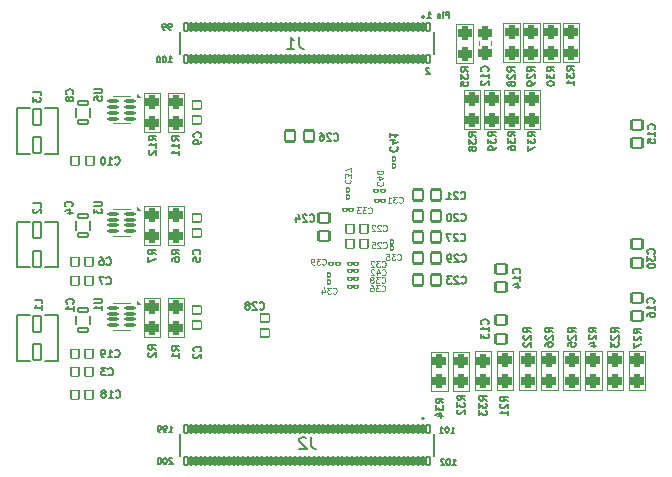
<source format=gbr>
%TF.GenerationSoftware,KiCad,Pcbnew,8.0.1*%
%TF.CreationDate,2024-12-16T00:39:24-05:00*%
%TF.ProjectId,cm,636d2e6b-6963-4616-945f-706362585858,rev?*%
%TF.SameCoordinates,Original*%
%TF.FileFunction,Legend,Bot*%
%TF.FilePolarity,Positive*%
%FSLAX46Y46*%
G04 Gerber Fmt 4.6, Leading zero omitted, Abs format (unit mm)*
G04 Created by KiCad (PCBNEW 8.0.1) date 2024-12-16 00:39:24*
%MOMM*%
%LPD*%
G01*
G04 APERTURE LIST*
G04 Aperture macros list*
%AMRoundRect*
0 Rectangle with rounded corners*
0 $1 Rounding radius*
0 $2 $3 $4 $5 $6 $7 $8 $9 X,Y pos of 4 corners*
0 Add a 4 corners polygon primitive as box body*
4,1,4,$2,$3,$4,$5,$6,$7,$8,$9,$2,$3,0*
0 Add four circle primitives for the rounded corners*
1,1,$1+$1,$2,$3*
1,1,$1+$1,$4,$5*
1,1,$1+$1,$6,$7*
1,1,$1+$1,$8,$9*
0 Add four rect primitives between the rounded corners*
20,1,$1+$1,$2,$3,$4,$5,0*
20,1,$1+$1,$4,$5,$6,$7,0*
20,1,$1+$1,$6,$7,$8,$9,0*
20,1,$1+$1,$8,$9,$2,$3,0*%
G04 Aperture macros list end*
%ADD10C,0.127000*%
%ADD11C,0.150000*%
%ADD12C,0.101600*%
%ADD13C,0.120000*%
%ADD14C,0.152400*%
%ADD15C,0.200000*%
%ADD16C,2.852400*%
%ADD17RoundRect,0.275600X-0.275600X0.325600X-0.275600X-0.325600X0.275600X-0.325600X0.275600X0.325600X0*%
%ADD18RoundRect,0.102000X-0.445000X-0.465000X0.445000X-0.465000X0.445000X0.465000X-0.445000X0.465000X0*%
%ADD19RoundRect,0.102000X-0.465000X0.445000X-0.465000X-0.445000X0.465000X-0.445000X0.465000X0.445000X0*%
%ADD20RoundRect,0.076200X-0.419100X0.177800X-0.419100X-0.177800X0.419100X-0.177800X0.419100X0.177800X0*%
%ADD21RoundRect,0.076200X-0.177800X-0.127000X0.177800X-0.127000X0.177800X0.127000X-0.177800X0.127000X0*%
%ADD22RoundRect,0.275600X0.275600X-0.325600X0.275600X0.325600X-0.275600X0.325600X-0.275600X-0.325600X0*%
%ADD23RoundRect,0.076200X-0.381000X0.330200X-0.381000X-0.330200X0.381000X-0.330200X0.381000X0.330200X0*%
%ADD24RoundRect,0.100600X0.375600X0.100600X-0.375600X0.100600X-0.375600X-0.100600X0.375600X-0.100600X0*%
%ADD25RoundRect,0.076200X0.177800X0.127000X-0.177800X0.127000X-0.177800X-0.127000X0.177800X-0.127000X0*%
%ADD26RoundRect,0.076200X0.127000X-0.177800X0.127000X0.177800X-0.127000X0.177800X-0.127000X-0.177800X0*%
%ADD27RoundRect,0.076200X-0.330200X-0.381000X0.330200X-0.381000X0.330200X0.381000X-0.330200X0.381000X0*%
%ADD28RoundRect,0.076200X0.381000X-0.330200X0.381000X0.330200X-0.381000X0.330200X-0.381000X-0.330200X0*%
%ADD29RoundRect,0.275600X-0.275600X0.338100X-0.275600X-0.338100X0.275600X-0.338100X0.275600X0.338100X0*%
%ADD30RoundRect,0.076200X0.330200X0.685800X-0.330200X0.685800X-0.330200X-0.685800X0.330200X-0.685800X0*%
%ADD31RoundRect,0.102000X0.115000X0.330000X-0.115000X0.330000X-0.115000X-0.330000X0.115000X-0.330000X0*%
%ADD32RoundRect,0.102000X0.175000X0.330000X-0.175000X0.330000X-0.175000X-0.330000X0.175000X-0.330000X0*%
G04 APERTURE END LIST*
D10*
X126922495Y-60154626D02*
X126922495Y-59646626D01*
X126922495Y-59646626D02*
X126728971Y-59646626D01*
X126728971Y-59646626D02*
X126680590Y-59670816D01*
X126680590Y-59670816D02*
X126656400Y-59695007D01*
X126656400Y-59695007D02*
X126632209Y-59743388D01*
X126632209Y-59743388D02*
X126632209Y-59815959D01*
X126632209Y-59815959D02*
X126656400Y-59864340D01*
X126656400Y-59864340D02*
X126680590Y-59888531D01*
X126680590Y-59888531D02*
X126728971Y-59912721D01*
X126728971Y-59912721D02*
X126922495Y-59912721D01*
X126414495Y-60154626D02*
X126414495Y-59815959D01*
X126414495Y-59646626D02*
X126438686Y-59670816D01*
X126438686Y-59670816D02*
X126414495Y-59695007D01*
X126414495Y-59695007D02*
X126390305Y-59670816D01*
X126390305Y-59670816D02*
X126414495Y-59646626D01*
X126414495Y-59646626D02*
X126414495Y-59695007D01*
X126172590Y-59815959D02*
X126172590Y-60154626D01*
X126172590Y-59864340D02*
X126148400Y-59840150D01*
X126148400Y-59840150D02*
X126100019Y-59815959D01*
X126100019Y-59815959D02*
X126027447Y-59815959D01*
X126027447Y-59815959D02*
X125979066Y-59840150D01*
X125979066Y-59840150D02*
X125954876Y-59888531D01*
X125954876Y-59888531D02*
X125954876Y-60154626D01*
X125059828Y-60154626D02*
X125350114Y-60154626D01*
X125204971Y-60154626D02*
X125204971Y-59646626D01*
X125204971Y-59646626D02*
X125253352Y-59719197D01*
X125253352Y-59719197D02*
X125301733Y-59767578D01*
X125301733Y-59767578D02*
X125350114Y-59791769D01*
X103361305Y-61141226D02*
X103264543Y-61141226D01*
X103264543Y-61141226D02*
X103216162Y-61117036D01*
X103216162Y-61117036D02*
X103191971Y-61092845D01*
X103191971Y-61092845D02*
X103143590Y-61020274D01*
X103143590Y-61020274D02*
X103119400Y-60923512D01*
X103119400Y-60923512D02*
X103119400Y-60729988D01*
X103119400Y-60729988D02*
X103143590Y-60681607D01*
X103143590Y-60681607D02*
X103167781Y-60657416D01*
X103167781Y-60657416D02*
X103216162Y-60633226D01*
X103216162Y-60633226D02*
X103312924Y-60633226D01*
X103312924Y-60633226D02*
X103361305Y-60657416D01*
X103361305Y-60657416D02*
X103385495Y-60681607D01*
X103385495Y-60681607D02*
X103409686Y-60729988D01*
X103409686Y-60729988D02*
X103409686Y-60850940D01*
X103409686Y-60850940D02*
X103385495Y-60899321D01*
X103385495Y-60899321D02*
X103361305Y-60923512D01*
X103361305Y-60923512D02*
X103312924Y-60947702D01*
X103312924Y-60947702D02*
X103216162Y-60947702D01*
X103216162Y-60947702D02*
X103167781Y-60923512D01*
X103167781Y-60923512D02*
X103143590Y-60899321D01*
X103143590Y-60899321D02*
X103119400Y-60850940D01*
X102877495Y-61141226D02*
X102780733Y-61141226D01*
X102780733Y-61141226D02*
X102732352Y-61117036D01*
X102732352Y-61117036D02*
X102708161Y-61092845D01*
X102708161Y-61092845D02*
X102659780Y-61020274D01*
X102659780Y-61020274D02*
X102635590Y-60923512D01*
X102635590Y-60923512D02*
X102635590Y-60729988D01*
X102635590Y-60729988D02*
X102659780Y-60681607D01*
X102659780Y-60681607D02*
X102683971Y-60657416D01*
X102683971Y-60657416D02*
X102732352Y-60633226D01*
X102732352Y-60633226D02*
X102829114Y-60633226D01*
X102829114Y-60633226D02*
X102877495Y-60657416D01*
X102877495Y-60657416D02*
X102901685Y-60681607D01*
X102901685Y-60681607D02*
X102925876Y-60729988D01*
X102925876Y-60729988D02*
X102925876Y-60850940D01*
X102925876Y-60850940D02*
X102901685Y-60899321D01*
X102901685Y-60899321D02*
X102877495Y-60923512D01*
X102877495Y-60923512D02*
X102829114Y-60947702D01*
X102829114Y-60947702D02*
X102732352Y-60947702D01*
X102732352Y-60947702D02*
X102683971Y-60923512D01*
X102683971Y-60923512D02*
X102659780Y-60899321D01*
X102659780Y-60899321D02*
X102635590Y-60850940D01*
X125244886Y-64419407D02*
X125220695Y-64395216D01*
X125220695Y-64395216D02*
X125172314Y-64371026D01*
X125172314Y-64371026D02*
X125051362Y-64371026D01*
X125051362Y-64371026D02*
X125002981Y-64395216D01*
X125002981Y-64395216D02*
X124978790Y-64419407D01*
X124978790Y-64419407D02*
X124954600Y-64467788D01*
X124954600Y-64467788D02*
X124954600Y-64516169D01*
X124954600Y-64516169D02*
X124978790Y-64588740D01*
X124978790Y-64588740D02*
X125269076Y-64879026D01*
X125269076Y-64879026D02*
X124954600Y-64879026D01*
X103189400Y-95181226D02*
X103479686Y-95181226D01*
X103334543Y-95181226D02*
X103334543Y-94673226D01*
X103334543Y-94673226D02*
X103382924Y-94745797D01*
X103382924Y-94745797D02*
X103431305Y-94794178D01*
X103431305Y-94794178D02*
X103479686Y-94818369D01*
X102947495Y-95181226D02*
X102850733Y-95181226D01*
X102850733Y-95181226D02*
X102802352Y-95157036D01*
X102802352Y-95157036D02*
X102778161Y-95132845D01*
X102778161Y-95132845D02*
X102729780Y-95060274D01*
X102729780Y-95060274D02*
X102705590Y-94963512D01*
X102705590Y-94963512D02*
X102705590Y-94769988D01*
X102705590Y-94769988D02*
X102729780Y-94721607D01*
X102729780Y-94721607D02*
X102753971Y-94697416D01*
X102753971Y-94697416D02*
X102802352Y-94673226D01*
X102802352Y-94673226D02*
X102899114Y-94673226D01*
X102899114Y-94673226D02*
X102947495Y-94697416D01*
X102947495Y-94697416D02*
X102971685Y-94721607D01*
X102971685Y-94721607D02*
X102995876Y-94769988D01*
X102995876Y-94769988D02*
X102995876Y-94890940D01*
X102995876Y-94890940D02*
X102971685Y-94939321D01*
X102971685Y-94939321D02*
X102947495Y-94963512D01*
X102947495Y-94963512D02*
X102899114Y-94987702D01*
X102899114Y-94987702D02*
X102802352Y-94987702D01*
X102802352Y-94987702D02*
X102753971Y-94963512D01*
X102753971Y-94963512D02*
X102729780Y-94939321D01*
X102729780Y-94939321D02*
X102705590Y-94890940D01*
X102463685Y-95181226D02*
X102366923Y-95181226D01*
X102366923Y-95181226D02*
X102318542Y-95157036D01*
X102318542Y-95157036D02*
X102294351Y-95132845D01*
X102294351Y-95132845D02*
X102245970Y-95060274D01*
X102245970Y-95060274D02*
X102221780Y-94963512D01*
X102221780Y-94963512D02*
X102221780Y-94769988D01*
X102221780Y-94769988D02*
X102245970Y-94721607D01*
X102245970Y-94721607D02*
X102270161Y-94697416D01*
X102270161Y-94697416D02*
X102318542Y-94673226D01*
X102318542Y-94673226D02*
X102415304Y-94673226D01*
X102415304Y-94673226D02*
X102463685Y-94697416D01*
X102463685Y-94697416D02*
X102487875Y-94721607D01*
X102487875Y-94721607D02*
X102512066Y-94769988D01*
X102512066Y-94769988D02*
X102512066Y-94890940D01*
X102512066Y-94890940D02*
X102487875Y-94939321D01*
X102487875Y-94939321D02*
X102463685Y-94963512D01*
X102463685Y-94963512D02*
X102415304Y-94987702D01*
X102415304Y-94987702D02*
X102318542Y-94987702D01*
X102318542Y-94987702D02*
X102270161Y-94963512D01*
X102270161Y-94963512D02*
X102245970Y-94939321D01*
X102245970Y-94939321D02*
X102221780Y-94890940D01*
X127169400Y-97981226D02*
X127459686Y-97981226D01*
X127314543Y-97981226D02*
X127314543Y-97473226D01*
X127314543Y-97473226D02*
X127362924Y-97545797D01*
X127362924Y-97545797D02*
X127411305Y-97594178D01*
X127411305Y-97594178D02*
X127459686Y-97618369D01*
X126854923Y-97473226D02*
X126806542Y-97473226D01*
X126806542Y-97473226D02*
X126758161Y-97497416D01*
X126758161Y-97497416D02*
X126733971Y-97521607D01*
X126733971Y-97521607D02*
X126709780Y-97569988D01*
X126709780Y-97569988D02*
X126685590Y-97666750D01*
X126685590Y-97666750D02*
X126685590Y-97787702D01*
X126685590Y-97787702D02*
X126709780Y-97884464D01*
X126709780Y-97884464D02*
X126733971Y-97932845D01*
X126733971Y-97932845D02*
X126758161Y-97957036D01*
X126758161Y-97957036D02*
X126806542Y-97981226D01*
X126806542Y-97981226D02*
X126854923Y-97981226D01*
X126854923Y-97981226D02*
X126903304Y-97957036D01*
X126903304Y-97957036D02*
X126927495Y-97932845D01*
X126927495Y-97932845D02*
X126951685Y-97884464D01*
X126951685Y-97884464D02*
X126975876Y-97787702D01*
X126975876Y-97787702D02*
X126975876Y-97666750D01*
X126975876Y-97666750D02*
X126951685Y-97569988D01*
X126951685Y-97569988D02*
X126927495Y-97521607D01*
X126927495Y-97521607D02*
X126903304Y-97497416D01*
X126903304Y-97497416D02*
X126854923Y-97473226D01*
X126492066Y-97521607D02*
X126467875Y-97497416D01*
X126467875Y-97497416D02*
X126419494Y-97473226D01*
X126419494Y-97473226D02*
X126298542Y-97473226D01*
X126298542Y-97473226D02*
X126250161Y-97497416D01*
X126250161Y-97497416D02*
X126225970Y-97521607D01*
X126225970Y-97521607D02*
X126201780Y-97569988D01*
X126201780Y-97569988D02*
X126201780Y-97618369D01*
X126201780Y-97618369D02*
X126225970Y-97690940D01*
X126225970Y-97690940D02*
X126516256Y-97981226D01*
X126516256Y-97981226D02*
X126201780Y-97981226D01*
X103489686Y-97431607D02*
X103465495Y-97407416D01*
X103465495Y-97407416D02*
X103417114Y-97383226D01*
X103417114Y-97383226D02*
X103296162Y-97383226D01*
X103296162Y-97383226D02*
X103247781Y-97407416D01*
X103247781Y-97407416D02*
X103223590Y-97431607D01*
X103223590Y-97431607D02*
X103199400Y-97479988D01*
X103199400Y-97479988D02*
X103199400Y-97528369D01*
X103199400Y-97528369D02*
X103223590Y-97600940D01*
X103223590Y-97600940D02*
X103513876Y-97891226D01*
X103513876Y-97891226D02*
X103199400Y-97891226D01*
X102884923Y-97383226D02*
X102836542Y-97383226D01*
X102836542Y-97383226D02*
X102788161Y-97407416D01*
X102788161Y-97407416D02*
X102763971Y-97431607D01*
X102763971Y-97431607D02*
X102739780Y-97479988D01*
X102739780Y-97479988D02*
X102715590Y-97576750D01*
X102715590Y-97576750D02*
X102715590Y-97697702D01*
X102715590Y-97697702D02*
X102739780Y-97794464D01*
X102739780Y-97794464D02*
X102763971Y-97842845D01*
X102763971Y-97842845D02*
X102788161Y-97867036D01*
X102788161Y-97867036D02*
X102836542Y-97891226D01*
X102836542Y-97891226D02*
X102884923Y-97891226D01*
X102884923Y-97891226D02*
X102933304Y-97867036D01*
X102933304Y-97867036D02*
X102957495Y-97842845D01*
X102957495Y-97842845D02*
X102981685Y-97794464D01*
X102981685Y-97794464D02*
X103005876Y-97697702D01*
X103005876Y-97697702D02*
X103005876Y-97576750D01*
X103005876Y-97576750D02*
X102981685Y-97479988D01*
X102981685Y-97479988D02*
X102957495Y-97431607D01*
X102957495Y-97431607D02*
X102933304Y-97407416D01*
X102933304Y-97407416D02*
X102884923Y-97383226D01*
X102401113Y-97383226D02*
X102352732Y-97383226D01*
X102352732Y-97383226D02*
X102304351Y-97407416D01*
X102304351Y-97407416D02*
X102280161Y-97431607D01*
X102280161Y-97431607D02*
X102255970Y-97479988D01*
X102255970Y-97479988D02*
X102231780Y-97576750D01*
X102231780Y-97576750D02*
X102231780Y-97697702D01*
X102231780Y-97697702D02*
X102255970Y-97794464D01*
X102255970Y-97794464D02*
X102280161Y-97842845D01*
X102280161Y-97842845D02*
X102304351Y-97867036D01*
X102304351Y-97867036D02*
X102352732Y-97891226D01*
X102352732Y-97891226D02*
X102401113Y-97891226D01*
X102401113Y-97891226D02*
X102449494Y-97867036D01*
X102449494Y-97867036D02*
X102473685Y-97842845D01*
X102473685Y-97842845D02*
X102497875Y-97794464D01*
X102497875Y-97794464D02*
X102522066Y-97697702D01*
X102522066Y-97697702D02*
X102522066Y-97576750D01*
X102522066Y-97576750D02*
X102497875Y-97479988D01*
X102497875Y-97479988D02*
X102473685Y-97431607D01*
X102473685Y-97431607D02*
X102449494Y-97407416D01*
X102449494Y-97407416D02*
X102401113Y-97383226D01*
X103139400Y-63901226D02*
X103429686Y-63901226D01*
X103284543Y-63901226D02*
X103284543Y-63393226D01*
X103284543Y-63393226D02*
X103332924Y-63465797D01*
X103332924Y-63465797D02*
X103381305Y-63514178D01*
X103381305Y-63514178D02*
X103429686Y-63538369D01*
X102824923Y-63393226D02*
X102776542Y-63393226D01*
X102776542Y-63393226D02*
X102728161Y-63417416D01*
X102728161Y-63417416D02*
X102703971Y-63441607D01*
X102703971Y-63441607D02*
X102679780Y-63489988D01*
X102679780Y-63489988D02*
X102655590Y-63586750D01*
X102655590Y-63586750D02*
X102655590Y-63707702D01*
X102655590Y-63707702D02*
X102679780Y-63804464D01*
X102679780Y-63804464D02*
X102703971Y-63852845D01*
X102703971Y-63852845D02*
X102728161Y-63877036D01*
X102728161Y-63877036D02*
X102776542Y-63901226D01*
X102776542Y-63901226D02*
X102824923Y-63901226D01*
X102824923Y-63901226D02*
X102873304Y-63877036D01*
X102873304Y-63877036D02*
X102897495Y-63852845D01*
X102897495Y-63852845D02*
X102921685Y-63804464D01*
X102921685Y-63804464D02*
X102945876Y-63707702D01*
X102945876Y-63707702D02*
X102945876Y-63586750D01*
X102945876Y-63586750D02*
X102921685Y-63489988D01*
X102921685Y-63489988D02*
X102897495Y-63441607D01*
X102897495Y-63441607D02*
X102873304Y-63417416D01*
X102873304Y-63417416D02*
X102824923Y-63393226D01*
X102341113Y-63393226D02*
X102292732Y-63393226D01*
X102292732Y-63393226D02*
X102244351Y-63417416D01*
X102244351Y-63417416D02*
X102220161Y-63441607D01*
X102220161Y-63441607D02*
X102195970Y-63489988D01*
X102195970Y-63489988D02*
X102171780Y-63586750D01*
X102171780Y-63586750D02*
X102171780Y-63707702D01*
X102171780Y-63707702D02*
X102195970Y-63804464D01*
X102195970Y-63804464D02*
X102220161Y-63852845D01*
X102220161Y-63852845D02*
X102244351Y-63877036D01*
X102244351Y-63877036D02*
X102292732Y-63901226D01*
X102292732Y-63901226D02*
X102341113Y-63901226D01*
X102341113Y-63901226D02*
X102389494Y-63877036D01*
X102389494Y-63877036D02*
X102413685Y-63852845D01*
X102413685Y-63852845D02*
X102437875Y-63804464D01*
X102437875Y-63804464D02*
X102462066Y-63707702D01*
X102462066Y-63707702D02*
X102462066Y-63586750D01*
X102462066Y-63586750D02*
X102437875Y-63489988D01*
X102437875Y-63489988D02*
X102413685Y-63441607D01*
X102413685Y-63441607D02*
X102389494Y-63417416D01*
X102389494Y-63417416D02*
X102341113Y-63393226D01*
X127069400Y-95261226D02*
X127359686Y-95261226D01*
X127214543Y-95261226D02*
X127214543Y-94753226D01*
X127214543Y-94753226D02*
X127262924Y-94825797D01*
X127262924Y-94825797D02*
X127311305Y-94874178D01*
X127311305Y-94874178D02*
X127359686Y-94898369D01*
X126754923Y-94753226D02*
X126706542Y-94753226D01*
X126706542Y-94753226D02*
X126658161Y-94777416D01*
X126658161Y-94777416D02*
X126633971Y-94801607D01*
X126633971Y-94801607D02*
X126609780Y-94849988D01*
X126609780Y-94849988D02*
X126585590Y-94946750D01*
X126585590Y-94946750D02*
X126585590Y-95067702D01*
X126585590Y-95067702D02*
X126609780Y-95164464D01*
X126609780Y-95164464D02*
X126633971Y-95212845D01*
X126633971Y-95212845D02*
X126658161Y-95237036D01*
X126658161Y-95237036D02*
X126706542Y-95261226D01*
X126706542Y-95261226D02*
X126754923Y-95261226D01*
X126754923Y-95261226D02*
X126803304Y-95237036D01*
X126803304Y-95237036D02*
X126827495Y-95212845D01*
X126827495Y-95212845D02*
X126851685Y-95164464D01*
X126851685Y-95164464D02*
X126875876Y-95067702D01*
X126875876Y-95067702D02*
X126875876Y-94946750D01*
X126875876Y-94946750D02*
X126851685Y-94849988D01*
X126851685Y-94849988D02*
X126827495Y-94801607D01*
X126827495Y-94801607D02*
X126803304Y-94777416D01*
X126803304Y-94777416D02*
X126754923Y-94753226D01*
X126101780Y-95261226D02*
X126392066Y-95261226D01*
X126246923Y-95261226D02*
X126246923Y-94753226D01*
X126246923Y-94753226D02*
X126295304Y-94825797D01*
X126295304Y-94825797D02*
X126343685Y-94874178D01*
X126343685Y-94874178D02*
X126392066Y-94898369D01*
X135680559Y-86764585D02*
X135378178Y-86552918D01*
X135680559Y-86401728D02*
X135045559Y-86401728D01*
X135045559Y-86401728D02*
X135045559Y-86643633D01*
X135045559Y-86643633D02*
X135075797Y-86704109D01*
X135075797Y-86704109D02*
X135106035Y-86734347D01*
X135106035Y-86734347D02*
X135166511Y-86764585D01*
X135166511Y-86764585D02*
X135257225Y-86764585D01*
X135257225Y-86764585D02*
X135317701Y-86734347D01*
X135317701Y-86734347D02*
X135347940Y-86704109D01*
X135347940Y-86704109D02*
X135378178Y-86643633D01*
X135378178Y-86643633D02*
X135378178Y-86401728D01*
X135106035Y-87006490D02*
X135075797Y-87036728D01*
X135075797Y-87036728D02*
X135045559Y-87097204D01*
X135045559Y-87097204D02*
X135045559Y-87248395D01*
X135045559Y-87248395D02*
X135075797Y-87308871D01*
X135075797Y-87308871D02*
X135106035Y-87339109D01*
X135106035Y-87339109D02*
X135166511Y-87369347D01*
X135166511Y-87369347D02*
X135226987Y-87369347D01*
X135226987Y-87369347D02*
X135317701Y-87339109D01*
X135317701Y-87339109D02*
X135680559Y-86976252D01*
X135680559Y-86976252D02*
X135680559Y-87369347D01*
X135045559Y-87913633D02*
X135045559Y-87792680D01*
X135045559Y-87792680D02*
X135075797Y-87732204D01*
X135075797Y-87732204D02*
X135106035Y-87701966D01*
X135106035Y-87701966D02*
X135196749Y-87641490D01*
X135196749Y-87641490D02*
X135317701Y-87611252D01*
X135317701Y-87611252D02*
X135559606Y-87611252D01*
X135559606Y-87611252D02*
X135620082Y-87641490D01*
X135620082Y-87641490D02*
X135650321Y-87671728D01*
X135650321Y-87671728D02*
X135680559Y-87732204D01*
X135680559Y-87732204D02*
X135680559Y-87853157D01*
X135680559Y-87853157D02*
X135650321Y-87913633D01*
X135650321Y-87913633D02*
X135620082Y-87943871D01*
X135620082Y-87943871D02*
X135559606Y-87974109D01*
X135559606Y-87974109D02*
X135408416Y-87974109D01*
X135408416Y-87974109D02*
X135347940Y-87943871D01*
X135347940Y-87943871D02*
X135317701Y-87913633D01*
X135317701Y-87913633D02*
X135287463Y-87853157D01*
X135287463Y-87853157D02*
X135287463Y-87732204D01*
X135287463Y-87732204D02*
X135317701Y-87671728D01*
X135317701Y-87671728D02*
X135347940Y-87641490D01*
X135347940Y-87641490D02*
X135408416Y-87611252D01*
X127938214Y-82576682D02*
X127968452Y-82606921D01*
X127968452Y-82606921D02*
X128059166Y-82637159D01*
X128059166Y-82637159D02*
X128119642Y-82637159D01*
X128119642Y-82637159D02*
X128210357Y-82606921D01*
X128210357Y-82606921D02*
X128270833Y-82546444D01*
X128270833Y-82546444D02*
X128301071Y-82485968D01*
X128301071Y-82485968D02*
X128331309Y-82365016D01*
X128331309Y-82365016D02*
X128331309Y-82274301D01*
X128331309Y-82274301D02*
X128301071Y-82153349D01*
X128301071Y-82153349D02*
X128270833Y-82092873D01*
X128270833Y-82092873D02*
X128210357Y-82032397D01*
X128210357Y-82032397D02*
X128119642Y-82002159D01*
X128119642Y-82002159D02*
X128059166Y-82002159D01*
X128059166Y-82002159D02*
X127968452Y-82032397D01*
X127968452Y-82032397D02*
X127938214Y-82062635D01*
X127696309Y-82062635D02*
X127666071Y-82032397D01*
X127666071Y-82032397D02*
X127605595Y-82002159D01*
X127605595Y-82002159D02*
X127454404Y-82002159D01*
X127454404Y-82002159D02*
X127393928Y-82032397D01*
X127393928Y-82032397D02*
X127363690Y-82062635D01*
X127363690Y-82062635D02*
X127333452Y-82123111D01*
X127333452Y-82123111D02*
X127333452Y-82183587D01*
X127333452Y-82183587D02*
X127363690Y-82274301D01*
X127363690Y-82274301D02*
X127726547Y-82637159D01*
X127726547Y-82637159D02*
X127333452Y-82637159D01*
X127121785Y-82002159D02*
X126728690Y-82002159D01*
X126728690Y-82002159D02*
X126940357Y-82244063D01*
X126940357Y-82244063D02*
X126849642Y-82244063D01*
X126849642Y-82244063D02*
X126789166Y-82274301D01*
X126789166Y-82274301D02*
X126758928Y-82304540D01*
X126758928Y-82304540D02*
X126728690Y-82365016D01*
X126728690Y-82365016D02*
X126728690Y-82516206D01*
X126728690Y-82516206D02*
X126758928Y-82576682D01*
X126758928Y-82576682D02*
X126789166Y-82606921D01*
X126789166Y-82606921D02*
X126849642Y-82637159D01*
X126849642Y-82637159D02*
X127031071Y-82637159D01*
X127031071Y-82637159D02*
X127091547Y-82606921D01*
X127091547Y-82606921D02*
X127121785Y-82576682D01*
X139385259Y-86739185D02*
X139082878Y-86527518D01*
X139385259Y-86376328D02*
X138750259Y-86376328D01*
X138750259Y-86376328D02*
X138750259Y-86618233D01*
X138750259Y-86618233D02*
X138780497Y-86678709D01*
X138780497Y-86678709D02*
X138810735Y-86708947D01*
X138810735Y-86708947D02*
X138871211Y-86739185D01*
X138871211Y-86739185D02*
X138961925Y-86739185D01*
X138961925Y-86739185D02*
X139022401Y-86708947D01*
X139022401Y-86708947D02*
X139052640Y-86678709D01*
X139052640Y-86678709D02*
X139082878Y-86618233D01*
X139082878Y-86618233D02*
X139082878Y-86376328D01*
X138810735Y-86981090D02*
X138780497Y-87011328D01*
X138780497Y-87011328D02*
X138750259Y-87071804D01*
X138750259Y-87071804D02*
X138750259Y-87222995D01*
X138750259Y-87222995D02*
X138780497Y-87283471D01*
X138780497Y-87283471D02*
X138810735Y-87313709D01*
X138810735Y-87313709D02*
X138871211Y-87343947D01*
X138871211Y-87343947D02*
X138931687Y-87343947D01*
X138931687Y-87343947D02*
X139022401Y-87313709D01*
X139022401Y-87313709D02*
X139385259Y-86950852D01*
X139385259Y-86950852D02*
X139385259Y-87343947D01*
X138961925Y-87888233D02*
X139385259Y-87888233D01*
X138720021Y-87737042D02*
X139173592Y-87585852D01*
X139173592Y-87585852D02*
X139173592Y-87978947D01*
D11*
X144243486Y-84249985D02*
X144273725Y-84219747D01*
X144273725Y-84219747D02*
X144303963Y-84129033D01*
X144303963Y-84129033D02*
X144303963Y-84068557D01*
X144303963Y-84068557D02*
X144273725Y-83977842D01*
X144273725Y-83977842D02*
X144213248Y-83917366D01*
X144213248Y-83917366D02*
X144152772Y-83887128D01*
X144152772Y-83887128D02*
X144031820Y-83856890D01*
X144031820Y-83856890D02*
X143941105Y-83856890D01*
X143941105Y-83856890D02*
X143820153Y-83887128D01*
X143820153Y-83887128D02*
X143759677Y-83917366D01*
X143759677Y-83917366D02*
X143699201Y-83977842D01*
X143699201Y-83977842D02*
X143668963Y-84068557D01*
X143668963Y-84068557D02*
X143668963Y-84129033D01*
X143668963Y-84129033D02*
X143699201Y-84219747D01*
X143699201Y-84219747D02*
X143729439Y-84249985D01*
X144303963Y-84854747D02*
X144303963Y-84491890D01*
X144303963Y-84673318D02*
X143668963Y-84673318D01*
X143668963Y-84673318D02*
X143759677Y-84612842D01*
X143759677Y-84612842D02*
X143820153Y-84552366D01*
X143820153Y-84552366D02*
X143850391Y-84491890D01*
X143668963Y-85399033D02*
X143668963Y-85278080D01*
X143668963Y-85278080D02*
X143699201Y-85217604D01*
X143699201Y-85217604D02*
X143729439Y-85187366D01*
X143729439Y-85187366D02*
X143820153Y-85126890D01*
X143820153Y-85126890D02*
X143941105Y-85096652D01*
X143941105Y-85096652D02*
X144183010Y-85096652D01*
X144183010Y-85096652D02*
X144243486Y-85126890D01*
X144243486Y-85126890D02*
X144273725Y-85157128D01*
X144273725Y-85157128D02*
X144303963Y-85217604D01*
X144303963Y-85217604D02*
X144303963Y-85338557D01*
X144303963Y-85338557D02*
X144273725Y-85399033D01*
X144273725Y-85399033D02*
X144243486Y-85429271D01*
X144243486Y-85429271D02*
X144183010Y-85459509D01*
X144183010Y-85459509D02*
X144031820Y-85459509D01*
X144031820Y-85459509D02*
X143971344Y-85429271D01*
X143971344Y-85429271D02*
X143941105Y-85399033D01*
X143941105Y-85399033D02*
X143910867Y-85338557D01*
X143910867Y-85338557D02*
X143910867Y-85217604D01*
X143910867Y-85217604D02*
X143941105Y-85157128D01*
X143941105Y-85157128D02*
X143971344Y-85126890D01*
X143971344Y-85126890D02*
X144031820Y-85096652D01*
D10*
X141257159Y-86764585D02*
X140954778Y-86552918D01*
X141257159Y-86401728D02*
X140622159Y-86401728D01*
X140622159Y-86401728D02*
X140622159Y-86643633D01*
X140622159Y-86643633D02*
X140652397Y-86704109D01*
X140652397Y-86704109D02*
X140682635Y-86734347D01*
X140682635Y-86734347D02*
X140743111Y-86764585D01*
X140743111Y-86764585D02*
X140833825Y-86764585D01*
X140833825Y-86764585D02*
X140894301Y-86734347D01*
X140894301Y-86734347D02*
X140924540Y-86704109D01*
X140924540Y-86704109D02*
X140954778Y-86643633D01*
X140954778Y-86643633D02*
X140954778Y-86401728D01*
X140682635Y-87006490D02*
X140652397Y-87036728D01*
X140652397Y-87036728D02*
X140622159Y-87097204D01*
X140622159Y-87097204D02*
X140622159Y-87248395D01*
X140622159Y-87248395D02*
X140652397Y-87308871D01*
X140652397Y-87308871D02*
X140682635Y-87339109D01*
X140682635Y-87339109D02*
X140743111Y-87369347D01*
X140743111Y-87369347D02*
X140803587Y-87369347D01*
X140803587Y-87369347D02*
X140894301Y-87339109D01*
X140894301Y-87339109D02*
X141257159Y-86976252D01*
X141257159Y-86976252D02*
X141257159Y-87369347D01*
X140622159Y-87581014D02*
X140622159Y-87974109D01*
X140622159Y-87974109D02*
X140864063Y-87762442D01*
X140864063Y-87762442D02*
X140864063Y-87853157D01*
X140864063Y-87853157D02*
X140894301Y-87913633D01*
X140894301Y-87913633D02*
X140924540Y-87943871D01*
X140924540Y-87943871D02*
X140985016Y-87974109D01*
X140985016Y-87974109D02*
X141136206Y-87974109D01*
X141136206Y-87974109D02*
X141196682Y-87943871D01*
X141196682Y-87943871D02*
X141226921Y-87913633D01*
X141226921Y-87913633D02*
X141257159Y-87853157D01*
X141257159Y-87853157D02*
X141257159Y-87671728D01*
X141257159Y-87671728D02*
X141226921Y-87611252D01*
X141226921Y-87611252D02*
X141196682Y-87581014D01*
X127958214Y-80726682D02*
X127988452Y-80756921D01*
X127988452Y-80756921D02*
X128079166Y-80787159D01*
X128079166Y-80787159D02*
X128139642Y-80787159D01*
X128139642Y-80787159D02*
X128230357Y-80756921D01*
X128230357Y-80756921D02*
X128290833Y-80696444D01*
X128290833Y-80696444D02*
X128321071Y-80635968D01*
X128321071Y-80635968D02*
X128351309Y-80515016D01*
X128351309Y-80515016D02*
X128351309Y-80424301D01*
X128351309Y-80424301D02*
X128321071Y-80303349D01*
X128321071Y-80303349D02*
X128290833Y-80242873D01*
X128290833Y-80242873D02*
X128230357Y-80182397D01*
X128230357Y-80182397D02*
X128139642Y-80152159D01*
X128139642Y-80152159D02*
X128079166Y-80152159D01*
X128079166Y-80152159D02*
X127988452Y-80182397D01*
X127988452Y-80182397D02*
X127958214Y-80212635D01*
X127716309Y-80212635D02*
X127686071Y-80182397D01*
X127686071Y-80182397D02*
X127625595Y-80152159D01*
X127625595Y-80152159D02*
X127474404Y-80152159D01*
X127474404Y-80152159D02*
X127413928Y-80182397D01*
X127413928Y-80182397D02*
X127383690Y-80212635D01*
X127383690Y-80212635D02*
X127353452Y-80273111D01*
X127353452Y-80273111D02*
X127353452Y-80333587D01*
X127353452Y-80333587D02*
X127383690Y-80424301D01*
X127383690Y-80424301D02*
X127746547Y-80787159D01*
X127746547Y-80787159D02*
X127353452Y-80787159D01*
X127051071Y-80787159D02*
X126930119Y-80787159D01*
X126930119Y-80787159D02*
X126869642Y-80756921D01*
X126869642Y-80756921D02*
X126839404Y-80726682D01*
X126839404Y-80726682D02*
X126778928Y-80635968D01*
X126778928Y-80635968D02*
X126748690Y-80515016D01*
X126748690Y-80515016D02*
X126748690Y-80273111D01*
X126748690Y-80273111D02*
X126778928Y-80212635D01*
X126778928Y-80212635D02*
X126809166Y-80182397D01*
X126809166Y-80182397D02*
X126869642Y-80152159D01*
X126869642Y-80152159D02*
X126990595Y-80152159D01*
X126990595Y-80152159D02*
X127051071Y-80182397D01*
X127051071Y-80182397D02*
X127081309Y-80212635D01*
X127081309Y-80212635D02*
X127111547Y-80273111D01*
X127111547Y-80273111D02*
X127111547Y-80424301D01*
X127111547Y-80424301D02*
X127081309Y-80484778D01*
X127081309Y-80484778D02*
X127051071Y-80515016D01*
X127051071Y-80515016D02*
X126990595Y-80545254D01*
X126990595Y-80545254D02*
X126869642Y-80545254D01*
X126869642Y-80545254D02*
X126809166Y-80515016D01*
X126809166Y-80515016D02*
X126778928Y-80484778D01*
X126778928Y-80484778D02*
X126748690Y-80424301D01*
D11*
X95065486Y-84324166D02*
X95095725Y-84293928D01*
X95095725Y-84293928D02*
X95125963Y-84203214D01*
X95125963Y-84203214D02*
X95125963Y-84142738D01*
X95125963Y-84142738D02*
X95095725Y-84052023D01*
X95095725Y-84052023D02*
X95035248Y-83991547D01*
X95035248Y-83991547D02*
X94974772Y-83961309D01*
X94974772Y-83961309D02*
X94853820Y-83931071D01*
X94853820Y-83931071D02*
X94763105Y-83931071D01*
X94763105Y-83931071D02*
X94642153Y-83961309D01*
X94642153Y-83961309D02*
X94581677Y-83991547D01*
X94581677Y-83991547D02*
X94521201Y-84052023D01*
X94521201Y-84052023D02*
X94490963Y-84142738D01*
X94490963Y-84142738D02*
X94490963Y-84203214D01*
X94490963Y-84203214D02*
X94521201Y-84293928D01*
X94521201Y-84293928D02*
X94551439Y-84324166D01*
X95125963Y-84928928D02*
X95125963Y-84566071D01*
X95125963Y-84747499D02*
X94490963Y-84747499D01*
X94490963Y-84747499D02*
X94581677Y-84687023D01*
X94581677Y-84687023D02*
X94642153Y-84626547D01*
X94642153Y-84626547D02*
X94672391Y-84566071D01*
X94967486Y-76094166D02*
X94997725Y-76063928D01*
X94997725Y-76063928D02*
X95027963Y-75973214D01*
X95027963Y-75973214D02*
X95027963Y-75912738D01*
X95027963Y-75912738D02*
X94997725Y-75822023D01*
X94997725Y-75822023D02*
X94937248Y-75761547D01*
X94937248Y-75761547D02*
X94876772Y-75731309D01*
X94876772Y-75731309D02*
X94755820Y-75701071D01*
X94755820Y-75701071D02*
X94665105Y-75701071D01*
X94665105Y-75701071D02*
X94544153Y-75731309D01*
X94544153Y-75731309D02*
X94483677Y-75761547D01*
X94483677Y-75761547D02*
X94423201Y-75822023D01*
X94423201Y-75822023D02*
X94392963Y-75912738D01*
X94392963Y-75912738D02*
X94392963Y-75973214D01*
X94392963Y-75973214D02*
X94423201Y-76063928D01*
X94423201Y-76063928D02*
X94453439Y-76094166D01*
X94604629Y-76638452D02*
X95027963Y-76638452D01*
X94362725Y-76487261D02*
X94816296Y-76336071D01*
X94816296Y-76336071D02*
X94816296Y-76729166D01*
D12*
X121197171Y-83231345D02*
X121221362Y-83255536D01*
X121221362Y-83255536D02*
X121293933Y-83279726D01*
X121293933Y-83279726D02*
X121342314Y-83279726D01*
X121342314Y-83279726D02*
X121414886Y-83255536D01*
X121414886Y-83255536D02*
X121463267Y-83207155D01*
X121463267Y-83207155D02*
X121487457Y-83158774D01*
X121487457Y-83158774D02*
X121511648Y-83062012D01*
X121511648Y-83062012D02*
X121511648Y-82989440D01*
X121511648Y-82989440D02*
X121487457Y-82892678D01*
X121487457Y-82892678D02*
X121463267Y-82844297D01*
X121463267Y-82844297D02*
X121414886Y-82795916D01*
X121414886Y-82795916D02*
X121342314Y-82771726D01*
X121342314Y-82771726D02*
X121293933Y-82771726D01*
X121293933Y-82771726D02*
X121221362Y-82795916D01*
X121221362Y-82795916D02*
X121197171Y-82820107D01*
X121027838Y-82771726D02*
X120713362Y-82771726D01*
X120713362Y-82771726D02*
X120882695Y-82965250D01*
X120882695Y-82965250D02*
X120810124Y-82965250D01*
X120810124Y-82965250D02*
X120761743Y-82989440D01*
X120761743Y-82989440D02*
X120737552Y-83013631D01*
X120737552Y-83013631D02*
X120713362Y-83062012D01*
X120713362Y-83062012D02*
X120713362Y-83182964D01*
X120713362Y-83182964D02*
X120737552Y-83231345D01*
X120737552Y-83231345D02*
X120761743Y-83255536D01*
X120761743Y-83255536D02*
X120810124Y-83279726D01*
X120810124Y-83279726D02*
X120955267Y-83279726D01*
X120955267Y-83279726D02*
X121003648Y-83255536D01*
X121003648Y-83255536D02*
X121027838Y-83231345D01*
X120277933Y-82771726D02*
X120374695Y-82771726D01*
X120374695Y-82771726D02*
X120423076Y-82795916D01*
X120423076Y-82795916D02*
X120447266Y-82820107D01*
X120447266Y-82820107D02*
X120495647Y-82892678D01*
X120495647Y-82892678D02*
X120519838Y-82989440D01*
X120519838Y-82989440D02*
X120519838Y-83182964D01*
X120519838Y-83182964D02*
X120495647Y-83231345D01*
X120495647Y-83231345D02*
X120471457Y-83255536D01*
X120471457Y-83255536D02*
X120423076Y-83279726D01*
X120423076Y-83279726D02*
X120326314Y-83279726D01*
X120326314Y-83279726D02*
X120277933Y-83255536D01*
X120277933Y-83255536D02*
X120253742Y-83231345D01*
X120253742Y-83231345D02*
X120229552Y-83182964D01*
X120229552Y-83182964D02*
X120229552Y-83062012D01*
X120229552Y-83062012D02*
X120253742Y-83013631D01*
X120253742Y-83013631D02*
X120277933Y-82989440D01*
X120277933Y-82989440D02*
X120326314Y-82965250D01*
X120326314Y-82965250D02*
X120423076Y-82965250D01*
X120423076Y-82965250D02*
X120471457Y-82989440D01*
X120471457Y-82989440D02*
X120495647Y-83013631D01*
X120495647Y-83013631D02*
X120519838Y-83062012D01*
X120076571Y-76631345D02*
X120100762Y-76655536D01*
X120100762Y-76655536D02*
X120173333Y-76679726D01*
X120173333Y-76679726D02*
X120221714Y-76679726D01*
X120221714Y-76679726D02*
X120294286Y-76655536D01*
X120294286Y-76655536D02*
X120342667Y-76607155D01*
X120342667Y-76607155D02*
X120366857Y-76558774D01*
X120366857Y-76558774D02*
X120391048Y-76462012D01*
X120391048Y-76462012D02*
X120391048Y-76389440D01*
X120391048Y-76389440D02*
X120366857Y-76292678D01*
X120366857Y-76292678D02*
X120342667Y-76244297D01*
X120342667Y-76244297D02*
X120294286Y-76195916D01*
X120294286Y-76195916D02*
X120221714Y-76171726D01*
X120221714Y-76171726D02*
X120173333Y-76171726D01*
X120173333Y-76171726D02*
X120100762Y-76195916D01*
X120100762Y-76195916D02*
X120076571Y-76220107D01*
X119907238Y-76171726D02*
X119592762Y-76171726D01*
X119592762Y-76171726D02*
X119762095Y-76365250D01*
X119762095Y-76365250D02*
X119689524Y-76365250D01*
X119689524Y-76365250D02*
X119641143Y-76389440D01*
X119641143Y-76389440D02*
X119616952Y-76413631D01*
X119616952Y-76413631D02*
X119592762Y-76462012D01*
X119592762Y-76462012D02*
X119592762Y-76582964D01*
X119592762Y-76582964D02*
X119616952Y-76631345D01*
X119616952Y-76631345D02*
X119641143Y-76655536D01*
X119641143Y-76655536D02*
X119689524Y-76679726D01*
X119689524Y-76679726D02*
X119834667Y-76679726D01*
X119834667Y-76679726D02*
X119883048Y-76655536D01*
X119883048Y-76655536D02*
X119907238Y-76631345D01*
X119423428Y-76171726D02*
X119108952Y-76171726D01*
X119108952Y-76171726D02*
X119278285Y-76365250D01*
X119278285Y-76365250D02*
X119205714Y-76365250D01*
X119205714Y-76365250D02*
X119157333Y-76389440D01*
X119157333Y-76389440D02*
X119133142Y-76413631D01*
X119133142Y-76413631D02*
X119108952Y-76462012D01*
X119108952Y-76462012D02*
X119108952Y-76582964D01*
X119108952Y-76582964D02*
X119133142Y-76631345D01*
X119133142Y-76631345D02*
X119157333Y-76655536D01*
X119157333Y-76655536D02*
X119205714Y-76679726D01*
X119205714Y-76679726D02*
X119350857Y-76679726D01*
X119350857Y-76679726D02*
X119399238Y-76655536D01*
X119399238Y-76655536D02*
X119423428Y-76631345D01*
D10*
X137500359Y-64604385D02*
X137197978Y-64392718D01*
X137500359Y-64241528D02*
X136865359Y-64241528D01*
X136865359Y-64241528D02*
X136865359Y-64483433D01*
X136865359Y-64483433D02*
X136895597Y-64543909D01*
X136895597Y-64543909D02*
X136925835Y-64574147D01*
X136925835Y-64574147D02*
X136986311Y-64604385D01*
X136986311Y-64604385D02*
X137077025Y-64604385D01*
X137077025Y-64604385D02*
X137137501Y-64574147D01*
X137137501Y-64574147D02*
X137167740Y-64543909D01*
X137167740Y-64543909D02*
X137197978Y-64483433D01*
X137197978Y-64483433D02*
X137197978Y-64241528D01*
X136865359Y-64816052D02*
X136865359Y-65209147D01*
X136865359Y-65209147D02*
X137107263Y-64997480D01*
X137107263Y-64997480D02*
X137107263Y-65088195D01*
X137107263Y-65088195D02*
X137137501Y-65148671D01*
X137137501Y-65148671D02*
X137167740Y-65178909D01*
X137167740Y-65178909D02*
X137228216Y-65209147D01*
X137228216Y-65209147D02*
X137379406Y-65209147D01*
X137379406Y-65209147D02*
X137439882Y-65178909D01*
X137439882Y-65178909D02*
X137470121Y-65148671D01*
X137470121Y-65148671D02*
X137500359Y-65088195D01*
X137500359Y-65088195D02*
X137500359Y-64906766D01*
X137500359Y-64906766D02*
X137470121Y-64846290D01*
X137470121Y-64846290D02*
X137439882Y-64816052D01*
X137500359Y-65813909D02*
X137500359Y-65451052D01*
X137500359Y-65632480D02*
X136865359Y-65632480D01*
X136865359Y-65632480D02*
X136956073Y-65572004D01*
X136956073Y-65572004D02*
X137016549Y-65511528D01*
X137016549Y-65511528D02*
X137046787Y-65451052D01*
X110858214Y-84776682D02*
X110888452Y-84806921D01*
X110888452Y-84806921D02*
X110979166Y-84837159D01*
X110979166Y-84837159D02*
X111039642Y-84837159D01*
X111039642Y-84837159D02*
X111130357Y-84806921D01*
X111130357Y-84806921D02*
X111190833Y-84746444D01*
X111190833Y-84746444D02*
X111221071Y-84685968D01*
X111221071Y-84685968D02*
X111251309Y-84565016D01*
X111251309Y-84565016D02*
X111251309Y-84474301D01*
X111251309Y-84474301D02*
X111221071Y-84353349D01*
X111221071Y-84353349D02*
X111190833Y-84292873D01*
X111190833Y-84292873D02*
X111130357Y-84232397D01*
X111130357Y-84232397D02*
X111039642Y-84202159D01*
X111039642Y-84202159D02*
X110979166Y-84202159D01*
X110979166Y-84202159D02*
X110888452Y-84232397D01*
X110888452Y-84232397D02*
X110858214Y-84262635D01*
X110616309Y-84262635D02*
X110586071Y-84232397D01*
X110586071Y-84232397D02*
X110525595Y-84202159D01*
X110525595Y-84202159D02*
X110374404Y-84202159D01*
X110374404Y-84202159D02*
X110313928Y-84232397D01*
X110313928Y-84232397D02*
X110283690Y-84262635D01*
X110283690Y-84262635D02*
X110253452Y-84323111D01*
X110253452Y-84323111D02*
X110253452Y-84383587D01*
X110253452Y-84383587D02*
X110283690Y-84474301D01*
X110283690Y-84474301D02*
X110646547Y-84837159D01*
X110646547Y-84837159D02*
X110253452Y-84837159D01*
X109890595Y-84474301D02*
X109951071Y-84444063D01*
X109951071Y-84444063D02*
X109981309Y-84413825D01*
X109981309Y-84413825D02*
X110011547Y-84353349D01*
X110011547Y-84353349D02*
X110011547Y-84323111D01*
X110011547Y-84323111D02*
X109981309Y-84262635D01*
X109981309Y-84262635D02*
X109951071Y-84232397D01*
X109951071Y-84232397D02*
X109890595Y-84202159D01*
X109890595Y-84202159D02*
X109769642Y-84202159D01*
X109769642Y-84202159D02*
X109709166Y-84232397D01*
X109709166Y-84232397D02*
X109678928Y-84262635D01*
X109678928Y-84262635D02*
X109648690Y-84323111D01*
X109648690Y-84323111D02*
X109648690Y-84353349D01*
X109648690Y-84353349D02*
X109678928Y-84413825D01*
X109678928Y-84413825D02*
X109709166Y-84444063D01*
X109709166Y-84444063D02*
X109769642Y-84474301D01*
X109769642Y-84474301D02*
X109890595Y-84474301D01*
X109890595Y-84474301D02*
X109951071Y-84504540D01*
X109951071Y-84504540D02*
X109981309Y-84534778D01*
X109981309Y-84534778D02*
X110011547Y-84595254D01*
X110011547Y-84595254D02*
X110011547Y-84716206D01*
X110011547Y-84716206D02*
X109981309Y-84776682D01*
X109981309Y-84776682D02*
X109951071Y-84806921D01*
X109951071Y-84806921D02*
X109890595Y-84837159D01*
X109890595Y-84837159D02*
X109769642Y-84837159D01*
X109769642Y-84837159D02*
X109709166Y-84806921D01*
X109709166Y-84806921D02*
X109678928Y-84776682D01*
X109678928Y-84776682D02*
X109648690Y-84716206D01*
X109648690Y-84716206D02*
X109648690Y-84595254D01*
X109648690Y-84595254D02*
X109678928Y-84534778D01*
X109678928Y-84534778D02*
X109709166Y-84504540D01*
X109709166Y-84504540D02*
X109769642Y-84474301D01*
X130106559Y-92553185D02*
X129804178Y-92341518D01*
X130106559Y-92190328D02*
X129471559Y-92190328D01*
X129471559Y-92190328D02*
X129471559Y-92432233D01*
X129471559Y-92432233D02*
X129501797Y-92492709D01*
X129501797Y-92492709D02*
X129532035Y-92522947D01*
X129532035Y-92522947D02*
X129592511Y-92553185D01*
X129592511Y-92553185D02*
X129683225Y-92553185D01*
X129683225Y-92553185D02*
X129743701Y-92522947D01*
X129743701Y-92522947D02*
X129773940Y-92492709D01*
X129773940Y-92492709D02*
X129804178Y-92432233D01*
X129804178Y-92432233D02*
X129804178Y-92190328D01*
X129471559Y-92764852D02*
X129471559Y-93157947D01*
X129471559Y-93157947D02*
X129713463Y-92946280D01*
X129713463Y-92946280D02*
X129713463Y-93036995D01*
X129713463Y-93036995D02*
X129743701Y-93097471D01*
X129743701Y-93097471D02*
X129773940Y-93127709D01*
X129773940Y-93127709D02*
X129834416Y-93157947D01*
X129834416Y-93157947D02*
X129985606Y-93157947D01*
X129985606Y-93157947D02*
X130046082Y-93127709D01*
X130046082Y-93127709D02*
X130076321Y-93097471D01*
X130076321Y-93097471D02*
X130106559Y-93036995D01*
X130106559Y-93036995D02*
X130106559Y-92855566D01*
X130106559Y-92855566D02*
X130076321Y-92795090D01*
X130076321Y-92795090D02*
X130046082Y-92764852D01*
X129471559Y-93369614D02*
X129471559Y-93762709D01*
X129471559Y-93762709D02*
X129713463Y-93551042D01*
X129713463Y-93551042D02*
X129713463Y-93641757D01*
X129713463Y-93641757D02*
X129743701Y-93702233D01*
X129743701Y-93702233D02*
X129773940Y-93732471D01*
X129773940Y-93732471D02*
X129834416Y-93762709D01*
X129834416Y-93762709D02*
X129985606Y-93762709D01*
X129985606Y-93762709D02*
X130046082Y-93732471D01*
X130046082Y-93732471D02*
X130076321Y-93702233D01*
X130076321Y-93702233D02*
X130106559Y-93641757D01*
X130106559Y-93641757D02*
X130106559Y-93460328D01*
X130106559Y-93460328D02*
X130076321Y-93399852D01*
X130076321Y-93399852D02*
X130046082Y-93369614D01*
X127938214Y-77276682D02*
X127968452Y-77306921D01*
X127968452Y-77306921D02*
X128059166Y-77337159D01*
X128059166Y-77337159D02*
X128119642Y-77337159D01*
X128119642Y-77337159D02*
X128210357Y-77306921D01*
X128210357Y-77306921D02*
X128270833Y-77246444D01*
X128270833Y-77246444D02*
X128301071Y-77185968D01*
X128301071Y-77185968D02*
X128331309Y-77065016D01*
X128331309Y-77065016D02*
X128331309Y-76974301D01*
X128331309Y-76974301D02*
X128301071Y-76853349D01*
X128301071Y-76853349D02*
X128270833Y-76792873D01*
X128270833Y-76792873D02*
X128210357Y-76732397D01*
X128210357Y-76732397D02*
X128119642Y-76702159D01*
X128119642Y-76702159D02*
X128059166Y-76702159D01*
X128059166Y-76702159D02*
X127968452Y-76732397D01*
X127968452Y-76732397D02*
X127938214Y-76762635D01*
X127696309Y-76762635D02*
X127666071Y-76732397D01*
X127666071Y-76732397D02*
X127605595Y-76702159D01*
X127605595Y-76702159D02*
X127454404Y-76702159D01*
X127454404Y-76702159D02*
X127393928Y-76732397D01*
X127393928Y-76732397D02*
X127363690Y-76762635D01*
X127363690Y-76762635D02*
X127333452Y-76823111D01*
X127333452Y-76823111D02*
X127333452Y-76883587D01*
X127333452Y-76883587D02*
X127363690Y-76974301D01*
X127363690Y-76974301D02*
X127726547Y-77337159D01*
X127726547Y-77337159D02*
X127333452Y-77337159D01*
X126940357Y-76702159D02*
X126879880Y-76702159D01*
X126879880Y-76702159D02*
X126819404Y-76732397D01*
X126819404Y-76732397D02*
X126789166Y-76762635D01*
X126789166Y-76762635D02*
X126758928Y-76823111D01*
X126758928Y-76823111D02*
X126728690Y-76944063D01*
X126728690Y-76944063D02*
X126728690Y-77095254D01*
X126728690Y-77095254D02*
X126758928Y-77216206D01*
X126758928Y-77216206D02*
X126789166Y-77276682D01*
X126789166Y-77276682D02*
X126819404Y-77306921D01*
X126819404Y-77306921D02*
X126879880Y-77337159D01*
X126879880Y-77337159D02*
X126940357Y-77337159D01*
X126940357Y-77337159D02*
X127000833Y-77306921D01*
X127000833Y-77306921D02*
X127031071Y-77276682D01*
X127031071Y-77276682D02*
X127061309Y-77216206D01*
X127061309Y-77216206D02*
X127091547Y-77095254D01*
X127091547Y-77095254D02*
X127091547Y-76944063D01*
X127091547Y-76944063D02*
X127061309Y-76823111D01*
X127061309Y-76823111D02*
X127031071Y-76762635D01*
X127031071Y-76762635D02*
X127000833Y-76732397D01*
X127000833Y-76732397D02*
X126940357Y-76702159D01*
D11*
X96882163Y-83894990D02*
X97396210Y-83894990D01*
X97396210Y-83894990D02*
X97456686Y-83925228D01*
X97456686Y-83925228D02*
X97486925Y-83955466D01*
X97486925Y-83955466D02*
X97517163Y-84015942D01*
X97517163Y-84015942D02*
X97517163Y-84136895D01*
X97517163Y-84136895D02*
X97486925Y-84197371D01*
X97486925Y-84197371D02*
X97456686Y-84227609D01*
X97456686Y-84227609D02*
X97396210Y-84257847D01*
X97396210Y-84257847D02*
X96882163Y-84257847D01*
X97517163Y-84892847D02*
X97517163Y-84529990D01*
X97517163Y-84711418D02*
X96882163Y-84711418D01*
X96882163Y-84711418D02*
X96972877Y-84650942D01*
X96972877Y-84650942D02*
X97033353Y-84590466D01*
X97033353Y-84590466D02*
X97063591Y-84529990D01*
D10*
X143162159Y-86815385D02*
X142859778Y-86603718D01*
X143162159Y-86452528D02*
X142527159Y-86452528D01*
X142527159Y-86452528D02*
X142527159Y-86694433D01*
X142527159Y-86694433D02*
X142557397Y-86754909D01*
X142557397Y-86754909D02*
X142587635Y-86785147D01*
X142587635Y-86785147D02*
X142648111Y-86815385D01*
X142648111Y-86815385D02*
X142738825Y-86815385D01*
X142738825Y-86815385D02*
X142799301Y-86785147D01*
X142799301Y-86785147D02*
X142829540Y-86754909D01*
X142829540Y-86754909D02*
X142859778Y-86694433D01*
X142859778Y-86694433D02*
X142859778Y-86452528D01*
X142587635Y-87057290D02*
X142557397Y-87087528D01*
X142557397Y-87087528D02*
X142527159Y-87148004D01*
X142527159Y-87148004D02*
X142527159Y-87299195D01*
X142527159Y-87299195D02*
X142557397Y-87359671D01*
X142557397Y-87359671D02*
X142587635Y-87389909D01*
X142587635Y-87389909D02*
X142648111Y-87420147D01*
X142648111Y-87420147D02*
X142708587Y-87420147D01*
X142708587Y-87420147D02*
X142799301Y-87389909D01*
X142799301Y-87389909D02*
X143162159Y-87027052D01*
X143162159Y-87027052D02*
X143162159Y-87420147D01*
X142527159Y-87631814D02*
X142527159Y-88055147D01*
X142527159Y-88055147D02*
X143162159Y-87783004D01*
D12*
X122676571Y-75731345D02*
X122700762Y-75755536D01*
X122700762Y-75755536D02*
X122773333Y-75779726D01*
X122773333Y-75779726D02*
X122821714Y-75779726D01*
X122821714Y-75779726D02*
X122894286Y-75755536D01*
X122894286Y-75755536D02*
X122942667Y-75707155D01*
X122942667Y-75707155D02*
X122966857Y-75658774D01*
X122966857Y-75658774D02*
X122991048Y-75562012D01*
X122991048Y-75562012D02*
X122991048Y-75489440D01*
X122991048Y-75489440D02*
X122966857Y-75392678D01*
X122966857Y-75392678D02*
X122942667Y-75344297D01*
X122942667Y-75344297D02*
X122894286Y-75295916D01*
X122894286Y-75295916D02*
X122821714Y-75271726D01*
X122821714Y-75271726D02*
X122773333Y-75271726D01*
X122773333Y-75271726D02*
X122700762Y-75295916D01*
X122700762Y-75295916D02*
X122676571Y-75320107D01*
X122507238Y-75271726D02*
X122192762Y-75271726D01*
X122192762Y-75271726D02*
X122362095Y-75465250D01*
X122362095Y-75465250D02*
X122289524Y-75465250D01*
X122289524Y-75465250D02*
X122241143Y-75489440D01*
X122241143Y-75489440D02*
X122216952Y-75513631D01*
X122216952Y-75513631D02*
X122192762Y-75562012D01*
X122192762Y-75562012D02*
X122192762Y-75682964D01*
X122192762Y-75682964D02*
X122216952Y-75731345D01*
X122216952Y-75731345D02*
X122241143Y-75755536D01*
X122241143Y-75755536D02*
X122289524Y-75779726D01*
X122289524Y-75779726D02*
X122434667Y-75779726D01*
X122434667Y-75779726D02*
X122483048Y-75755536D01*
X122483048Y-75755536D02*
X122507238Y-75731345D01*
X121708952Y-75779726D02*
X121999238Y-75779726D01*
X121854095Y-75779726D02*
X121854095Y-75271726D01*
X121854095Y-75271726D02*
X121902476Y-75344297D01*
X121902476Y-75344297D02*
X121950857Y-75392678D01*
X121950857Y-75392678D02*
X121999238Y-75416869D01*
D10*
X132519559Y-70127585D02*
X132217178Y-69915918D01*
X132519559Y-69764728D02*
X131884559Y-69764728D01*
X131884559Y-69764728D02*
X131884559Y-70006633D01*
X131884559Y-70006633D02*
X131914797Y-70067109D01*
X131914797Y-70067109D02*
X131945035Y-70097347D01*
X131945035Y-70097347D02*
X132005511Y-70127585D01*
X132005511Y-70127585D02*
X132096225Y-70127585D01*
X132096225Y-70127585D02*
X132156701Y-70097347D01*
X132156701Y-70097347D02*
X132186940Y-70067109D01*
X132186940Y-70067109D02*
X132217178Y-70006633D01*
X132217178Y-70006633D02*
X132217178Y-69764728D01*
X131884559Y-70339252D02*
X131884559Y-70732347D01*
X131884559Y-70732347D02*
X132126463Y-70520680D01*
X132126463Y-70520680D02*
X132126463Y-70611395D01*
X132126463Y-70611395D02*
X132156701Y-70671871D01*
X132156701Y-70671871D02*
X132186940Y-70702109D01*
X132186940Y-70702109D02*
X132247416Y-70732347D01*
X132247416Y-70732347D02*
X132398606Y-70732347D01*
X132398606Y-70732347D02*
X132459082Y-70702109D01*
X132459082Y-70702109D02*
X132489321Y-70671871D01*
X132489321Y-70671871D02*
X132519559Y-70611395D01*
X132519559Y-70611395D02*
X132519559Y-70429966D01*
X132519559Y-70429966D02*
X132489321Y-70369490D01*
X132489321Y-70369490D02*
X132459082Y-70339252D01*
X131884559Y-71276633D02*
X131884559Y-71155680D01*
X131884559Y-71155680D02*
X131914797Y-71095204D01*
X131914797Y-71095204D02*
X131945035Y-71064966D01*
X131945035Y-71064966D02*
X132035749Y-71004490D01*
X132035749Y-71004490D02*
X132156701Y-70974252D01*
X132156701Y-70974252D02*
X132398606Y-70974252D01*
X132398606Y-70974252D02*
X132459082Y-71004490D01*
X132459082Y-71004490D02*
X132489321Y-71034728D01*
X132489321Y-71034728D02*
X132519559Y-71095204D01*
X132519559Y-71095204D02*
X132519559Y-71216157D01*
X132519559Y-71216157D02*
X132489321Y-71276633D01*
X132489321Y-71276633D02*
X132459082Y-71306871D01*
X132459082Y-71306871D02*
X132398606Y-71337109D01*
X132398606Y-71337109D02*
X132247416Y-71337109D01*
X132247416Y-71337109D02*
X132186940Y-71306871D01*
X132186940Y-71306871D02*
X132156701Y-71276633D01*
X132156701Y-71276633D02*
X132126463Y-71216157D01*
X132126463Y-71216157D02*
X132126463Y-71095204D01*
X132126463Y-71095204D02*
X132156701Y-71034728D01*
X132156701Y-71034728D02*
X132186940Y-71004490D01*
X132186940Y-71004490D02*
X132247416Y-70974252D01*
D12*
X117076571Y-83431345D02*
X117100762Y-83455536D01*
X117100762Y-83455536D02*
X117173333Y-83479726D01*
X117173333Y-83479726D02*
X117221714Y-83479726D01*
X117221714Y-83479726D02*
X117294286Y-83455536D01*
X117294286Y-83455536D02*
X117342667Y-83407155D01*
X117342667Y-83407155D02*
X117366857Y-83358774D01*
X117366857Y-83358774D02*
X117391048Y-83262012D01*
X117391048Y-83262012D02*
X117391048Y-83189440D01*
X117391048Y-83189440D02*
X117366857Y-83092678D01*
X117366857Y-83092678D02*
X117342667Y-83044297D01*
X117342667Y-83044297D02*
X117294286Y-82995916D01*
X117294286Y-82995916D02*
X117221714Y-82971726D01*
X117221714Y-82971726D02*
X117173333Y-82971726D01*
X117173333Y-82971726D02*
X117100762Y-82995916D01*
X117100762Y-82995916D02*
X117076571Y-83020107D01*
X116907238Y-82971726D02*
X116592762Y-82971726D01*
X116592762Y-82971726D02*
X116762095Y-83165250D01*
X116762095Y-83165250D02*
X116689524Y-83165250D01*
X116689524Y-83165250D02*
X116641143Y-83189440D01*
X116641143Y-83189440D02*
X116616952Y-83213631D01*
X116616952Y-83213631D02*
X116592762Y-83262012D01*
X116592762Y-83262012D02*
X116592762Y-83382964D01*
X116592762Y-83382964D02*
X116616952Y-83431345D01*
X116616952Y-83431345D02*
X116641143Y-83455536D01*
X116641143Y-83455536D02*
X116689524Y-83479726D01*
X116689524Y-83479726D02*
X116834667Y-83479726D01*
X116834667Y-83479726D02*
X116883048Y-83455536D01*
X116883048Y-83455536D02*
X116907238Y-83431345D01*
X116157333Y-83141059D02*
X116157333Y-83479726D01*
X116278285Y-82947536D02*
X116399238Y-83310393D01*
X116399238Y-83310393D02*
X116084761Y-83310393D01*
D11*
X144275486Y-80091785D02*
X144305725Y-80061547D01*
X144305725Y-80061547D02*
X144335963Y-79970833D01*
X144335963Y-79970833D02*
X144335963Y-79910357D01*
X144335963Y-79910357D02*
X144305725Y-79819642D01*
X144305725Y-79819642D02*
X144245248Y-79759166D01*
X144245248Y-79759166D02*
X144184772Y-79728928D01*
X144184772Y-79728928D02*
X144063820Y-79698690D01*
X144063820Y-79698690D02*
X143973105Y-79698690D01*
X143973105Y-79698690D02*
X143852153Y-79728928D01*
X143852153Y-79728928D02*
X143791677Y-79759166D01*
X143791677Y-79759166D02*
X143731201Y-79819642D01*
X143731201Y-79819642D02*
X143700963Y-79910357D01*
X143700963Y-79910357D02*
X143700963Y-79970833D01*
X143700963Y-79970833D02*
X143731201Y-80061547D01*
X143731201Y-80061547D02*
X143761439Y-80091785D01*
X143700963Y-80303452D02*
X143700963Y-80696547D01*
X143700963Y-80696547D02*
X143942867Y-80484880D01*
X143942867Y-80484880D02*
X143942867Y-80575595D01*
X143942867Y-80575595D02*
X143973105Y-80636071D01*
X143973105Y-80636071D02*
X144003344Y-80666309D01*
X144003344Y-80666309D02*
X144063820Y-80696547D01*
X144063820Y-80696547D02*
X144215010Y-80696547D01*
X144215010Y-80696547D02*
X144275486Y-80666309D01*
X144275486Y-80666309D02*
X144305725Y-80636071D01*
X144305725Y-80636071D02*
X144335963Y-80575595D01*
X144335963Y-80575595D02*
X144335963Y-80394166D01*
X144335963Y-80394166D02*
X144305725Y-80333690D01*
X144305725Y-80333690D02*
X144275486Y-80303452D01*
X143700963Y-81089642D02*
X143700963Y-81150119D01*
X143700963Y-81150119D02*
X143731201Y-81210595D01*
X143731201Y-81210595D02*
X143761439Y-81240833D01*
X143761439Y-81240833D02*
X143821915Y-81271071D01*
X143821915Y-81271071D02*
X143942867Y-81301309D01*
X143942867Y-81301309D02*
X144094058Y-81301309D01*
X144094058Y-81301309D02*
X144215010Y-81271071D01*
X144215010Y-81271071D02*
X144275486Y-81240833D01*
X144275486Y-81240833D02*
X144305725Y-81210595D01*
X144305725Y-81210595D02*
X144335963Y-81150119D01*
X144335963Y-81150119D02*
X144335963Y-81089642D01*
X144335963Y-81089642D02*
X144305725Y-81029166D01*
X144305725Y-81029166D02*
X144275486Y-80998928D01*
X144275486Y-80998928D02*
X144215010Y-80968690D01*
X144215010Y-80968690D02*
X144094058Y-80938452D01*
X144094058Y-80938452D02*
X143942867Y-80938452D01*
X143942867Y-80938452D02*
X143821915Y-80968690D01*
X143821915Y-80968690D02*
X143761439Y-80998928D01*
X143761439Y-80998928D02*
X143731201Y-81029166D01*
X143731201Y-81029166D02*
X143700963Y-81089642D01*
D10*
X130843159Y-70152985D02*
X130540778Y-69941318D01*
X130843159Y-69790128D02*
X130208159Y-69790128D01*
X130208159Y-69790128D02*
X130208159Y-70032033D01*
X130208159Y-70032033D02*
X130238397Y-70092509D01*
X130238397Y-70092509D02*
X130268635Y-70122747D01*
X130268635Y-70122747D02*
X130329111Y-70152985D01*
X130329111Y-70152985D02*
X130419825Y-70152985D01*
X130419825Y-70152985D02*
X130480301Y-70122747D01*
X130480301Y-70122747D02*
X130510540Y-70092509D01*
X130510540Y-70092509D02*
X130540778Y-70032033D01*
X130540778Y-70032033D02*
X130540778Y-69790128D01*
X130208159Y-70364652D02*
X130208159Y-70757747D01*
X130208159Y-70757747D02*
X130450063Y-70546080D01*
X130450063Y-70546080D02*
X130450063Y-70636795D01*
X130450063Y-70636795D02*
X130480301Y-70697271D01*
X130480301Y-70697271D02*
X130510540Y-70727509D01*
X130510540Y-70727509D02*
X130571016Y-70757747D01*
X130571016Y-70757747D02*
X130722206Y-70757747D01*
X130722206Y-70757747D02*
X130782682Y-70727509D01*
X130782682Y-70727509D02*
X130812921Y-70697271D01*
X130812921Y-70697271D02*
X130843159Y-70636795D01*
X130843159Y-70636795D02*
X130843159Y-70455366D01*
X130843159Y-70455366D02*
X130812921Y-70394890D01*
X130812921Y-70394890D02*
X130782682Y-70364652D01*
X130843159Y-71060128D02*
X130843159Y-71181080D01*
X130843159Y-71181080D02*
X130812921Y-71241557D01*
X130812921Y-71241557D02*
X130782682Y-71271795D01*
X130782682Y-71271795D02*
X130691968Y-71332271D01*
X130691968Y-71332271D02*
X130571016Y-71362509D01*
X130571016Y-71362509D02*
X130329111Y-71362509D01*
X130329111Y-71362509D02*
X130268635Y-71332271D01*
X130268635Y-71332271D02*
X130238397Y-71302033D01*
X130238397Y-71302033D02*
X130208159Y-71241557D01*
X130208159Y-71241557D02*
X130208159Y-71120604D01*
X130208159Y-71120604D02*
X130238397Y-71060128D01*
X130238397Y-71060128D02*
X130268635Y-71029890D01*
X130268635Y-71029890D02*
X130329111Y-70999652D01*
X130329111Y-70999652D02*
X130480301Y-70999652D01*
X130480301Y-70999652D02*
X130540778Y-71029890D01*
X130540778Y-71029890D02*
X130571016Y-71060128D01*
X130571016Y-71060128D02*
X130601254Y-71120604D01*
X130601254Y-71120604D02*
X130601254Y-71241557D01*
X130601254Y-71241557D02*
X130571016Y-71302033D01*
X130571016Y-71302033D02*
X130540778Y-71332271D01*
X130540778Y-71332271D02*
X130480301Y-71362509D01*
D11*
X97895833Y-80995986D02*
X97926071Y-81026225D01*
X97926071Y-81026225D02*
X98016785Y-81056463D01*
X98016785Y-81056463D02*
X98077261Y-81056463D01*
X98077261Y-81056463D02*
X98167976Y-81026225D01*
X98167976Y-81026225D02*
X98228452Y-80965748D01*
X98228452Y-80965748D02*
X98258690Y-80905272D01*
X98258690Y-80905272D02*
X98288928Y-80784320D01*
X98288928Y-80784320D02*
X98288928Y-80693605D01*
X98288928Y-80693605D02*
X98258690Y-80572653D01*
X98258690Y-80572653D02*
X98228452Y-80512177D01*
X98228452Y-80512177D02*
X98167976Y-80451701D01*
X98167976Y-80451701D02*
X98077261Y-80421463D01*
X98077261Y-80421463D02*
X98016785Y-80421463D01*
X98016785Y-80421463D02*
X97926071Y-80451701D01*
X97926071Y-80451701D02*
X97895833Y-80481939D01*
X97351547Y-80421463D02*
X97472500Y-80421463D01*
X97472500Y-80421463D02*
X97532976Y-80451701D01*
X97532976Y-80451701D02*
X97563214Y-80481939D01*
X97563214Y-80481939D02*
X97623690Y-80572653D01*
X97623690Y-80572653D02*
X97653928Y-80693605D01*
X97653928Y-80693605D02*
X97653928Y-80935510D01*
X97653928Y-80935510D02*
X97623690Y-80995986D01*
X97623690Y-80995986D02*
X97593452Y-81026225D01*
X97593452Y-81026225D02*
X97532976Y-81056463D01*
X97532976Y-81056463D02*
X97412023Y-81056463D01*
X97412023Y-81056463D02*
X97351547Y-81026225D01*
X97351547Y-81026225D02*
X97321309Y-80995986D01*
X97321309Y-80995986D02*
X97291071Y-80935510D01*
X97291071Y-80935510D02*
X97291071Y-80784320D01*
X97291071Y-80784320D02*
X97321309Y-80723844D01*
X97321309Y-80723844D02*
X97351547Y-80693605D01*
X97351547Y-80693605D02*
X97412023Y-80663367D01*
X97412023Y-80663367D02*
X97532976Y-80663367D01*
X97532976Y-80663367D02*
X97593452Y-80693605D01*
X97593452Y-80693605D02*
X97623690Y-80723844D01*
X97623690Y-80723844D02*
X97653928Y-80784320D01*
D10*
X134145159Y-64652585D02*
X133842778Y-64440918D01*
X134145159Y-64289728D02*
X133510159Y-64289728D01*
X133510159Y-64289728D02*
X133510159Y-64531633D01*
X133510159Y-64531633D02*
X133540397Y-64592109D01*
X133540397Y-64592109D02*
X133570635Y-64622347D01*
X133570635Y-64622347D02*
X133631111Y-64652585D01*
X133631111Y-64652585D02*
X133721825Y-64652585D01*
X133721825Y-64652585D02*
X133782301Y-64622347D01*
X133782301Y-64622347D02*
X133812540Y-64592109D01*
X133812540Y-64592109D02*
X133842778Y-64531633D01*
X133842778Y-64531633D02*
X133842778Y-64289728D01*
X133570635Y-64894490D02*
X133540397Y-64924728D01*
X133540397Y-64924728D02*
X133510159Y-64985204D01*
X133510159Y-64985204D02*
X133510159Y-65136395D01*
X133510159Y-65136395D02*
X133540397Y-65196871D01*
X133540397Y-65196871D02*
X133570635Y-65227109D01*
X133570635Y-65227109D02*
X133631111Y-65257347D01*
X133631111Y-65257347D02*
X133691587Y-65257347D01*
X133691587Y-65257347D02*
X133782301Y-65227109D01*
X133782301Y-65227109D02*
X134145159Y-64864252D01*
X134145159Y-64864252D02*
X134145159Y-65257347D01*
X134145159Y-65559728D02*
X134145159Y-65680680D01*
X134145159Y-65680680D02*
X134114921Y-65741157D01*
X134114921Y-65741157D02*
X134084682Y-65771395D01*
X134084682Y-65771395D02*
X133993968Y-65831871D01*
X133993968Y-65831871D02*
X133873016Y-65862109D01*
X133873016Y-65862109D02*
X133631111Y-65862109D01*
X133631111Y-65862109D02*
X133570635Y-65831871D01*
X133570635Y-65831871D02*
X133540397Y-65801633D01*
X133540397Y-65801633D02*
X133510159Y-65741157D01*
X133510159Y-65741157D02*
X133510159Y-65620204D01*
X133510159Y-65620204D02*
X133540397Y-65559728D01*
X133540397Y-65559728D02*
X133570635Y-65529490D01*
X133570635Y-65529490D02*
X133631111Y-65499252D01*
X133631111Y-65499252D02*
X133782301Y-65499252D01*
X133782301Y-65499252D02*
X133842778Y-65529490D01*
X133842778Y-65529490D02*
X133873016Y-65559728D01*
X133873016Y-65559728D02*
X133903254Y-65620204D01*
X133903254Y-65620204D02*
X133903254Y-65741157D01*
X133903254Y-65741157D02*
X133873016Y-65801633D01*
X133873016Y-65801633D02*
X133842778Y-65831871D01*
X133842778Y-65831871D02*
X133782301Y-65862109D01*
D11*
X98680402Y-92238686D02*
X98710640Y-92268925D01*
X98710640Y-92268925D02*
X98801354Y-92299163D01*
X98801354Y-92299163D02*
X98861830Y-92299163D01*
X98861830Y-92299163D02*
X98952545Y-92268925D01*
X98952545Y-92268925D02*
X99013021Y-92208448D01*
X99013021Y-92208448D02*
X99043259Y-92147972D01*
X99043259Y-92147972D02*
X99073497Y-92027020D01*
X99073497Y-92027020D02*
X99073497Y-91936305D01*
X99073497Y-91936305D02*
X99043259Y-91815353D01*
X99043259Y-91815353D02*
X99013021Y-91754877D01*
X99013021Y-91754877D02*
X98952545Y-91694401D01*
X98952545Y-91694401D02*
X98861830Y-91664163D01*
X98861830Y-91664163D02*
X98801354Y-91664163D01*
X98801354Y-91664163D02*
X98710640Y-91694401D01*
X98710640Y-91694401D02*
X98680402Y-91724639D01*
X98075640Y-92299163D02*
X98438497Y-92299163D01*
X98257069Y-92299163D02*
X98257069Y-91664163D01*
X98257069Y-91664163D02*
X98317545Y-91754877D01*
X98317545Y-91754877D02*
X98378021Y-91815353D01*
X98378021Y-91815353D02*
X98438497Y-91845591D01*
X97712783Y-91936305D02*
X97773259Y-91906067D01*
X97773259Y-91906067D02*
X97803497Y-91875829D01*
X97803497Y-91875829D02*
X97833735Y-91815353D01*
X97833735Y-91815353D02*
X97833735Y-91785115D01*
X97833735Y-91785115D02*
X97803497Y-91724639D01*
X97803497Y-91724639D02*
X97773259Y-91694401D01*
X97773259Y-91694401D02*
X97712783Y-91664163D01*
X97712783Y-91664163D02*
X97591830Y-91664163D01*
X97591830Y-91664163D02*
X97531354Y-91694401D01*
X97531354Y-91694401D02*
X97501116Y-91724639D01*
X97501116Y-91724639D02*
X97470878Y-91785115D01*
X97470878Y-91785115D02*
X97470878Y-91815353D01*
X97470878Y-91815353D02*
X97501116Y-91875829D01*
X97501116Y-91875829D02*
X97531354Y-91906067D01*
X97531354Y-91906067D02*
X97591830Y-91936305D01*
X97591830Y-91936305D02*
X97712783Y-91936305D01*
X97712783Y-91936305D02*
X97773259Y-91966544D01*
X97773259Y-91966544D02*
X97803497Y-91996782D01*
X97803497Y-91996782D02*
X97833735Y-92057258D01*
X97833735Y-92057258D02*
X97833735Y-92178210D01*
X97833735Y-92178210D02*
X97803497Y-92238686D01*
X97803497Y-92238686D02*
X97773259Y-92268925D01*
X97773259Y-92268925D02*
X97712783Y-92299163D01*
X97712783Y-92299163D02*
X97591830Y-92299163D01*
X97591830Y-92299163D02*
X97531354Y-92268925D01*
X97531354Y-92268925D02*
X97501116Y-92238686D01*
X97501116Y-92238686D02*
X97470878Y-92178210D01*
X97470878Y-92178210D02*
X97470878Y-92057258D01*
X97470878Y-92057258D02*
X97501116Y-91996782D01*
X97501116Y-91996782D02*
X97531354Y-91966544D01*
X97531354Y-91966544D02*
X97591830Y-91936305D01*
D10*
X129192159Y-70178385D02*
X128889778Y-69966718D01*
X129192159Y-69815528D02*
X128557159Y-69815528D01*
X128557159Y-69815528D02*
X128557159Y-70057433D01*
X128557159Y-70057433D02*
X128587397Y-70117909D01*
X128587397Y-70117909D02*
X128617635Y-70148147D01*
X128617635Y-70148147D02*
X128678111Y-70178385D01*
X128678111Y-70178385D02*
X128768825Y-70178385D01*
X128768825Y-70178385D02*
X128829301Y-70148147D01*
X128829301Y-70148147D02*
X128859540Y-70117909D01*
X128859540Y-70117909D02*
X128889778Y-70057433D01*
X128889778Y-70057433D02*
X128889778Y-69815528D01*
X128557159Y-70390052D02*
X128557159Y-70783147D01*
X128557159Y-70783147D02*
X128799063Y-70571480D01*
X128799063Y-70571480D02*
X128799063Y-70662195D01*
X128799063Y-70662195D02*
X128829301Y-70722671D01*
X128829301Y-70722671D02*
X128859540Y-70752909D01*
X128859540Y-70752909D02*
X128920016Y-70783147D01*
X128920016Y-70783147D02*
X129071206Y-70783147D01*
X129071206Y-70783147D02*
X129131682Y-70752909D01*
X129131682Y-70752909D02*
X129161921Y-70722671D01*
X129161921Y-70722671D02*
X129192159Y-70662195D01*
X129192159Y-70662195D02*
X129192159Y-70480766D01*
X129192159Y-70480766D02*
X129161921Y-70420290D01*
X129161921Y-70420290D02*
X129131682Y-70390052D01*
X128829301Y-71146004D02*
X128799063Y-71085528D01*
X128799063Y-71085528D02*
X128768825Y-71055290D01*
X128768825Y-71055290D02*
X128708349Y-71025052D01*
X128708349Y-71025052D02*
X128678111Y-71025052D01*
X128678111Y-71025052D02*
X128617635Y-71055290D01*
X128617635Y-71055290D02*
X128587397Y-71085528D01*
X128587397Y-71085528D02*
X128557159Y-71146004D01*
X128557159Y-71146004D02*
X128557159Y-71266957D01*
X128557159Y-71266957D02*
X128587397Y-71327433D01*
X128587397Y-71327433D02*
X128617635Y-71357671D01*
X128617635Y-71357671D02*
X128678111Y-71387909D01*
X128678111Y-71387909D02*
X128708349Y-71387909D01*
X128708349Y-71387909D02*
X128768825Y-71357671D01*
X128768825Y-71357671D02*
X128799063Y-71327433D01*
X128799063Y-71327433D02*
X128829301Y-71266957D01*
X128829301Y-71266957D02*
X128829301Y-71146004D01*
X128829301Y-71146004D02*
X128859540Y-71085528D01*
X128859540Y-71085528D02*
X128889778Y-71055290D01*
X128889778Y-71055290D02*
X128950254Y-71025052D01*
X128950254Y-71025052D02*
X129071206Y-71025052D01*
X129071206Y-71025052D02*
X129131682Y-71055290D01*
X129131682Y-71055290D02*
X129161921Y-71085528D01*
X129161921Y-71085528D02*
X129192159Y-71146004D01*
X129192159Y-71146004D02*
X129192159Y-71266957D01*
X129192159Y-71266957D02*
X129161921Y-71327433D01*
X129161921Y-71327433D02*
X129131682Y-71357671D01*
X129131682Y-71357671D02*
X129071206Y-71387909D01*
X129071206Y-71387909D02*
X128950254Y-71387909D01*
X128950254Y-71387909D02*
X128889778Y-71357671D01*
X128889778Y-71357671D02*
X128859540Y-71327433D01*
X128859540Y-71327433D02*
X128829301Y-71266957D01*
X121973317Y-71058214D02*
X121943079Y-71088452D01*
X121943079Y-71088452D02*
X121912840Y-71179166D01*
X121912840Y-71179166D02*
X121912840Y-71239642D01*
X121912840Y-71239642D02*
X121943079Y-71330357D01*
X121943079Y-71330357D02*
X122003555Y-71390833D01*
X122003555Y-71390833D02*
X122064031Y-71421071D01*
X122064031Y-71421071D02*
X122184983Y-71451309D01*
X122184983Y-71451309D02*
X122275698Y-71451309D01*
X122275698Y-71451309D02*
X122396650Y-71421071D01*
X122396650Y-71421071D02*
X122457126Y-71390833D01*
X122457126Y-71390833D02*
X122517602Y-71330357D01*
X122517602Y-71330357D02*
X122547840Y-71239642D01*
X122547840Y-71239642D02*
X122547840Y-71179166D01*
X122547840Y-71179166D02*
X122517602Y-71088452D01*
X122517602Y-71088452D02*
X122487364Y-71058214D01*
X122336174Y-70513928D02*
X121912840Y-70513928D01*
X122578079Y-70665119D02*
X122124507Y-70816309D01*
X122124507Y-70816309D02*
X122124507Y-70423214D01*
X121912840Y-69848690D02*
X121912840Y-70211547D01*
X121912840Y-70030119D02*
X122547840Y-70030119D01*
X122547840Y-70030119D02*
X122457126Y-70090595D01*
X122457126Y-70090595D02*
X122396650Y-70151071D01*
X122396650Y-70151071D02*
X122366412Y-70211547D01*
D11*
X104074317Y-80158166D02*
X103771936Y-79946499D01*
X104074317Y-79795309D02*
X103439317Y-79795309D01*
X103439317Y-79795309D02*
X103439317Y-80037214D01*
X103439317Y-80037214D02*
X103469555Y-80097690D01*
X103469555Y-80097690D02*
X103499793Y-80127928D01*
X103499793Y-80127928D02*
X103560269Y-80158166D01*
X103560269Y-80158166D02*
X103650983Y-80158166D01*
X103650983Y-80158166D02*
X103711459Y-80127928D01*
X103711459Y-80127928D02*
X103741698Y-80097690D01*
X103741698Y-80097690D02*
X103771936Y-80037214D01*
X103771936Y-80037214D02*
X103771936Y-79795309D01*
X103439317Y-80702452D02*
X103439317Y-80581499D01*
X103439317Y-80581499D02*
X103469555Y-80521023D01*
X103469555Y-80521023D02*
X103499793Y-80490785D01*
X103499793Y-80490785D02*
X103590507Y-80430309D01*
X103590507Y-80430309D02*
X103711459Y-80400071D01*
X103711459Y-80400071D02*
X103953364Y-80400071D01*
X103953364Y-80400071D02*
X104013840Y-80430309D01*
X104013840Y-80430309D02*
X104044079Y-80460547D01*
X104044079Y-80460547D02*
X104074317Y-80521023D01*
X104074317Y-80521023D02*
X104074317Y-80641976D01*
X104074317Y-80641976D02*
X104044079Y-80702452D01*
X104044079Y-80702452D02*
X104013840Y-80732690D01*
X104013840Y-80732690D02*
X103953364Y-80762928D01*
X103953364Y-80762928D02*
X103802174Y-80762928D01*
X103802174Y-80762928D02*
X103741698Y-80732690D01*
X103741698Y-80732690D02*
X103711459Y-80702452D01*
X103711459Y-80702452D02*
X103681221Y-80641976D01*
X103681221Y-80641976D02*
X103681221Y-80521023D01*
X103681221Y-80521023D02*
X103711459Y-80460547D01*
X103711459Y-80460547D02*
X103741698Y-80430309D01*
X103741698Y-80430309D02*
X103802174Y-80400071D01*
D10*
X126423559Y-92733585D02*
X126121178Y-92521918D01*
X126423559Y-92370728D02*
X125788559Y-92370728D01*
X125788559Y-92370728D02*
X125788559Y-92612633D01*
X125788559Y-92612633D02*
X125818797Y-92673109D01*
X125818797Y-92673109D02*
X125849035Y-92703347D01*
X125849035Y-92703347D02*
X125909511Y-92733585D01*
X125909511Y-92733585D02*
X126000225Y-92733585D01*
X126000225Y-92733585D02*
X126060701Y-92703347D01*
X126060701Y-92703347D02*
X126090940Y-92673109D01*
X126090940Y-92673109D02*
X126121178Y-92612633D01*
X126121178Y-92612633D02*
X126121178Y-92370728D01*
X125788559Y-92945252D02*
X125788559Y-93338347D01*
X125788559Y-93338347D02*
X126030463Y-93126680D01*
X126030463Y-93126680D02*
X126030463Y-93217395D01*
X126030463Y-93217395D02*
X126060701Y-93277871D01*
X126060701Y-93277871D02*
X126090940Y-93308109D01*
X126090940Y-93308109D02*
X126151416Y-93338347D01*
X126151416Y-93338347D02*
X126302606Y-93338347D01*
X126302606Y-93338347D02*
X126363082Y-93308109D01*
X126363082Y-93308109D02*
X126393321Y-93277871D01*
X126393321Y-93277871D02*
X126423559Y-93217395D01*
X126423559Y-93217395D02*
X126423559Y-93035966D01*
X126423559Y-93035966D02*
X126393321Y-92975490D01*
X126393321Y-92975490D02*
X126363082Y-92945252D01*
X126000225Y-93882633D02*
X126423559Y-93882633D01*
X125758321Y-93731442D02*
X126211892Y-93580252D01*
X126211892Y-93580252D02*
X126211892Y-93973347D01*
D11*
X98633087Y-88804331D02*
X98663325Y-88834570D01*
X98663325Y-88834570D02*
X98754039Y-88864808D01*
X98754039Y-88864808D02*
X98814515Y-88864808D01*
X98814515Y-88864808D02*
X98905230Y-88834570D01*
X98905230Y-88834570D02*
X98965706Y-88774093D01*
X98965706Y-88774093D02*
X98995944Y-88713617D01*
X98995944Y-88713617D02*
X99026182Y-88592665D01*
X99026182Y-88592665D02*
X99026182Y-88501950D01*
X99026182Y-88501950D02*
X98995944Y-88380998D01*
X98995944Y-88380998D02*
X98965706Y-88320522D01*
X98965706Y-88320522D02*
X98905230Y-88260046D01*
X98905230Y-88260046D02*
X98814515Y-88229808D01*
X98814515Y-88229808D02*
X98754039Y-88229808D01*
X98754039Y-88229808D02*
X98663325Y-88260046D01*
X98663325Y-88260046D02*
X98633087Y-88290284D01*
X98028325Y-88864808D02*
X98391182Y-88864808D01*
X98209754Y-88864808D02*
X98209754Y-88229808D01*
X98209754Y-88229808D02*
X98270230Y-88320522D01*
X98270230Y-88320522D02*
X98330706Y-88380998D01*
X98330706Y-88380998D02*
X98391182Y-88411236D01*
X97725944Y-88864808D02*
X97604992Y-88864808D01*
X97604992Y-88864808D02*
X97544515Y-88834570D01*
X97544515Y-88834570D02*
X97514277Y-88804331D01*
X97514277Y-88804331D02*
X97453801Y-88713617D01*
X97453801Y-88713617D02*
X97423563Y-88592665D01*
X97423563Y-88592665D02*
X97423563Y-88350760D01*
X97423563Y-88350760D02*
X97453801Y-88290284D01*
X97453801Y-88290284D02*
X97484039Y-88260046D01*
X97484039Y-88260046D02*
X97544515Y-88229808D01*
X97544515Y-88229808D02*
X97665468Y-88229808D01*
X97665468Y-88229808D02*
X97725944Y-88260046D01*
X97725944Y-88260046D02*
X97756182Y-88290284D01*
X97756182Y-88290284D02*
X97786420Y-88350760D01*
X97786420Y-88350760D02*
X97786420Y-88501950D01*
X97786420Y-88501950D02*
X97756182Y-88562427D01*
X97756182Y-88562427D02*
X97725944Y-88592665D01*
X97725944Y-88592665D02*
X97665468Y-88622903D01*
X97665468Y-88622903D02*
X97544515Y-88622903D01*
X97544515Y-88622903D02*
X97484039Y-88592665D01*
X97484039Y-88592665D02*
X97453801Y-88562427D01*
X97453801Y-88562427D02*
X97423563Y-88501950D01*
D10*
X128518859Y-64691985D02*
X128216478Y-64480318D01*
X128518859Y-64329128D02*
X127883859Y-64329128D01*
X127883859Y-64329128D02*
X127883859Y-64571033D01*
X127883859Y-64571033D02*
X127914097Y-64631509D01*
X127914097Y-64631509D02*
X127944335Y-64661747D01*
X127944335Y-64661747D02*
X128004811Y-64691985D01*
X128004811Y-64691985D02*
X128095525Y-64691985D01*
X128095525Y-64691985D02*
X128156001Y-64661747D01*
X128156001Y-64661747D02*
X128186240Y-64631509D01*
X128186240Y-64631509D02*
X128216478Y-64571033D01*
X128216478Y-64571033D02*
X128216478Y-64329128D01*
X127883859Y-64903652D02*
X127883859Y-65296747D01*
X127883859Y-65296747D02*
X128125763Y-65085080D01*
X128125763Y-65085080D02*
X128125763Y-65175795D01*
X128125763Y-65175795D02*
X128156001Y-65236271D01*
X128156001Y-65236271D02*
X128186240Y-65266509D01*
X128186240Y-65266509D02*
X128246716Y-65296747D01*
X128246716Y-65296747D02*
X128397906Y-65296747D01*
X128397906Y-65296747D02*
X128458382Y-65266509D01*
X128458382Y-65266509D02*
X128488621Y-65236271D01*
X128488621Y-65236271D02*
X128518859Y-65175795D01*
X128518859Y-65175795D02*
X128518859Y-64994366D01*
X128518859Y-64994366D02*
X128488621Y-64933890D01*
X128488621Y-64933890D02*
X128458382Y-64903652D01*
X127883859Y-65871271D02*
X127883859Y-65568890D01*
X127883859Y-65568890D02*
X128186240Y-65538652D01*
X128186240Y-65538652D02*
X128156001Y-65568890D01*
X128156001Y-65568890D02*
X128125763Y-65629366D01*
X128125763Y-65629366D02*
X128125763Y-65780557D01*
X128125763Y-65780557D02*
X128156001Y-65841033D01*
X128156001Y-65841033D02*
X128186240Y-65871271D01*
X128186240Y-65871271D02*
X128246716Y-65901509D01*
X128246716Y-65901509D02*
X128397906Y-65901509D01*
X128397906Y-65901509D02*
X128458382Y-65871271D01*
X128458382Y-65871271D02*
X128488621Y-65841033D01*
X128488621Y-65841033D02*
X128518859Y-65780557D01*
X128518859Y-65780557D02*
X128518859Y-65629366D01*
X128518859Y-65629366D02*
X128488621Y-65568890D01*
X128488621Y-65568890D02*
X128458382Y-65538652D01*
D11*
X144294286Y-69543385D02*
X144324525Y-69513147D01*
X144324525Y-69513147D02*
X144354763Y-69422433D01*
X144354763Y-69422433D02*
X144354763Y-69361957D01*
X144354763Y-69361957D02*
X144324525Y-69271242D01*
X144324525Y-69271242D02*
X144264048Y-69210766D01*
X144264048Y-69210766D02*
X144203572Y-69180528D01*
X144203572Y-69180528D02*
X144082620Y-69150290D01*
X144082620Y-69150290D02*
X143991905Y-69150290D01*
X143991905Y-69150290D02*
X143870953Y-69180528D01*
X143870953Y-69180528D02*
X143810477Y-69210766D01*
X143810477Y-69210766D02*
X143750001Y-69271242D01*
X143750001Y-69271242D02*
X143719763Y-69361957D01*
X143719763Y-69361957D02*
X143719763Y-69422433D01*
X143719763Y-69422433D02*
X143750001Y-69513147D01*
X143750001Y-69513147D02*
X143780239Y-69543385D01*
X144354763Y-70148147D02*
X144354763Y-69785290D01*
X144354763Y-69966718D02*
X143719763Y-69966718D01*
X143719763Y-69966718D02*
X143810477Y-69906242D01*
X143810477Y-69906242D02*
X143870953Y-69845766D01*
X143870953Y-69845766D02*
X143901191Y-69785290D01*
X143719763Y-70722671D02*
X143719763Y-70420290D01*
X143719763Y-70420290D02*
X144022144Y-70390052D01*
X144022144Y-70390052D02*
X143991905Y-70420290D01*
X143991905Y-70420290D02*
X143961667Y-70480766D01*
X143961667Y-70480766D02*
X143961667Y-70631957D01*
X143961667Y-70631957D02*
X143991905Y-70692433D01*
X143991905Y-70692433D02*
X144022144Y-70722671D01*
X144022144Y-70722671D02*
X144082620Y-70752909D01*
X144082620Y-70752909D02*
X144233810Y-70752909D01*
X144233810Y-70752909D02*
X144294286Y-70722671D01*
X144294286Y-70722671D02*
X144324525Y-70692433D01*
X144324525Y-70692433D02*
X144354763Y-70631957D01*
X144354763Y-70631957D02*
X144354763Y-70480766D01*
X144354763Y-70480766D02*
X144324525Y-70420290D01*
X144324525Y-70420290D02*
X144294286Y-70390052D01*
D10*
X133840359Y-86764585D02*
X133537978Y-86552918D01*
X133840359Y-86401728D02*
X133205359Y-86401728D01*
X133205359Y-86401728D02*
X133205359Y-86643633D01*
X133205359Y-86643633D02*
X133235597Y-86704109D01*
X133235597Y-86704109D02*
X133265835Y-86734347D01*
X133265835Y-86734347D02*
X133326311Y-86764585D01*
X133326311Y-86764585D02*
X133417025Y-86764585D01*
X133417025Y-86764585D02*
X133477501Y-86734347D01*
X133477501Y-86734347D02*
X133507740Y-86704109D01*
X133507740Y-86704109D02*
X133537978Y-86643633D01*
X133537978Y-86643633D02*
X133537978Y-86401728D01*
X133265835Y-87006490D02*
X133235597Y-87036728D01*
X133235597Y-87036728D02*
X133205359Y-87097204D01*
X133205359Y-87097204D02*
X133205359Y-87248395D01*
X133205359Y-87248395D02*
X133235597Y-87308871D01*
X133235597Y-87308871D02*
X133265835Y-87339109D01*
X133265835Y-87339109D02*
X133326311Y-87369347D01*
X133326311Y-87369347D02*
X133386787Y-87369347D01*
X133386787Y-87369347D02*
X133477501Y-87339109D01*
X133477501Y-87339109D02*
X133840359Y-86976252D01*
X133840359Y-86976252D02*
X133840359Y-87369347D01*
X133265835Y-87611252D02*
X133235597Y-87641490D01*
X133235597Y-87641490D02*
X133205359Y-87701966D01*
X133205359Y-87701966D02*
X133205359Y-87853157D01*
X133205359Y-87853157D02*
X133235597Y-87913633D01*
X133235597Y-87913633D02*
X133265835Y-87943871D01*
X133265835Y-87943871D02*
X133326311Y-87974109D01*
X133326311Y-87974109D02*
X133386787Y-87974109D01*
X133386787Y-87974109D02*
X133477501Y-87943871D01*
X133477501Y-87943871D02*
X133840359Y-87581014D01*
X133840359Y-87581014D02*
X133840359Y-87974109D01*
X137617259Y-86762485D02*
X137314878Y-86550818D01*
X137617259Y-86399628D02*
X136982259Y-86399628D01*
X136982259Y-86399628D02*
X136982259Y-86641533D01*
X136982259Y-86641533D02*
X137012497Y-86702009D01*
X137012497Y-86702009D02*
X137042735Y-86732247D01*
X137042735Y-86732247D02*
X137103211Y-86762485D01*
X137103211Y-86762485D02*
X137193925Y-86762485D01*
X137193925Y-86762485D02*
X137254401Y-86732247D01*
X137254401Y-86732247D02*
X137284640Y-86702009D01*
X137284640Y-86702009D02*
X137314878Y-86641533D01*
X137314878Y-86641533D02*
X137314878Y-86399628D01*
X137042735Y-87004390D02*
X137012497Y-87034628D01*
X137012497Y-87034628D02*
X136982259Y-87095104D01*
X136982259Y-87095104D02*
X136982259Y-87246295D01*
X136982259Y-87246295D02*
X137012497Y-87306771D01*
X137012497Y-87306771D02*
X137042735Y-87337009D01*
X137042735Y-87337009D02*
X137103211Y-87367247D01*
X137103211Y-87367247D02*
X137163687Y-87367247D01*
X137163687Y-87367247D02*
X137254401Y-87337009D01*
X137254401Y-87337009D02*
X137617259Y-86974152D01*
X137617259Y-86974152D02*
X137617259Y-87367247D01*
X136982259Y-87941771D02*
X136982259Y-87639390D01*
X136982259Y-87639390D02*
X137284640Y-87609152D01*
X137284640Y-87609152D02*
X137254401Y-87639390D01*
X137254401Y-87639390D02*
X137224163Y-87699866D01*
X137224163Y-87699866D02*
X137224163Y-87851057D01*
X137224163Y-87851057D02*
X137254401Y-87911533D01*
X137254401Y-87911533D02*
X137284640Y-87941771D01*
X137284640Y-87941771D02*
X137345116Y-87972009D01*
X137345116Y-87972009D02*
X137496306Y-87972009D01*
X137496306Y-87972009D02*
X137556782Y-87941771D01*
X137556782Y-87941771D02*
X137587021Y-87911533D01*
X137587021Y-87911533D02*
X137617259Y-87851057D01*
X137617259Y-87851057D02*
X137617259Y-87699866D01*
X137617259Y-87699866D02*
X137587021Y-87639390D01*
X137587021Y-87639390D02*
X137556782Y-87609152D01*
D11*
X102060836Y-88234011D02*
X101758455Y-88022344D01*
X102060836Y-87871154D02*
X101425836Y-87871154D01*
X101425836Y-87871154D02*
X101425836Y-88113059D01*
X101425836Y-88113059D02*
X101456074Y-88173535D01*
X101456074Y-88173535D02*
X101486312Y-88203773D01*
X101486312Y-88203773D02*
X101546788Y-88234011D01*
X101546788Y-88234011D02*
X101637502Y-88234011D01*
X101637502Y-88234011D02*
X101697978Y-88203773D01*
X101697978Y-88203773D02*
X101728217Y-88173535D01*
X101728217Y-88173535D02*
X101758455Y-88113059D01*
X101758455Y-88113059D02*
X101758455Y-87871154D01*
X101486312Y-88475916D02*
X101456074Y-88506154D01*
X101456074Y-88506154D02*
X101425836Y-88566630D01*
X101425836Y-88566630D02*
X101425836Y-88717821D01*
X101425836Y-88717821D02*
X101456074Y-88778297D01*
X101456074Y-88778297D02*
X101486312Y-88808535D01*
X101486312Y-88808535D02*
X101546788Y-88838773D01*
X101546788Y-88838773D02*
X101607264Y-88838773D01*
X101607264Y-88838773D02*
X101697978Y-88808535D01*
X101697978Y-88808535D02*
X102060836Y-88445678D01*
X102060836Y-88445678D02*
X102060836Y-88838773D01*
X105788840Y-80158166D02*
X105819079Y-80127928D01*
X105819079Y-80127928D02*
X105849317Y-80037214D01*
X105849317Y-80037214D02*
X105849317Y-79976738D01*
X105849317Y-79976738D02*
X105819079Y-79886023D01*
X105819079Y-79886023D02*
X105758602Y-79825547D01*
X105758602Y-79825547D02*
X105698126Y-79795309D01*
X105698126Y-79795309D02*
X105577174Y-79765071D01*
X105577174Y-79765071D02*
X105486459Y-79765071D01*
X105486459Y-79765071D02*
X105365507Y-79795309D01*
X105365507Y-79795309D02*
X105305031Y-79825547D01*
X105305031Y-79825547D02*
X105244555Y-79886023D01*
X105244555Y-79886023D02*
X105214317Y-79976738D01*
X105214317Y-79976738D02*
X105214317Y-80037214D01*
X105214317Y-80037214D02*
X105244555Y-80127928D01*
X105244555Y-80127928D02*
X105274793Y-80158166D01*
X105214317Y-80732690D02*
X105214317Y-80430309D01*
X105214317Y-80430309D02*
X105516698Y-80400071D01*
X105516698Y-80400071D02*
X105486459Y-80430309D01*
X105486459Y-80430309D02*
X105456221Y-80490785D01*
X105456221Y-80490785D02*
X105456221Y-80641976D01*
X105456221Y-80641976D02*
X105486459Y-80702452D01*
X105486459Y-80702452D02*
X105516698Y-80732690D01*
X105516698Y-80732690D02*
X105577174Y-80762928D01*
X105577174Y-80762928D02*
X105728364Y-80762928D01*
X105728364Y-80762928D02*
X105788840Y-80732690D01*
X105788840Y-80732690D02*
X105819079Y-80702452D01*
X105819079Y-80702452D02*
X105849317Y-80641976D01*
X105849317Y-80641976D02*
X105849317Y-80490785D01*
X105849317Y-80490785D02*
X105819079Y-80430309D01*
X105819079Y-80430309D02*
X105788840Y-80400071D01*
D12*
X120868654Y-74026571D02*
X120844464Y-74050762D01*
X120844464Y-74050762D02*
X120820273Y-74123333D01*
X120820273Y-74123333D02*
X120820273Y-74171714D01*
X120820273Y-74171714D02*
X120844464Y-74244286D01*
X120844464Y-74244286D02*
X120892844Y-74292667D01*
X120892844Y-74292667D02*
X120941225Y-74316857D01*
X120941225Y-74316857D02*
X121037987Y-74341048D01*
X121037987Y-74341048D02*
X121110559Y-74341048D01*
X121110559Y-74341048D02*
X121207321Y-74316857D01*
X121207321Y-74316857D02*
X121255702Y-74292667D01*
X121255702Y-74292667D02*
X121304083Y-74244286D01*
X121304083Y-74244286D02*
X121328273Y-74171714D01*
X121328273Y-74171714D02*
X121328273Y-74123333D01*
X121328273Y-74123333D02*
X121304083Y-74050762D01*
X121304083Y-74050762D02*
X121279892Y-74026571D01*
X121158940Y-73591143D02*
X120820273Y-73591143D01*
X121352464Y-73712095D02*
X120989606Y-73833048D01*
X120989606Y-73833048D02*
X120989606Y-73518571D01*
X121328273Y-73228285D02*
X121328273Y-73179904D01*
X121328273Y-73179904D02*
X121304083Y-73131523D01*
X121304083Y-73131523D02*
X121279892Y-73107333D01*
X121279892Y-73107333D02*
X121231511Y-73083142D01*
X121231511Y-73083142D02*
X121134749Y-73058952D01*
X121134749Y-73058952D02*
X121013797Y-73058952D01*
X121013797Y-73058952D02*
X120917035Y-73083142D01*
X120917035Y-73083142D02*
X120868654Y-73107333D01*
X120868654Y-73107333D02*
X120844464Y-73131523D01*
X120844464Y-73131523D02*
X120820273Y-73179904D01*
X120820273Y-73179904D02*
X120820273Y-73228285D01*
X120820273Y-73228285D02*
X120844464Y-73276666D01*
X120844464Y-73276666D02*
X120868654Y-73300857D01*
X120868654Y-73300857D02*
X120917035Y-73325047D01*
X120917035Y-73325047D02*
X121013797Y-73349238D01*
X121013797Y-73349238D02*
X121134749Y-73349238D01*
X121134749Y-73349238D02*
X121231511Y-73325047D01*
X121231511Y-73325047D02*
X121279892Y-73300857D01*
X121279892Y-73300857D02*
X121304083Y-73276666D01*
X121304083Y-73276666D02*
X121328273Y-73228285D01*
D10*
X115108214Y-77326682D02*
X115138452Y-77356921D01*
X115138452Y-77356921D02*
X115229166Y-77387159D01*
X115229166Y-77387159D02*
X115289642Y-77387159D01*
X115289642Y-77387159D02*
X115380357Y-77356921D01*
X115380357Y-77356921D02*
X115440833Y-77296444D01*
X115440833Y-77296444D02*
X115471071Y-77235968D01*
X115471071Y-77235968D02*
X115501309Y-77115016D01*
X115501309Y-77115016D02*
X115501309Y-77024301D01*
X115501309Y-77024301D02*
X115471071Y-76903349D01*
X115471071Y-76903349D02*
X115440833Y-76842873D01*
X115440833Y-76842873D02*
X115380357Y-76782397D01*
X115380357Y-76782397D02*
X115289642Y-76752159D01*
X115289642Y-76752159D02*
X115229166Y-76752159D01*
X115229166Y-76752159D02*
X115138452Y-76782397D01*
X115138452Y-76782397D02*
X115108214Y-76812635D01*
X114866309Y-76812635D02*
X114836071Y-76782397D01*
X114836071Y-76782397D02*
X114775595Y-76752159D01*
X114775595Y-76752159D02*
X114624404Y-76752159D01*
X114624404Y-76752159D02*
X114563928Y-76782397D01*
X114563928Y-76782397D02*
X114533690Y-76812635D01*
X114533690Y-76812635D02*
X114503452Y-76873111D01*
X114503452Y-76873111D02*
X114503452Y-76933587D01*
X114503452Y-76933587D02*
X114533690Y-77024301D01*
X114533690Y-77024301D02*
X114896547Y-77387159D01*
X114896547Y-77387159D02*
X114503452Y-77387159D01*
X113959166Y-76963825D02*
X113959166Y-77387159D01*
X114110357Y-76721921D02*
X114261547Y-77175492D01*
X114261547Y-77175492D02*
X113868452Y-77175492D01*
D11*
X102065317Y-80158166D02*
X101762936Y-79946499D01*
X102065317Y-79795309D02*
X101430317Y-79795309D01*
X101430317Y-79795309D02*
X101430317Y-80037214D01*
X101430317Y-80037214D02*
X101460555Y-80097690D01*
X101460555Y-80097690D02*
X101490793Y-80127928D01*
X101490793Y-80127928D02*
X101551269Y-80158166D01*
X101551269Y-80158166D02*
X101641983Y-80158166D01*
X101641983Y-80158166D02*
X101702459Y-80127928D01*
X101702459Y-80127928D02*
X101732698Y-80097690D01*
X101732698Y-80097690D02*
X101762936Y-80037214D01*
X101762936Y-80037214D02*
X101762936Y-79795309D01*
X101430317Y-80369833D02*
X101430317Y-80793166D01*
X101430317Y-80793166D02*
X102065317Y-80521023D01*
X105838686Y-70226766D02*
X105868925Y-70196528D01*
X105868925Y-70196528D02*
X105899163Y-70105814D01*
X105899163Y-70105814D02*
X105899163Y-70045338D01*
X105899163Y-70045338D02*
X105868925Y-69954623D01*
X105868925Y-69954623D02*
X105808448Y-69894147D01*
X105808448Y-69894147D02*
X105747972Y-69863909D01*
X105747972Y-69863909D02*
X105627020Y-69833671D01*
X105627020Y-69833671D02*
X105536305Y-69833671D01*
X105536305Y-69833671D02*
X105415353Y-69863909D01*
X105415353Y-69863909D02*
X105354877Y-69894147D01*
X105354877Y-69894147D02*
X105294401Y-69954623D01*
X105294401Y-69954623D02*
X105264163Y-70045338D01*
X105264163Y-70045338D02*
X105264163Y-70105814D01*
X105264163Y-70105814D02*
X105294401Y-70196528D01*
X105294401Y-70196528D02*
X105324639Y-70226766D01*
X105899163Y-70529147D02*
X105899163Y-70650099D01*
X105899163Y-70650099D02*
X105868925Y-70710576D01*
X105868925Y-70710576D02*
X105838686Y-70740814D01*
X105838686Y-70740814D02*
X105747972Y-70801290D01*
X105747972Y-70801290D02*
X105627020Y-70831528D01*
X105627020Y-70831528D02*
X105385115Y-70831528D01*
X105385115Y-70831528D02*
X105324639Y-70801290D01*
X105324639Y-70801290D02*
X105294401Y-70771052D01*
X105294401Y-70771052D02*
X105264163Y-70710576D01*
X105264163Y-70710576D02*
X105264163Y-70589623D01*
X105264163Y-70589623D02*
X105294401Y-70529147D01*
X105294401Y-70529147D02*
X105324639Y-70498909D01*
X105324639Y-70498909D02*
X105385115Y-70468671D01*
X105385115Y-70468671D02*
X105536305Y-70468671D01*
X105536305Y-70468671D02*
X105596782Y-70498909D01*
X105596782Y-70498909D02*
X105627020Y-70529147D01*
X105627020Y-70529147D02*
X105657258Y-70589623D01*
X105657258Y-70589623D02*
X105657258Y-70710576D01*
X105657258Y-70710576D02*
X105627020Y-70771052D01*
X105627020Y-70771052D02*
X105596782Y-70801290D01*
X105596782Y-70801290D02*
X105536305Y-70831528D01*
X96882163Y-66140390D02*
X97396210Y-66140390D01*
X97396210Y-66140390D02*
X97456686Y-66170628D01*
X97456686Y-66170628D02*
X97486925Y-66200866D01*
X97486925Y-66200866D02*
X97517163Y-66261342D01*
X97517163Y-66261342D02*
X97517163Y-66382295D01*
X97517163Y-66382295D02*
X97486925Y-66442771D01*
X97486925Y-66442771D02*
X97456686Y-66473009D01*
X97456686Y-66473009D02*
X97396210Y-66503247D01*
X97396210Y-66503247D02*
X96882163Y-66503247D01*
X96882163Y-67108009D02*
X96882163Y-66805628D01*
X96882163Y-66805628D02*
X97184544Y-66775390D01*
X97184544Y-66775390D02*
X97154305Y-66805628D01*
X97154305Y-66805628D02*
X97124067Y-66866104D01*
X97124067Y-66866104D02*
X97124067Y-67017295D01*
X97124067Y-67017295D02*
X97154305Y-67077771D01*
X97154305Y-67077771D02*
X97184544Y-67108009D01*
X97184544Y-67108009D02*
X97245020Y-67138247D01*
X97245020Y-67138247D02*
X97396210Y-67138247D01*
X97396210Y-67138247D02*
X97456686Y-67108009D01*
X97456686Y-67108009D02*
X97486925Y-67077771D01*
X97486925Y-67077771D02*
X97517163Y-67017295D01*
X97517163Y-67017295D02*
X97517163Y-66866104D01*
X97517163Y-66866104D02*
X97486925Y-66805628D01*
X97486925Y-66805628D02*
X97456686Y-66775390D01*
X130197286Y-86053385D02*
X130227525Y-86023147D01*
X130227525Y-86023147D02*
X130257763Y-85932433D01*
X130257763Y-85932433D02*
X130257763Y-85871957D01*
X130257763Y-85871957D02*
X130227525Y-85781242D01*
X130227525Y-85781242D02*
X130167048Y-85720766D01*
X130167048Y-85720766D02*
X130106572Y-85690528D01*
X130106572Y-85690528D02*
X129985620Y-85660290D01*
X129985620Y-85660290D02*
X129894905Y-85660290D01*
X129894905Y-85660290D02*
X129773953Y-85690528D01*
X129773953Y-85690528D02*
X129713477Y-85720766D01*
X129713477Y-85720766D02*
X129653001Y-85781242D01*
X129653001Y-85781242D02*
X129622763Y-85871957D01*
X129622763Y-85871957D02*
X129622763Y-85932433D01*
X129622763Y-85932433D02*
X129653001Y-86023147D01*
X129653001Y-86023147D02*
X129683239Y-86053385D01*
X130257763Y-86658147D02*
X130257763Y-86295290D01*
X130257763Y-86476718D02*
X129622763Y-86476718D01*
X129622763Y-86476718D02*
X129713477Y-86416242D01*
X129713477Y-86416242D02*
X129773953Y-86355766D01*
X129773953Y-86355766D02*
X129804191Y-86295290D01*
X129622763Y-86869814D02*
X129622763Y-87262909D01*
X129622763Y-87262909D02*
X129864667Y-87051242D01*
X129864667Y-87051242D02*
X129864667Y-87141957D01*
X129864667Y-87141957D02*
X129894905Y-87202433D01*
X129894905Y-87202433D02*
X129925144Y-87232671D01*
X129925144Y-87232671D02*
X129985620Y-87262909D01*
X129985620Y-87262909D02*
X130136810Y-87262909D01*
X130136810Y-87262909D02*
X130197286Y-87232671D01*
X130197286Y-87232671D02*
X130227525Y-87202433D01*
X130227525Y-87202433D02*
X130257763Y-87141957D01*
X130257763Y-87141957D02*
X130257763Y-86960528D01*
X130257763Y-86960528D02*
X130227525Y-86900052D01*
X130227525Y-86900052D02*
X130197286Y-86869814D01*
X96882163Y-75690790D02*
X97396210Y-75690790D01*
X97396210Y-75690790D02*
X97456686Y-75721028D01*
X97456686Y-75721028D02*
X97486925Y-75751266D01*
X97486925Y-75751266D02*
X97517163Y-75811742D01*
X97517163Y-75811742D02*
X97517163Y-75932695D01*
X97517163Y-75932695D02*
X97486925Y-75993171D01*
X97486925Y-75993171D02*
X97456686Y-76023409D01*
X97456686Y-76023409D02*
X97396210Y-76053647D01*
X97396210Y-76053647D02*
X96882163Y-76053647D01*
X96882163Y-76295552D02*
X96882163Y-76688647D01*
X96882163Y-76688647D02*
X97124067Y-76476980D01*
X97124067Y-76476980D02*
X97124067Y-76567695D01*
X97124067Y-76567695D02*
X97154305Y-76628171D01*
X97154305Y-76628171D02*
X97184544Y-76658409D01*
X97184544Y-76658409D02*
X97245020Y-76688647D01*
X97245020Y-76688647D02*
X97396210Y-76688647D01*
X97396210Y-76688647D02*
X97456686Y-76658409D01*
X97456686Y-76658409D02*
X97486925Y-76628171D01*
X97486925Y-76628171D02*
X97517163Y-76567695D01*
X97517163Y-76567695D02*
X97517163Y-76386266D01*
X97517163Y-76386266D02*
X97486925Y-76325790D01*
X97486925Y-76325790D02*
X97456686Y-76295552D01*
D10*
X135821559Y-64655185D02*
X135519178Y-64443518D01*
X135821559Y-64292328D02*
X135186559Y-64292328D01*
X135186559Y-64292328D02*
X135186559Y-64534233D01*
X135186559Y-64534233D02*
X135216797Y-64594709D01*
X135216797Y-64594709D02*
X135247035Y-64624947D01*
X135247035Y-64624947D02*
X135307511Y-64655185D01*
X135307511Y-64655185D02*
X135398225Y-64655185D01*
X135398225Y-64655185D02*
X135458701Y-64624947D01*
X135458701Y-64624947D02*
X135488940Y-64594709D01*
X135488940Y-64594709D02*
X135519178Y-64534233D01*
X135519178Y-64534233D02*
X135519178Y-64292328D01*
X135186559Y-64866852D02*
X135186559Y-65259947D01*
X135186559Y-65259947D02*
X135428463Y-65048280D01*
X135428463Y-65048280D02*
X135428463Y-65138995D01*
X135428463Y-65138995D02*
X135458701Y-65199471D01*
X135458701Y-65199471D02*
X135488940Y-65229709D01*
X135488940Y-65229709D02*
X135549416Y-65259947D01*
X135549416Y-65259947D02*
X135700606Y-65259947D01*
X135700606Y-65259947D02*
X135761082Y-65229709D01*
X135761082Y-65229709D02*
X135791321Y-65199471D01*
X135791321Y-65199471D02*
X135821559Y-65138995D01*
X135821559Y-65138995D02*
X135821559Y-64957566D01*
X135821559Y-64957566D02*
X135791321Y-64897090D01*
X135791321Y-64897090D02*
X135761082Y-64866852D01*
X135186559Y-65653042D02*
X135186559Y-65713519D01*
X135186559Y-65713519D02*
X135216797Y-65773995D01*
X135216797Y-65773995D02*
X135247035Y-65804233D01*
X135247035Y-65804233D02*
X135307511Y-65834471D01*
X135307511Y-65834471D02*
X135428463Y-65864709D01*
X135428463Y-65864709D02*
X135579654Y-65864709D01*
X135579654Y-65864709D02*
X135700606Y-65834471D01*
X135700606Y-65834471D02*
X135761082Y-65804233D01*
X135761082Y-65804233D02*
X135791321Y-65773995D01*
X135791321Y-65773995D02*
X135821559Y-65713519D01*
X135821559Y-65713519D02*
X135821559Y-65653042D01*
X135821559Y-65653042D02*
X135791321Y-65592566D01*
X135791321Y-65592566D02*
X135761082Y-65562328D01*
X135761082Y-65562328D02*
X135700606Y-65532090D01*
X135700606Y-65532090D02*
X135579654Y-65501852D01*
X135579654Y-65501852D02*
X135428463Y-65501852D01*
X135428463Y-65501852D02*
X135307511Y-65532090D01*
X135307511Y-65532090D02*
X135247035Y-65562328D01*
X135247035Y-65562328D02*
X135216797Y-65592566D01*
X135216797Y-65592566D02*
X135186559Y-65653042D01*
X127888214Y-75438882D02*
X127918452Y-75469121D01*
X127918452Y-75469121D02*
X128009166Y-75499359D01*
X128009166Y-75499359D02*
X128069642Y-75499359D01*
X128069642Y-75499359D02*
X128160357Y-75469121D01*
X128160357Y-75469121D02*
X128220833Y-75408644D01*
X128220833Y-75408644D02*
X128251071Y-75348168D01*
X128251071Y-75348168D02*
X128281309Y-75227216D01*
X128281309Y-75227216D02*
X128281309Y-75136501D01*
X128281309Y-75136501D02*
X128251071Y-75015549D01*
X128251071Y-75015549D02*
X128220833Y-74955073D01*
X128220833Y-74955073D02*
X128160357Y-74894597D01*
X128160357Y-74894597D02*
X128069642Y-74864359D01*
X128069642Y-74864359D02*
X128009166Y-74864359D01*
X128009166Y-74864359D02*
X127918452Y-74894597D01*
X127918452Y-74894597D02*
X127888214Y-74924835D01*
X127646309Y-74924835D02*
X127616071Y-74894597D01*
X127616071Y-74894597D02*
X127555595Y-74864359D01*
X127555595Y-74864359D02*
X127404404Y-74864359D01*
X127404404Y-74864359D02*
X127343928Y-74894597D01*
X127343928Y-74894597D02*
X127313690Y-74924835D01*
X127313690Y-74924835D02*
X127283452Y-74985311D01*
X127283452Y-74985311D02*
X127283452Y-75045787D01*
X127283452Y-75045787D02*
X127313690Y-75136501D01*
X127313690Y-75136501D02*
X127676547Y-75499359D01*
X127676547Y-75499359D02*
X127283452Y-75499359D01*
X126678690Y-75499359D02*
X127041547Y-75499359D01*
X126860119Y-75499359D02*
X126860119Y-74864359D01*
X126860119Y-74864359D02*
X126920595Y-74955073D01*
X126920595Y-74955073D02*
X126981071Y-75015549D01*
X126981071Y-75015549D02*
X127041547Y-75045787D01*
D11*
X102118517Y-70508585D02*
X101816136Y-70296918D01*
X102118517Y-70145728D02*
X101483517Y-70145728D01*
X101483517Y-70145728D02*
X101483517Y-70387633D01*
X101483517Y-70387633D02*
X101513755Y-70448109D01*
X101513755Y-70448109D02*
X101543993Y-70478347D01*
X101543993Y-70478347D02*
X101604469Y-70508585D01*
X101604469Y-70508585D02*
X101695183Y-70508585D01*
X101695183Y-70508585D02*
X101755659Y-70478347D01*
X101755659Y-70478347D02*
X101785898Y-70448109D01*
X101785898Y-70448109D02*
X101816136Y-70387633D01*
X101816136Y-70387633D02*
X101816136Y-70145728D01*
X102118517Y-71113347D02*
X102118517Y-70750490D01*
X102118517Y-70931918D02*
X101483517Y-70931918D01*
X101483517Y-70931918D02*
X101574231Y-70871442D01*
X101574231Y-70871442D02*
X101634707Y-70810966D01*
X101634707Y-70810966D02*
X101664945Y-70750490D01*
X101543993Y-71355252D02*
X101513755Y-71385490D01*
X101513755Y-71385490D02*
X101483517Y-71445966D01*
X101483517Y-71445966D02*
X101483517Y-71597157D01*
X101483517Y-71597157D02*
X101513755Y-71657633D01*
X101513755Y-71657633D02*
X101543993Y-71687871D01*
X101543993Y-71687871D02*
X101604469Y-71718109D01*
X101604469Y-71718109D02*
X101664945Y-71718109D01*
X101664945Y-71718109D02*
X101755659Y-71687871D01*
X101755659Y-71687871D02*
X102118517Y-71325014D01*
X102118517Y-71325014D02*
X102118517Y-71718109D01*
X98630014Y-72488486D02*
X98660252Y-72518725D01*
X98660252Y-72518725D02*
X98750966Y-72548963D01*
X98750966Y-72548963D02*
X98811442Y-72548963D01*
X98811442Y-72548963D02*
X98902157Y-72518725D01*
X98902157Y-72518725D02*
X98962633Y-72458248D01*
X98962633Y-72458248D02*
X98992871Y-72397772D01*
X98992871Y-72397772D02*
X99023109Y-72276820D01*
X99023109Y-72276820D02*
X99023109Y-72186105D01*
X99023109Y-72186105D02*
X98992871Y-72065153D01*
X98992871Y-72065153D02*
X98962633Y-72004677D01*
X98962633Y-72004677D02*
X98902157Y-71944201D01*
X98902157Y-71944201D02*
X98811442Y-71913963D01*
X98811442Y-71913963D02*
X98750966Y-71913963D01*
X98750966Y-71913963D02*
X98660252Y-71944201D01*
X98660252Y-71944201D02*
X98630014Y-71974439D01*
X98025252Y-72548963D02*
X98388109Y-72548963D01*
X98206681Y-72548963D02*
X98206681Y-71913963D01*
X98206681Y-71913963D02*
X98267157Y-72004677D01*
X98267157Y-72004677D02*
X98327633Y-72065153D01*
X98327633Y-72065153D02*
X98388109Y-72095391D01*
X97632157Y-71913963D02*
X97571680Y-71913963D01*
X97571680Y-71913963D02*
X97511204Y-71944201D01*
X97511204Y-71944201D02*
X97480966Y-71974439D01*
X97480966Y-71974439D02*
X97450728Y-72034915D01*
X97450728Y-72034915D02*
X97420490Y-72155867D01*
X97420490Y-72155867D02*
X97420490Y-72307058D01*
X97420490Y-72307058D02*
X97450728Y-72428010D01*
X97450728Y-72428010D02*
X97480966Y-72488486D01*
X97480966Y-72488486D02*
X97511204Y-72518725D01*
X97511204Y-72518725D02*
X97571680Y-72548963D01*
X97571680Y-72548963D02*
X97632157Y-72548963D01*
X97632157Y-72548963D02*
X97692633Y-72518725D01*
X97692633Y-72518725D02*
X97722871Y-72488486D01*
X97722871Y-72488486D02*
X97753109Y-72428010D01*
X97753109Y-72428010D02*
X97783347Y-72307058D01*
X97783347Y-72307058D02*
X97783347Y-72155867D01*
X97783347Y-72155867D02*
X97753109Y-72034915D01*
X97753109Y-72034915D02*
X97722871Y-71974439D01*
X97722871Y-71974439D02*
X97692633Y-71944201D01*
X97692633Y-71944201D02*
X97632157Y-71913963D01*
X98068021Y-90344686D02*
X98098259Y-90374925D01*
X98098259Y-90374925D02*
X98188973Y-90405163D01*
X98188973Y-90405163D02*
X98249449Y-90405163D01*
X98249449Y-90405163D02*
X98340164Y-90374925D01*
X98340164Y-90374925D02*
X98400640Y-90314448D01*
X98400640Y-90314448D02*
X98430878Y-90253972D01*
X98430878Y-90253972D02*
X98461116Y-90133020D01*
X98461116Y-90133020D02*
X98461116Y-90042305D01*
X98461116Y-90042305D02*
X98430878Y-89921353D01*
X98430878Y-89921353D02*
X98400640Y-89860877D01*
X98400640Y-89860877D02*
X98340164Y-89800401D01*
X98340164Y-89800401D02*
X98249449Y-89770163D01*
X98249449Y-89770163D02*
X98188973Y-89770163D01*
X98188973Y-89770163D02*
X98098259Y-89800401D01*
X98098259Y-89800401D02*
X98068021Y-89830639D01*
X97856354Y-89770163D02*
X97463259Y-89770163D01*
X97463259Y-89770163D02*
X97674926Y-90012067D01*
X97674926Y-90012067D02*
X97584211Y-90012067D01*
X97584211Y-90012067D02*
X97523735Y-90042305D01*
X97523735Y-90042305D02*
X97493497Y-90072544D01*
X97493497Y-90072544D02*
X97463259Y-90133020D01*
X97463259Y-90133020D02*
X97463259Y-90284210D01*
X97463259Y-90284210D02*
X97493497Y-90344686D01*
X97493497Y-90344686D02*
X97523735Y-90374925D01*
X97523735Y-90374925D02*
X97584211Y-90405163D01*
X97584211Y-90405163D02*
X97765640Y-90405163D01*
X97765640Y-90405163D02*
X97826116Y-90374925D01*
X97826116Y-90374925D02*
X97856354Y-90344686D01*
D10*
X130185582Y-64641185D02*
X130215821Y-64610947D01*
X130215821Y-64610947D02*
X130246059Y-64520233D01*
X130246059Y-64520233D02*
X130246059Y-64459757D01*
X130246059Y-64459757D02*
X130215821Y-64369042D01*
X130215821Y-64369042D02*
X130155344Y-64308566D01*
X130155344Y-64308566D02*
X130094868Y-64278328D01*
X130094868Y-64278328D02*
X129973916Y-64248090D01*
X129973916Y-64248090D02*
X129883201Y-64248090D01*
X129883201Y-64248090D02*
X129762249Y-64278328D01*
X129762249Y-64278328D02*
X129701773Y-64308566D01*
X129701773Y-64308566D02*
X129641297Y-64369042D01*
X129641297Y-64369042D02*
X129611059Y-64459757D01*
X129611059Y-64459757D02*
X129611059Y-64520233D01*
X129611059Y-64520233D02*
X129641297Y-64610947D01*
X129641297Y-64610947D02*
X129671535Y-64641185D01*
X130246059Y-65245947D02*
X130246059Y-64883090D01*
X130246059Y-65064518D02*
X129611059Y-65064518D01*
X129611059Y-65064518D02*
X129701773Y-65004042D01*
X129701773Y-65004042D02*
X129762249Y-64943566D01*
X129762249Y-64943566D02*
X129792487Y-64883090D01*
X129671535Y-65487852D02*
X129641297Y-65518090D01*
X129641297Y-65518090D02*
X129611059Y-65578566D01*
X129611059Y-65578566D02*
X129611059Y-65729757D01*
X129611059Y-65729757D02*
X129641297Y-65790233D01*
X129641297Y-65790233D02*
X129671535Y-65820471D01*
X129671535Y-65820471D02*
X129732011Y-65850709D01*
X129732011Y-65850709D02*
X129792487Y-65850709D01*
X129792487Y-65850709D02*
X129883201Y-65820471D01*
X129883201Y-65820471D02*
X130246059Y-65457614D01*
X130246059Y-65457614D02*
X130246059Y-65850709D01*
X134195959Y-70141585D02*
X133893578Y-69929918D01*
X134195959Y-69778728D02*
X133560959Y-69778728D01*
X133560959Y-69778728D02*
X133560959Y-70020633D01*
X133560959Y-70020633D02*
X133591197Y-70081109D01*
X133591197Y-70081109D02*
X133621435Y-70111347D01*
X133621435Y-70111347D02*
X133681911Y-70141585D01*
X133681911Y-70141585D02*
X133772625Y-70141585D01*
X133772625Y-70141585D02*
X133833101Y-70111347D01*
X133833101Y-70111347D02*
X133863340Y-70081109D01*
X133863340Y-70081109D02*
X133893578Y-70020633D01*
X133893578Y-70020633D02*
X133893578Y-69778728D01*
X133560959Y-70353252D02*
X133560959Y-70746347D01*
X133560959Y-70746347D02*
X133802863Y-70534680D01*
X133802863Y-70534680D02*
X133802863Y-70625395D01*
X133802863Y-70625395D02*
X133833101Y-70685871D01*
X133833101Y-70685871D02*
X133863340Y-70716109D01*
X133863340Y-70716109D02*
X133923816Y-70746347D01*
X133923816Y-70746347D02*
X134075006Y-70746347D01*
X134075006Y-70746347D02*
X134135482Y-70716109D01*
X134135482Y-70716109D02*
X134165721Y-70685871D01*
X134165721Y-70685871D02*
X134195959Y-70625395D01*
X134195959Y-70625395D02*
X134195959Y-70443966D01*
X134195959Y-70443966D02*
X134165721Y-70383490D01*
X134165721Y-70383490D02*
X134135482Y-70353252D01*
X133560959Y-70958014D02*
X133560959Y-71381347D01*
X133560959Y-71381347D02*
X134195959Y-71109204D01*
D12*
X116176571Y-80981345D02*
X116200762Y-81005536D01*
X116200762Y-81005536D02*
X116273333Y-81029726D01*
X116273333Y-81029726D02*
X116321714Y-81029726D01*
X116321714Y-81029726D02*
X116394286Y-81005536D01*
X116394286Y-81005536D02*
X116442667Y-80957155D01*
X116442667Y-80957155D02*
X116466857Y-80908774D01*
X116466857Y-80908774D02*
X116491048Y-80812012D01*
X116491048Y-80812012D02*
X116491048Y-80739440D01*
X116491048Y-80739440D02*
X116466857Y-80642678D01*
X116466857Y-80642678D02*
X116442667Y-80594297D01*
X116442667Y-80594297D02*
X116394286Y-80545916D01*
X116394286Y-80545916D02*
X116321714Y-80521726D01*
X116321714Y-80521726D02*
X116273333Y-80521726D01*
X116273333Y-80521726D02*
X116200762Y-80545916D01*
X116200762Y-80545916D02*
X116176571Y-80570107D01*
X116007238Y-80521726D02*
X115692762Y-80521726D01*
X115692762Y-80521726D02*
X115862095Y-80715250D01*
X115862095Y-80715250D02*
X115789524Y-80715250D01*
X115789524Y-80715250D02*
X115741143Y-80739440D01*
X115741143Y-80739440D02*
X115716952Y-80763631D01*
X115716952Y-80763631D02*
X115692762Y-80812012D01*
X115692762Y-80812012D02*
X115692762Y-80932964D01*
X115692762Y-80932964D02*
X115716952Y-80981345D01*
X115716952Y-80981345D02*
X115741143Y-81005536D01*
X115741143Y-81005536D02*
X115789524Y-81029726D01*
X115789524Y-81029726D02*
X115934667Y-81029726D01*
X115934667Y-81029726D02*
X115983048Y-81005536D01*
X115983048Y-81005536D02*
X116007238Y-80981345D01*
X115450857Y-81029726D02*
X115354095Y-81029726D01*
X115354095Y-81029726D02*
X115305714Y-81005536D01*
X115305714Y-81005536D02*
X115281523Y-80981345D01*
X115281523Y-80981345D02*
X115233142Y-80908774D01*
X115233142Y-80908774D02*
X115208952Y-80812012D01*
X115208952Y-80812012D02*
X115208952Y-80618488D01*
X115208952Y-80618488D02*
X115233142Y-80570107D01*
X115233142Y-80570107D02*
X115257333Y-80545916D01*
X115257333Y-80545916D02*
X115305714Y-80521726D01*
X115305714Y-80521726D02*
X115402476Y-80521726D01*
X115402476Y-80521726D02*
X115450857Y-80545916D01*
X115450857Y-80545916D02*
X115475047Y-80570107D01*
X115475047Y-80570107D02*
X115499238Y-80618488D01*
X115499238Y-80618488D02*
X115499238Y-80739440D01*
X115499238Y-80739440D02*
X115475047Y-80787821D01*
X115475047Y-80787821D02*
X115450857Y-80812012D01*
X115450857Y-80812012D02*
X115402476Y-80836202D01*
X115402476Y-80836202D02*
X115305714Y-80836202D01*
X115305714Y-80836202D02*
X115257333Y-80812012D01*
X115257333Y-80812012D02*
X115233142Y-80787821D01*
X115233142Y-80787821D02*
X115208952Y-80739440D01*
D11*
X104055413Y-88308011D02*
X103753032Y-88096344D01*
X104055413Y-87945154D02*
X103420413Y-87945154D01*
X103420413Y-87945154D02*
X103420413Y-88187059D01*
X103420413Y-88187059D02*
X103450651Y-88247535D01*
X103450651Y-88247535D02*
X103480889Y-88277773D01*
X103480889Y-88277773D02*
X103541365Y-88308011D01*
X103541365Y-88308011D02*
X103632079Y-88308011D01*
X103632079Y-88308011D02*
X103692555Y-88277773D01*
X103692555Y-88277773D02*
X103722794Y-88247535D01*
X103722794Y-88247535D02*
X103753032Y-88187059D01*
X103753032Y-88187059D02*
X103753032Y-87945154D01*
X104055413Y-88912773D02*
X104055413Y-88549916D01*
X104055413Y-88731344D02*
X103420413Y-88731344D01*
X103420413Y-88731344D02*
X103511127Y-88670868D01*
X103511127Y-88670868D02*
X103571603Y-88610392D01*
X103571603Y-88610392D02*
X103601841Y-88549916D01*
D10*
X128226959Y-92479585D02*
X127924578Y-92267918D01*
X128226959Y-92116728D02*
X127591959Y-92116728D01*
X127591959Y-92116728D02*
X127591959Y-92358633D01*
X127591959Y-92358633D02*
X127622197Y-92419109D01*
X127622197Y-92419109D02*
X127652435Y-92449347D01*
X127652435Y-92449347D02*
X127712911Y-92479585D01*
X127712911Y-92479585D02*
X127803625Y-92479585D01*
X127803625Y-92479585D02*
X127864101Y-92449347D01*
X127864101Y-92449347D02*
X127894340Y-92419109D01*
X127894340Y-92419109D02*
X127924578Y-92358633D01*
X127924578Y-92358633D02*
X127924578Y-92116728D01*
X127591959Y-92691252D02*
X127591959Y-93084347D01*
X127591959Y-93084347D02*
X127833863Y-92872680D01*
X127833863Y-92872680D02*
X127833863Y-92963395D01*
X127833863Y-92963395D02*
X127864101Y-93023871D01*
X127864101Y-93023871D02*
X127894340Y-93054109D01*
X127894340Y-93054109D02*
X127954816Y-93084347D01*
X127954816Y-93084347D02*
X128106006Y-93084347D01*
X128106006Y-93084347D02*
X128166482Y-93054109D01*
X128166482Y-93054109D02*
X128196721Y-93023871D01*
X128196721Y-93023871D02*
X128226959Y-92963395D01*
X128226959Y-92963395D02*
X128226959Y-92781966D01*
X128226959Y-92781966D02*
X128196721Y-92721490D01*
X128196721Y-92721490D02*
X128166482Y-92691252D01*
X127652435Y-93326252D02*
X127622197Y-93356490D01*
X127622197Y-93356490D02*
X127591959Y-93416966D01*
X127591959Y-93416966D02*
X127591959Y-93568157D01*
X127591959Y-93568157D02*
X127622197Y-93628633D01*
X127622197Y-93628633D02*
X127652435Y-93658871D01*
X127652435Y-93658871D02*
X127712911Y-93689109D01*
X127712911Y-93689109D02*
X127773387Y-93689109D01*
X127773387Y-93689109D02*
X127864101Y-93658871D01*
X127864101Y-93658871D02*
X128226959Y-93296014D01*
X128226959Y-93296014D02*
X128226959Y-93689109D01*
D11*
X95043686Y-66569166D02*
X95073925Y-66538928D01*
X95073925Y-66538928D02*
X95104163Y-66448214D01*
X95104163Y-66448214D02*
X95104163Y-66387738D01*
X95104163Y-66387738D02*
X95073925Y-66297023D01*
X95073925Y-66297023D02*
X95013448Y-66236547D01*
X95013448Y-66236547D02*
X94952972Y-66206309D01*
X94952972Y-66206309D02*
X94832020Y-66176071D01*
X94832020Y-66176071D02*
X94741305Y-66176071D01*
X94741305Y-66176071D02*
X94620353Y-66206309D01*
X94620353Y-66206309D02*
X94559877Y-66236547D01*
X94559877Y-66236547D02*
X94499401Y-66297023D01*
X94499401Y-66297023D02*
X94469163Y-66387738D01*
X94469163Y-66387738D02*
X94469163Y-66448214D01*
X94469163Y-66448214D02*
X94499401Y-66538928D01*
X94499401Y-66538928D02*
X94529639Y-66569166D01*
X94741305Y-66932023D02*
X94711067Y-66871547D01*
X94711067Y-66871547D02*
X94680829Y-66841309D01*
X94680829Y-66841309D02*
X94620353Y-66811071D01*
X94620353Y-66811071D02*
X94590115Y-66811071D01*
X94590115Y-66811071D02*
X94529639Y-66841309D01*
X94529639Y-66841309D02*
X94499401Y-66871547D01*
X94499401Y-66871547D02*
X94469163Y-66932023D01*
X94469163Y-66932023D02*
X94469163Y-67052976D01*
X94469163Y-67052976D02*
X94499401Y-67113452D01*
X94499401Y-67113452D02*
X94529639Y-67143690D01*
X94529639Y-67143690D02*
X94590115Y-67173928D01*
X94590115Y-67173928D02*
X94620353Y-67173928D01*
X94620353Y-67173928D02*
X94680829Y-67143690D01*
X94680829Y-67143690D02*
X94711067Y-67113452D01*
X94711067Y-67113452D02*
X94741305Y-67052976D01*
X94741305Y-67052976D02*
X94741305Y-66932023D01*
X94741305Y-66932023D02*
X94771544Y-66871547D01*
X94771544Y-66871547D02*
X94801782Y-66841309D01*
X94801782Y-66841309D02*
X94862258Y-66811071D01*
X94862258Y-66811071D02*
X94983210Y-66811071D01*
X94983210Y-66811071D02*
X95043686Y-66841309D01*
X95043686Y-66841309D02*
X95073925Y-66871547D01*
X95073925Y-66871547D02*
X95104163Y-66932023D01*
X95104163Y-66932023D02*
X95104163Y-67052976D01*
X95104163Y-67052976D02*
X95073925Y-67113452D01*
X95073925Y-67113452D02*
X95043686Y-67143690D01*
X95043686Y-67143690D02*
X94983210Y-67173928D01*
X94983210Y-67173928D02*
X94862258Y-67173928D01*
X94862258Y-67173928D02*
X94801782Y-67143690D01*
X94801782Y-67143690D02*
X94771544Y-67113452D01*
X94771544Y-67113452D02*
X94741305Y-67052976D01*
D12*
X121226571Y-81881345D02*
X121250762Y-81905536D01*
X121250762Y-81905536D02*
X121323333Y-81929726D01*
X121323333Y-81929726D02*
X121371714Y-81929726D01*
X121371714Y-81929726D02*
X121444286Y-81905536D01*
X121444286Y-81905536D02*
X121492667Y-81857155D01*
X121492667Y-81857155D02*
X121516857Y-81808774D01*
X121516857Y-81808774D02*
X121541048Y-81712012D01*
X121541048Y-81712012D02*
X121541048Y-81639440D01*
X121541048Y-81639440D02*
X121516857Y-81542678D01*
X121516857Y-81542678D02*
X121492667Y-81494297D01*
X121492667Y-81494297D02*
X121444286Y-81445916D01*
X121444286Y-81445916D02*
X121371714Y-81421726D01*
X121371714Y-81421726D02*
X121323333Y-81421726D01*
X121323333Y-81421726D02*
X121250762Y-81445916D01*
X121250762Y-81445916D02*
X121226571Y-81470107D01*
X120791143Y-81591059D02*
X120791143Y-81929726D01*
X120912095Y-81397536D02*
X121033048Y-81760393D01*
X121033048Y-81760393D02*
X120718571Y-81760393D01*
X120549238Y-81470107D02*
X120525047Y-81445916D01*
X120525047Y-81445916D02*
X120476666Y-81421726D01*
X120476666Y-81421726D02*
X120355714Y-81421726D01*
X120355714Y-81421726D02*
X120307333Y-81445916D01*
X120307333Y-81445916D02*
X120283142Y-81470107D01*
X120283142Y-81470107D02*
X120258952Y-81518488D01*
X120258952Y-81518488D02*
X120258952Y-81566869D01*
X120258952Y-81566869D02*
X120283142Y-81639440D01*
X120283142Y-81639440D02*
X120573428Y-81929726D01*
X120573428Y-81929726D02*
X120258952Y-81929726D01*
D11*
X104074317Y-70533985D02*
X103771936Y-70322318D01*
X104074317Y-70171128D02*
X103439317Y-70171128D01*
X103439317Y-70171128D02*
X103439317Y-70413033D01*
X103439317Y-70413033D02*
X103469555Y-70473509D01*
X103469555Y-70473509D02*
X103499793Y-70503747D01*
X103499793Y-70503747D02*
X103560269Y-70533985D01*
X103560269Y-70533985D02*
X103650983Y-70533985D01*
X103650983Y-70533985D02*
X103711459Y-70503747D01*
X103711459Y-70503747D02*
X103741698Y-70473509D01*
X103741698Y-70473509D02*
X103771936Y-70413033D01*
X103771936Y-70413033D02*
X103771936Y-70171128D01*
X104074317Y-71138747D02*
X104074317Y-70775890D01*
X104074317Y-70957318D02*
X103439317Y-70957318D01*
X103439317Y-70957318D02*
X103530031Y-70896842D01*
X103530031Y-70896842D02*
X103590507Y-70836366D01*
X103590507Y-70836366D02*
X103620745Y-70775890D01*
X104074317Y-71743509D02*
X104074317Y-71380652D01*
X104074317Y-71562080D02*
X103439317Y-71562080D01*
X103439317Y-71562080D02*
X103530031Y-71501604D01*
X103530031Y-71501604D02*
X103590507Y-71441128D01*
X103590507Y-71441128D02*
X103620745Y-71380652D01*
D12*
X118118654Y-73826571D02*
X118094464Y-73850762D01*
X118094464Y-73850762D02*
X118070273Y-73923333D01*
X118070273Y-73923333D02*
X118070273Y-73971714D01*
X118070273Y-73971714D02*
X118094464Y-74044286D01*
X118094464Y-74044286D02*
X118142844Y-74092667D01*
X118142844Y-74092667D02*
X118191225Y-74116857D01*
X118191225Y-74116857D02*
X118287987Y-74141048D01*
X118287987Y-74141048D02*
X118360559Y-74141048D01*
X118360559Y-74141048D02*
X118457321Y-74116857D01*
X118457321Y-74116857D02*
X118505702Y-74092667D01*
X118505702Y-74092667D02*
X118554083Y-74044286D01*
X118554083Y-74044286D02*
X118578273Y-73971714D01*
X118578273Y-73971714D02*
X118578273Y-73923333D01*
X118578273Y-73923333D02*
X118554083Y-73850762D01*
X118554083Y-73850762D02*
X118529892Y-73826571D01*
X118578273Y-73657238D02*
X118578273Y-73342762D01*
X118578273Y-73342762D02*
X118384749Y-73512095D01*
X118384749Y-73512095D02*
X118384749Y-73439524D01*
X118384749Y-73439524D02*
X118360559Y-73391143D01*
X118360559Y-73391143D02*
X118336368Y-73366952D01*
X118336368Y-73366952D02*
X118287987Y-73342762D01*
X118287987Y-73342762D02*
X118167035Y-73342762D01*
X118167035Y-73342762D02*
X118118654Y-73366952D01*
X118118654Y-73366952D02*
X118094464Y-73391143D01*
X118094464Y-73391143D02*
X118070273Y-73439524D01*
X118070273Y-73439524D02*
X118070273Y-73584667D01*
X118070273Y-73584667D02*
X118094464Y-73633048D01*
X118094464Y-73633048D02*
X118118654Y-73657238D01*
X118578273Y-73173428D02*
X118578273Y-72834761D01*
X118578273Y-72834761D02*
X118070273Y-73052476D01*
D11*
X92335563Y-76144966D02*
X92335563Y-75842585D01*
X92335563Y-75842585D02*
X91700563Y-75842585D01*
X91761039Y-76326395D02*
X91730801Y-76356633D01*
X91730801Y-76356633D02*
X91700563Y-76417109D01*
X91700563Y-76417109D02*
X91700563Y-76568300D01*
X91700563Y-76568300D02*
X91730801Y-76628776D01*
X91730801Y-76628776D02*
X91761039Y-76659014D01*
X91761039Y-76659014D02*
X91821515Y-76689252D01*
X91821515Y-76689252D02*
X91881991Y-76689252D01*
X91881991Y-76689252D02*
X91972705Y-76659014D01*
X91972705Y-76659014D02*
X92335563Y-76296157D01*
X92335563Y-76296157D02*
X92335563Y-76689252D01*
D10*
X132489359Y-64680585D02*
X132186978Y-64468918D01*
X132489359Y-64317728D02*
X131854359Y-64317728D01*
X131854359Y-64317728D02*
X131854359Y-64559633D01*
X131854359Y-64559633D02*
X131884597Y-64620109D01*
X131884597Y-64620109D02*
X131914835Y-64650347D01*
X131914835Y-64650347D02*
X131975311Y-64680585D01*
X131975311Y-64680585D02*
X132066025Y-64680585D01*
X132066025Y-64680585D02*
X132126501Y-64650347D01*
X132126501Y-64650347D02*
X132156740Y-64620109D01*
X132156740Y-64620109D02*
X132186978Y-64559633D01*
X132186978Y-64559633D02*
X132186978Y-64317728D01*
X131914835Y-64922490D02*
X131884597Y-64952728D01*
X131884597Y-64952728D02*
X131854359Y-65013204D01*
X131854359Y-65013204D02*
X131854359Y-65164395D01*
X131854359Y-65164395D02*
X131884597Y-65224871D01*
X131884597Y-65224871D02*
X131914835Y-65255109D01*
X131914835Y-65255109D02*
X131975311Y-65285347D01*
X131975311Y-65285347D02*
X132035787Y-65285347D01*
X132035787Y-65285347D02*
X132126501Y-65255109D01*
X132126501Y-65255109D02*
X132489359Y-64892252D01*
X132489359Y-64892252D02*
X132489359Y-65285347D01*
X132126501Y-65648204D02*
X132096263Y-65587728D01*
X132096263Y-65587728D02*
X132066025Y-65557490D01*
X132066025Y-65557490D02*
X132005549Y-65527252D01*
X132005549Y-65527252D02*
X131975311Y-65527252D01*
X131975311Y-65527252D02*
X131914835Y-65557490D01*
X131914835Y-65557490D02*
X131884597Y-65587728D01*
X131884597Y-65587728D02*
X131854359Y-65648204D01*
X131854359Y-65648204D02*
X131854359Y-65769157D01*
X131854359Y-65769157D02*
X131884597Y-65829633D01*
X131884597Y-65829633D02*
X131914835Y-65859871D01*
X131914835Y-65859871D02*
X131975311Y-65890109D01*
X131975311Y-65890109D02*
X132005549Y-65890109D01*
X132005549Y-65890109D02*
X132066025Y-65859871D01*
X132066025Y-65859871D02*
X132096263Y-65829633D01*
X132096263Y-65829633D02*
X132126501Y-65769157D01*
X132126501Y-65769157D02*
X132126501Y-65648204D01*
X132126501Y-65648204D02*
X132156740Y-65587728D01*
X132156740Y-65587728D02*
X132186978Y-65557490D01*
X132186978Y-65557490D02*
X132247454Y-65527252D01*
X132247454Y-65527252D02*
X132368406Y-65527252D01*
X132368406Y-65527252D02*
X132428882Y-65557490D01*
X132428882Y-65557490D02*
X132459121Y-65587728D01*
X132459121Y-65587728D02*
X132489359Y-65648204D01*
X132489359Y-65648204D02*
X132489359Y-65769157D01*
X132489359Y-65769157D02*
X132459121Y-65829633D01*
X132459121Y-65829633D02*
X132428882Y-65859871D01*
X132428882Y-65859871D02*
X132368406Y-65890109D01*
X132368406Y-65890109D02*
X132247454Y-65890109D01*
X132247454Y-65890109D02*
X132186978Y-65859871D01*
X132186978Y-65859871D02*
X132156740Y-65829633D01*
X132156740Y-65829633D02*
X132126501Y-65769157D01*
D12*
X121326571Y-79581345D02*
X121350762Y-79605536D01*
X121350762Y-79605536D02*
X121423333Y-79629726D01*
X121423333Y-79629726D02*
X121471714Y-79629726D01*
X121471714Y-79629726D02*
X121544286Y-79605536D01*
X121544286Y-79605536D02*
X121592667Y-79557155D01*
X121592667Y-79557155D02*
X121616857Y-79508774D01*
X121616857Y-79508774D02*
X121641048Y-79412012D01*
X121641048Y-79412012D02*
X121641048Y-79339440D01*
X121641048Y-79339440D02*
X121616857Y-79242678D01*
X121616857Y-79242678D02*
X121592667Y-79194297D01*
X121592667Y-79194297D02*
X121544286Y-79145916D01*
X121544286Y-79145916D02*
X121471714Y-79121726D01*
X121471714Y-79121726D02*
X121423333Y-79121726D01*
X121423333Y-79121726D02*
X121350762Y-79145916D01*
X121350762Y-79145916D02*
X121326571Y-79170107D01*
X121133048Y-79170107D02*
X121108857Y-79145916D01*
X121108857Y-79145916D02*
X121060476Y-79121726D01*
X121060476Y-79121726D02*
X120939524Y-79121726D01*
X120939524Y-79121726D02*
X120891143Y-79145916D01*
X120891143Y-79145916D02*
X120866952Y-79170107D01*
X120866952Y-79170107D02*
X120842762Y-79218488D01*
X120842762Y-79218488D02*
X120842762Y-79266869D01*
X120842762Y-79266869D02*
X120866952Y-79339440D01*
X120866952Y-79339440D02*
X121157238Y-79629726D01*
X121157238Y-79629726D02*
X120842762Y-79629726D01*
X120383142Y-79121726D02*
X120625047Y-79121726D01*
X120625047Y-79121726D02*
X120649238Y-79363631D01*
X120649238Y-79363631D02*
X120625047Y-79339440D01*
X120625047Y-79339440D02*
X120576666Y-79315250D01*
X120576666Y-79315250D02*
X120455714Y-79315250D01*
X120455714Y-79315250D02*
X120407333Y-79339440D01*
X120407333Y-79339440D02*
X120383142Y-79363631D01*
X120383142Y-79363631D02*
X120358952Y-79412012D01*
X120358952Y-79412012D02*
X120358952Y-79532964D01*
X120358952Y-79532964D02*
X120383142Y-79581345D01*
X120383142Y-79581345D02*
X120407333Y-79605536D01*
X120407333Y-79605536D02*
X120455714Y-79629726D01*
X120455714Y-79629726D02*
X120576666Y-79629726D01*
X120576666Y-79629726D02*
X120625047Y-79605536D01*
X120625047Y-79605536D02*
X120649238Y-79581345D01*
D11*
X92319504Y-66705830D02*
X92319504Y-66403449D01*
X92319504Y-66403449D02*
X91684504Y-66403449D01*
X91684504Y-66857021D02*
X91684504Y-67250116D01*
X91684504Y-67250116D02*
X91926408Y-67038449D01*
X91926408Y-67038449D02*
X91926408Y-67129164D01*
X91926408Y-67129164D02*
X91956646Y-67189640D01*
X91956646Y-67189640D02*
X91986885Y-67219878D01*
X91986885Y-67219878D02*
X92047361Y-67250116D01*
X92047361Y-67250116D02*
X92198551Y-67250116D01*
X92198551Y-67250116D02*
X92259027Y-67219878D01*
X92259027Y-67219878D02*
X92289266Y-67189640D01*
X92289266Y-67189640D02*
X92319504Y-67129164D01*
X92319504Y-67129164D02*
X92319504Y-66947735D01*
X92319504Y-66947735D02*
X92289266Y-66887259D01*
X92289266Y-66887259D02*
X92259027Y-66857021D01*
X105840359Y-88354011D02*
X105870598Y-88323773D01*
X105870598Y-88323773D02*
X105900836Y-88233059D01*
X105900836Y-88233059D02*
X105900836Y-88172583D01*
X105900836Y-88172583D02*
X105870598Y-88081868D01*
X105870598Y-88081868D02*
X105810121Y-88021392D01*
X105810121Y-88021392D02*
X105749645Y-87991154D01*
X105749645Y-87991154D02*
X105628693Y-87960916D01*
X105628693Y-87960916D02*
X105537978Y-87960916D01*
X105537978Y-87960916D02*
X105417026Y-87991154D01*
X105417026Y-87991154D02*
X105356550Y-88021392D01*
X105356550Y-88021392D02*
X105296074Y-88081868D01*
X105296074Y-88081868D02*
X105265836Y-88172583D01*
X105265836Y-88172583D02*
X105265836Y-88233059D01*
X105265836Y-88233059D02*
X105296074Y-88323773D01*
X105296074Y-88323773D02*
X105326312Y-88354011D01*
X105326312Y-88595916D02*
X105296074Y-88626154D01*
X105296074Y-88626154D02*
X105265836Y-88686630D01*
X105265836Y-88686630D02*
X105265836Y-88837821D01*
X105265836Y-88837821D02*
X105296074Y-88898297D01*
X105296074Y-88898297D02*
X105326312Y-88928535D01*
X105326312Y-88928535D02*
X105386788Y-88958773D01*
X105386788Y-88958773D02*
X105447264Y-88958773D01*
X105447264Y-88958773D02*
X105537978Y-88928535D01*
X105537978Y-88928535D02*
X105900836Y-88565678D01*
X105900836Y-88565678D02*
X105900836Y-88958773D01*
X114223333Y-61749819D02*
X114223333Y-62464104D01*
X114223333Y-62464104D02*
X114270952Y-62606961D01*
X114270952Y-62606961D02*
X114366190Y-62702200D01*
X114366190Y-62702200D02*
X114509047Y-62749819D01*
X114509047Y-62749819D02*
X114604285Y-62749819D01*
X113223333Y-62749819D02*
X113794761Y-62749819D01*
X113509047Y-62749819D02*
X113509047Y-61749819D01*
X113509047Y-61749819D02*
X113604285Y-61892676D01*
X113604285Y-61892676D02*
X113699523Y-61987914D01*
X113699523Y-61987914D02*
X113794761Y-62035533D01*
D10*
X127888214Y-78976682D02*
X127918452Y-79006921D01*
X127918452Y-79006921D02*
X128009166Y-79037159D01*
X128009166Y-79037159D02*
X128069642Y-79037159D01*
X128069642Y-79037159D02*
X128160357Y-79006921D01*
X128160357Y-79006921D02*
X128220833Y-78946444D01*
X128220833Y-78946444D02*
X128251071Y-78885968D01*
X128251071Y-78885968D02*
X128281309Y-78765016D01*
X128281309Y-78765016D02*
X128281309Y-78674301D01*
X128281309Y-78674301D02*
X128251071Y-78553349D01*
X128251071Y-78553349D02*
X128220833Y-78492873D01*
X128220833Y-78492873D02*
X128160357Y-78432397D01*
X128160357Y-78432397D02*
X128069642Y-78402159D01*
X128069642Y-78402159D02*
X128009166Y-78402159D01*
X128009166Y-78402159D02*
X127918452Y-78432397D01*
X127918452Y-78432397D02*
X127888214Y-78462635D01*
X127646309Y-78462635D02*
X127616071Y-78432397D01*
X127616071Y-78432397D02*
X127555595Y-78402159D01*
X127555595Y-78402159D02*
X127404404Y-78402159D01*
X127404404Y-78402159D02*
X127343928Y-78432397D01*
X127343928Y-78432397D02*
X127313690Y-78462635D01*
X127313690Y-78462635D02*
X127283452Y-78523111D01*
X127283452Y-78523111D02*
X127283452Y-78583587D01*
X127283452Y-78583587D02*
X127313690Y-78674301D01*
X127313690Y-78674301D02*
X127676547Y-79037159D01*
X127676547Y-79037159D02*
X127283452Y-79037159D01*
X127071785Y-78402159D02*
X126648452Y-78402159D01*
X126648452Y-78402159D02*
X126920595Y-79037159D01*
D11*
X132889686Y-81768785D02*
X132919925Y-81738547D01*
X132919925Y-81738547D02*
X132950163Y-81647833D01*
X132950163Y-81647833D02*
X132950163Y-81587357D01*
X132950163Y-81587357D02*
X132919925Y-81496642D01*
X132919925Y-81496642D02*
X132859448Y-81436166D01*
X132859448Y-81436166D02*
X132798972Y-81405928D01*
X132798972Y-81405928D02*
X132678020Y-81375690D01*
X132678020Y-81375690D02*
X132587305Y-81375690D01*
X132587305Y-81375690D02*
X132466353Y-81405928D01*
X132466353Y-81405928D02*
X132405877Y-81436166D01*
X132405877Y-81436166D02*
X132345401Y-81496642D01*
X132345401Y-81496642D02*
X132315163Y-81587357D01*
X132315163Y-81587357D02*
X132315163Y-81647833D01*
X132315163Y-81647833D02*
X132345401Y-81738547D01*
X132345401Y-81738547D02*
X132375639Y-81768785D01*
X132950163Y-82373547D02*
X132950163Y-82010690D01*
X132950163Y-82192118D02*
X132315163Y-82192118D01*
X132315163Y-82192118D02*
X132405877Y-82131642D01*
X132405877Y-82131642D02*
X132466353Y-82071166D01*
X132466353Y-82071166D02*
X132496591Y-82010690D01*
X132526829Y-82917833D02*
X132950163Y-82917833D01*
X132284925Y-82766642D02*
X132738496Y-82615452D01*
X132738496Y-82615452D02*
X132738496Y-83008547D01*
D12*
X121226571Y-81181345D02*
X121250762Y-81205536D01*
X121250762Y-81205536D02*
X121323333Y-81229726D01*
X121323333Y-81229726D02*
X121371714Y-81229726D01*
X121371714Y-81229726D02*
X121444286Y-81205536D01*
X121444286Y-81205536D02*
X121492667Y-81157155D01*
X121492667Y-81157155D02*
X121516857Y-81108774D01*
X121516857Y-81108774D02*
X121541048Y-81012012D01*
X121541048Y-81012012D02*
X121541048Y-80939440D01*
X121541048Y-80939440D02*
X121516857Y-80842678D01*
X121516857Y-80842678D02*
X121492667Y-80794297D01*
X121492667Y-80794297D02*
X121444286Y-80745916D01*
X121444286Y-80745916D02*
X121371714Y-80721726D01*
X121371714Y-80721726D02*
X121323333Y-80721726D01*
X121323333Y-80721726D02*
X121250762Y-80745916D01*
X121250762Y-80745916D02*
X121226571Y-80770107D01*
X121057238Y-80721726D02*
X120742762Y-80721726D01*
X120742762Y-80721726D02*
X120912095Y-80915250D01*
X120912095Y-80915250D02*
X120839524Y-80915250D01*
X120839524Y-80915250D02*
X120791143Y-80939440D01*
X120791143Y-80939440D02*
X120766952Y-80963631D01*
X120766952Y-80963631D02*
X120742762Y-81012012D01*
X120742762Y-81012012D02*
X120742762Y-81132964D01*
X120742762Y-81132964D02*
X120766952Y-81181345D01*
X120766952Y-81181345D02*
X120791143Y-81205536D01*
X120791143Y-81205536D02*
X120839524Y-81229726D01*
X120839524Y-81229726D02*
X120984667Y-81229726D01*
X120984667Y-81229726D02*
X121033048Y-81205536D01*
X121033048Y-81205536D02*
X121057238Y-81181345D01*
X120549238Y-80770107D02*
X120525047Y-80745916D01*
X120525047Y-80745916D02*
X120476666Y-80721726D01*
X120476666Y-80721726D02*
X120355714Y-80721726D01*
X120355714Y-80721726D02*
X120307333Y-80745916D01*
X120307333Y-80745916D02*
X120283142Y-80770107D01*
X120283142Y-80770107D02*
X120258952Y-80818488D01*
X120258952Y-80818488D02*
X120258952Y-80866869D01*
X120258952Y-80866869D02*
X120283142Y-80939440D01*
X120283142Y-80939440D02*
X120573428Y-81229726D01*
X120573428Y-81229726D02*
X120258952Y-81229726D01*
D10*
X131884559Y-92581185D02*
X131582178Y-92369518D01*
X131884559Y-92218328D02*
X131249559Y-92218328D01*
X131249559Y-92218328D02*
X131249559Y-92460233D01*
X131249559Y-92460233D02*
X131279797Y-92520709D01*
X131279797Y-92520709D02*
X131310035Y-92550947D01*
X131310035Y-92550947D02*
X131370511Y-92581185D01*
X131370511Y-92581185D02*
X131461225Y-92581185D01*
X131461225Y-92581185D02*
X131521701Y-92550947D01*
X131521701Y-92550947D02*
X131551940Y-92520709D01*
X131551940Y-92520709D02*
X131582178Y-92460233D01*
X131582178Y-92460233D02*
X131582178Y-92218328D01*
X131310035Y-92823090D02*
X131279797Y-92853328D01*
X131279797Y-92853328D02*
X131249559Y-92913804D01*
X131249559Y-92913804D02*
X131249559Y-93064995D01*
X131249559Y-93064995D02*
X131279797Y-93125471D01*
X131279797Y-93125471D02*
X131310035Y-93155709D01*
X131310035Y-93155709D02*
X131370511Y-93185947D01*
X131370511Y-93185947D02*
X131430987Y-93185947D01*
X131430987Y-93185947D02*
X131521701Y-93155709D01*
X131521701Y-93155709D02*
X131884559Y-92792852D01*
X131884559Y-92792852D02*
X131884559Y-93185947D01*
X131884559Y-93790709D02*
X131884559Y-93427852D01*
X131884559Y-93609280D02*
X131249559Y-93609280D01*
X131249559Y-93609280D02*
X131340273Y-93548804D01*
X131340273Y-93548804D02*
X131400749Y-93488328D01*
X131400749Y-93488328D02*
X131430987Y-93427852D01*
D11*
X97895833Y-82636986D02*
X97926071Y-82667225D01*
X97926071Y-82667225D02*
X98016785Y-82697463D01*
X98016785Y-82697463D02*
X98077261Y-82697463D01*
X98077261Y-82697463D02*
X98167976Y-82667225D01*
X98167976Y-82667225D02*
X98228452Y-82606748D01*
X98228452Y-82606748D02*
X98258690Y-82546272D01*
X98258690Y-82546272D02*
X98288928Y-82425320D01*
X98288928Y-82425320D02*
X98288928Y-82334605D01*
X98288928Y-82334605D02*
X98258690Y-82213653D01*
X98258690Y-82213653D02*
X98228452Y-82153177D01*
X98228452Y-82153177D02*
X98167976Y-82092701D01*
X98167976Y-82092701D02*
X98077261Y-82062463D01*
X98077261Y-82062463D02*
X98016785Y-82062463D01*
X98016785Y-82062463D02*
X97926071Y-82092701D01*
X97926071Y-82092701D02*
X97895833Y-82122939D01*
X97684166Y-82062463D02*
X97260833Y-82062463D01*
X97260833Y-82062463D02*
X97532976Y-82697463D01*
D12*
X122526571Y-80581345D02*
X122550762Y-80605536D01*
X122550762Y-80605536D02*
X122623333Y-80629726D01*
X122623333Y-80629726D02*
X122671714Y-80629726D01*
X122671714Y-80629726D02*
X122744286Y-80605536D01*
X122744286Y-80605536D02*
X122792667Y-80557155D01*
X122792667Y-80557155D02*
X122816857Y-80508774D01*
X122816857Y-80508774D02*
X122841048Y-80412012D01*
X122841048Y-80412012D02*
X122841048Y-80339440D01*
X122841048Y-80339440D02*
X122816857Y-80242678D01*
X122816857Y-80242678D02*
X122792667Y-80194297D01*
X122792667Y-80194297D02*
X122744286Y-80145916D01*
X122744286Y-80145916D02*
X122671714Y-80121726D01*
X122671714Y-80121726D02*
X122623333Y-80121726D01*
X122623333Y-80121726D02*
X122550762Y-80145916D01*
X122550762Y-80145916D02*
X122526571Y-80170107D01*
X122357238Y-80121726D02*
X122042762Y-80121726D01*
X122042762Y-80121726D02*
X122212095Y-80315250D01*
X122212095Y-80315250D02*
X122139524Y-80315250D01*
X122139524Y-80315250D02*
X122091143Y-80339440D01*
X122091143Y-80339440D02*
X122066952Y-80363631D01*
X122066952Y-80363631D02*
X122042762Y-80412012D01*
X122042762Y-80412012D02*
X122042762Y-80532964D01*
X122042762Y-80532964D02*
X122066952Y-80581345D01*
X122066952Y-80581345D02*
X122091143Y-80605536D01*
X122091143Y-80605536D02*
X122139524Y-80629726D01*
X122139524Y-80629726D02*
X122284667Y-80629726D01*
X122284667Y-80629726D02*
X122333048Y-80605536D01*
X122333048Y-80605536D02*
X122357238Y-80581345D01*
X121583142Y-80121726D02*
X121825047Y-80121726D01*
X121825047Y-80121726D02*
X121849238Y-80363631D01*
X121849238Y-80363631D02*
X121825047Y-80339440D01*
X121825047Y-80339440D02*
X121776666Y-80315250D01*
X121776666Y-80315250D02*
X121655714Y-80315250D01*
X121655714Y-80315250D02*
X121607333Y-80339440D01*
X121607333Y-80339440D02*
X121583142Y-80363631D01*
X121583142Y-80363631D02*
X121558952Y-80412012D01*
X121558952Y-80412012D02*
X121558952Y-80532964D01*
X121558952Y-80532964D02*
X121583142Y-80581345D01*
X121583142Y-80581345D02*
X121607333Y-80605536D01*
X121607333Y-80605536D02*
X121655714Y-80629726D01*
X121655714Y-80629726D02*
X121776666Y-80629726D01*
X121776666Y-80629726D02*
X121825047Y-80605536D01*
X121825047Y-80605536D02*
X121849238Y-80581345D01*
X121197171Y-82531345D02*
X121221362Y-82555536D01*
X121221362Y-82555536D02*
X121293933Y-82579726D01*
X121293933Y-82579726D02*
X121342314Y-82579726D01*
X121342314Y-82579726D02*
X121414886Y-82555536D01*
X121414886Y-82555536D02*
X121463267Y-82507155D01*
X121463267Y-82507155D02*
X121487457Y-82458774D01*
X121487457Y-82458774D02*
X121511648Y-82362012D01*
X121511648Y-82362012D02*
X121511648Y-82289440D01*
X121511648Y-82289440D02*
X121487457Y-82192678D01*
X121487457Y-82192678D02*
X121463267Y-82144297D01*
X121463267Y-82144297D02*
X121414886Y-82095916D01*
X121414886Y-82095916D02*
X121342314Y-82071726D01*
X121342314Y-82071726D02*
X121293933Y-82071726D01*
X121293933Y-82071726D02*
X121221362Y-82095916D01*
X121221362Y-82095916D02*
X121197171Y-82120107D01*
X121027838Y-82071726D02*
X120713362Y-82071726D01*
X120713362Y-82071726D02*
X120882695Y-82265250D01*
X120882695Y-82265250D02*
X120810124Y-82265250D01*
X120810124Y-82265250D02*
X120761743Y-82289440D01*
X120761743Y-82289440D02*
X120737552Y-82313631D01*
X120737552Y-82313631D02*
X120713362Y-82362012D01*
X120713362Y-82362012D02*
X120713362Y-82482964D01*
X120713362Y-82482964D02*
X120737552Y-82531345D01*
X120737552Y-82531345D02*
X120761743Y-82555536D01*
X120761743Y-82555536D02*
X120810124Y-82579726D01*
X120810124Y-82579726D02*
X120955267Y-82579726D01*
X120955267Y-82579726D02*
X121003648Y-82555536D01*
X121003648Y-82555536D02*
X121027838Y-82531345D01*
X120423076Y-82289440D02*
X120471457Y-82265250D01*
X120471457Y-82265250D02*
X120495647Y-82241059D01*
X120495647Y-82241059D02*
X120519838Y-82192678D01*
X120519838Y-82192678D02*
X120519838Y-82168488D01*
X120519838Y-82168488D02*
X120495647Y-82120107D01*
X120495647Y-82120107D02*
X120471457Y-82095916D01*
X120471457Y-82095916D02*
X120423076Y-82071726D01*
X120423076Y-82071726D02*
X120326314Y-82071726D01*
X120326314Y-82071726D02*
X120277933Y-82095916D01*
X120277933Y-82095916D02*
X120253742Y-82120107D01*
X120253742Y-82120107D02*
X120229552Y-82168488D01*
X120229552Y-82168488D02*
X120229552Y-82192678D01*
X120229552Y-82192678D02*
X120253742Y-82241059D01*
X120253742Y-82241059D02*
X120277933Y-82265250D01*
X120277933Y-82265250D02*
X120326314Y-82289440D01*
X120326314Y-82289440D02*
X120423076Y-82289440D01*
X120423076Y-82289440D02*
X120471457Y-82313631D01*
X120471457Y-82313631D02*
X120495647Y-82337821D01*
X120495647Y-82337821D02*
X120519838Y-82386202D01*
X120519838Y-82386202D02*
X120519838Y-82482964D01*
X120519838Y-82482964D02*
X120495647Y-82531345D01*
X120495647Y-82531345D02*
X120471457Y-82555536D01*
X120471457Y-82555536D02*
X120423076Y-82579726D01*
X120423076Y-82579726D02*
X120326314Y-82579726D01*
X120326314Y-82579726D02*
X120277933Y-82555536D01*
X120277933Y-82555536D02*
X120253742Y-82531345D01*
X120253742Y-82531345D02*
X120229552Y-82482964D01*
X120229552Y-82482964D02*
X120229552Y-82386202D01*
X120229552Y-82386202D02*
X120253742Y-82337821D01*
X120253742Y-82337821D02*
X120277933Y-82313631D01*
X120277933Y-82313631D02*
X120326314Y-82289440D01*
D11*
X115238333Y-95634819D02*
X115238333Y-96349104D01*
X115238333Y-96349104D02*
X115285952Y-96491961D01*
X115285952Y-96491961D02*
X115381190Y-96587200D01*
X115381190Y-96587200D02*
X115524047Y-96634819D01*
X115524047Y-96634819D02*
X115619285Y-96634819D01*
X114809761Y-95730057D02*
X114762142Y-95682438D01*
X114762142Y-95682438D02*
X114666904Y-95634819D01*
X114666904Y-95634819D02*
X114428809Y-95634819D01*
X114428809Y-95634819D02*
X114333571Y-95682438D01*
X114333571Y-95682438D02*
X114285952Y-95730057D01*
X114285952Y-95730057D02*
X114238333Y-95825295D01*
X114238333Y-95825295D02*
X114238333Y-95920533D01*
X114238333Y-95920533D02*
X114285952Y-96063390D01*
X114285952Y-96063390D02*
X114857380Y-96634819D01*
X114857380Y-96634819D02*
X114238333Y-96634819D01*
D12*
X121326571Y-78131345D02*
X121350762Y-78155536D01*
X121350762Y-78155536D02*
X121423333Y-78179726D01*
X121423333Y-78179726D02*
X121471714Y-78179726D01*
X121471714Y-78179726D02*
X121544286Y-78155536D01*
X121544286Y-78155536D02*
X121592667Y-78107155D01*
X121592667Y-78107155D02*
X121616857Y-78058774D01*
X121616857Y-78058774D02*
X121641048Y-77962012D01*
X121641048Y-77962012D02*
X121641048Y-77889440D01*
X121641048Y-77889440D02*
X121616857Y-77792678D01*
X121616857Y-77792678D02*
X121592667Y-77744297D01*
X121592667Y-77744297D02*
X121544286Y-77695916D01*
X121544286Y-77695916D02*
X121471714Y-77671726D01*
X121471714Y-77671726D02*
X121423333Y-77671726D01*
X121423333Y-77671726D02*
X121350762Y-77695916D01*
X121350762Y-77695916D02*
X121326571Y-77720107D01*
X121133048Y-77720107D02*
X121108857Y-77695916D01*
X121108857Y-77695916D02*
X121060476Y-77671726D01*
X121060476Y-77671726D02*
X120939524Y-77671726D01*
X120939524Y-77671726D02*
X120891143Y-77695916D01*
X120891143Y-77695916D02*
X120866952Y-77720107D01*
X120866952Y-77720107D02*
X120842762Y-77768488D01*
X120842762Y-77768488D02*
X120842762Y-77816869D01*
X120842762Y-77816869D02*
X120866952Y-77889440D01*
X120866952Y-77889440D02*
X121157238Y-78179726D01*
X121157238Y-78179726D02*
X120842762Y-78179726D01*
X120649238Y-77720107D02*
X120625047Y-77695916D01*
X120625047Y-77695916D02*
X120576666Y-77671726D01*
X120576666Y-77671726D02*
X120455714Y-77671726D01*
X120455714Y-77671726D02*
X120407333Y-77695916D01*
X120407333Y-77695916D02*
X120383142Y-77720107D01*
X120383142Y-77720107D02*
X120358952Y-77768488D01*
X120358952Y-77768488D02*
X120358952Y-77816869D01*
X120358952Y-77816869D02*
X120383142Y-77889440D01*
X120383142Y-77889440D02*
X120673428Y-78179726D01*
X120673428Y-78179726D02*
X120358952Y-78179726D01*
D10*
X117150014Y-70476682D02*
X117180252Y-70506921D01*
X117180252Y-70506921D02*
X117270966Y-70537159D01*
X117270966Y-70537159D02*
X117331442Y-70537159D01*
X117331442Y-70537159D02*
X117422157Y-70506921D01*
X117422157Y-70506921D02*
X117482633Y-70446444D01*
X117482633Y-70446444D02*
X117512871Y-70385968D01*
X117512871Y-70385968D02*
X117543109Y-70265016D01*
X117543109Y-70265016D02*
X117543109Y-70174301D01*
X117543109Y-70174301D02*
X117512871Y-70053349D01*
X117512871Y-70053349D02*
X117482633Y-69992873D01*
X117482633Y-69992873D02*
X117422157Y-69932397D01*
X117422157Y-69932397D02*
X117331442Y-69902159D01*
X117331442Y-69902159D02*
X117270966Y-69902159D01*
X117270966Y-69902159D02*
X117180252Y-69932397D01*
X117180252Y-69932397D02*
X117150014Y-69962635D01*
X116908109Y-69962635D02*
X116877871Y-69932397D01*
X116877871Y-69932397D02*
X116817395Y-69902159D01*
X116817395Y-69902159D02*
X116666204Y-69902159D01*
X116666204Y-69902159D02*
X116605728Y-69932397D01*
X116605728Y-69932397D02*
X116575490Y-69962635D01*
X116575490Y-69962635D02*
X116545252Y-70023111D01*
X116545252Y-70023111D02*
X116545252Y-70083587D01*
X116545252Y-70083587D02*
X116575490Y-70174301D01*
X116575490Y-70174301D02*
X116938347Y-70537159D01*
X116938347Y-70537159D02*
X116545252Y-70537159D01*
X116000966Y-69902159D02*
X116121919Y-69902159D01*
X116121919Y-69902159D02*
X116182395Y-69932397D01*
X116182395Y-69932397D02*
X116212633Y-69962635D01*
X116212633Y-69962635D02*
X116273109Y-70053349D01*
X116273109Y-70053349D02*
X116303347Y-70174301D01*
X116303347Y-70174301D02*
X116303347Y-70416206D01*
X116303347Y-70416206D02*
X116273109Y-70476682D01*
X116273109Y-70476682D02*
X116242871Y-70506921D01*
X116242871Y-70506921D02*
X116182395Y-70537159D01*
X116182395Y-70537159D02*
X116061442Y-70537159D01*
X116061442Y-70537159D02*
X116000966Y-70506921D01*
X116000966Y-70506921D02*
X115970728Y-70476682D01*
X115970728Y-70476682D02*
X115940490Y-70416206D01*
X115940490Y-70416206D02*
X115940490Y-70265016D01*
X115940490Y-70265016D02*
X115970728Y-70204540D01*
X115970728Y-70204540D02*
X116000966Y-70174301D01*
X116000966Y-70174301D02*
X116061442Y-70144063D01*
X116061442Y-70144063D02*
X116182395Y-70144063D01*
X116182395Y-70144063D02*
X116242871Y-70174301D01*
X116242871Y-70174301D02*
X116273109Y-70204540D01*
X116273109Y-70204540D02*
X116303347Y-70265016D01*
D11*
X92455963Y-84304166D02*
X92455963Y-84001785D01*
X92455963Y-84001785D02*
X91820963Y-84001785D01*
X92455963Y-84848452D02*
X92455963Y-84485595D01*
X92455963Y-84667023D02*
X91820963Y-84667023D01*
X91820963Y-84667023D02*
X91911677Y-84606547D01*
X91911677Y-84606547D02*
X91972153Y-84546071D01*
X91972153Y-84546071D02*
X92002391Y-84485595D01*
D13*
%TO.C,R26*%
X134708900Y-88366600D02*
X134708900Y-91668600D01*
X134708900Y-91668600D02*
X136105900Y-91668600D01*
X136105900Y-88366600D02*
X134708900Y-88366600D01*
X136105900Y-91668600D02*
X136105900Y-88366600D01*
%TO.C,R24*%
X138417300Y-88366600D02*
X138417300Y-91668600D01*
X138417300Y-91668600D02*
X139814300Y-91668600D01*
X139814300Y-88366600D02*
X138417300Y-88366600D01*
X139814300Y-91668600D02*
X139814300Y-88366600D01*
%TO.C,R23*%
X140246100Y-88366600D02*
X140246100Y-91668600D01*
X140246100Y-91668600D02*
X141643100Y-91668600D01*
X141643100Y-88366600D02*
X140246100Y-88366600D01*
X141643100Y-91668600D02*
X141643100Y-88366600D01*
D14*
%TO.C,C1*%
X95323373Y-85347932D02*
X95323373Y-86051758D01*
X96466373Y-86051758D02*
X96466373Y-85347932D01*
%TO.C,C4*%
X95323373Y-77372587D02*
X95323373Y-78076413D01*
X96466373Y-78076413D02*
X96466373Y-77372587D01*
D13*
%TO.C,R31*%
X136512300Y-60553600D02*
X136512300Y-63855600D01*
X136512300Y-63855600D02*
X137909300Y-63855600D01*
X137909300Y-60553600D02*
X136512300Y-60553600D01*
X137909300Y-63855600D02*
X137909300Y-60553600D01*
%TO.C,R33*%
X129070100Y-88378000D02*
X129070100Y-91680000D01*
X129070100Y-91680000D02*
X130467100Y-91680000D01*
X130467100Y-88378000D02*
X129070100Y-88378000D01*
X130467100Y-91680000D02*
X130467100Y-88378000D01*
%TO.C,U1*%
X98432258Y-84279845D02*
X99932258Y-84279845D01*
X98432258Y-86549845D02*
X99932258Y-86549845D01*
X100762258Y-84364845D02*
X100482258Y-84364845D01*
X100482258Y-84084845D01*
X100762258Y-84364845D01*
G36*
X100762258Y-84364845D02*
G01*
X100482258Y-84364845D01*
X100482258Y-84084845D01*
X100762258Y-84364845D01*
G37*
%TO.C,R27*%
X142100300Y-88341200D02*
X142100300Y-91643200D01*
X142100300Y-91643200D02*
X143497300Y-91643200D01*
X143497300Y-88341200D02*
X142100300Y-88341200D01*
X143497300Y-91643200D02*
X143497300Y-88341200D01*
%TO.C,R36*%
X131533900Y-66217800D02*
X131533900Y-69519800D01*
X131533900Y-69519800D02*
X132930900Y-69519800D01*
X132930900Y-66217800D02*
X131533900Y-66217800D01*
X132930900Y-69519800D02*
X132930900Y-66217800D01*
%TO.C,R39*%
X129832100Y-66217800D02*
X129832100Y-69519800D01*
X129832100Y-69519800D02*
X131229100Y-69519800D01*
X131229100Y-66217800D02*
X129832100Y-66217800D01*
X131229100Y-69519800D02*
X131229100Y-66217800D01*
%TO.C,R29*%
X133184900Y-60579000D02*
X133184900Y-63881000D01*
X133184900Y-63881000D02*
X134581900Y-63881000D01*
X134581900Y-60579000D02*
X133184900Y-60579000D01*
X134581900Y-63881000D02*
X134581900Y-60579000D01*
%TO.C,R38*%
X128130300Y-66217800D02*
X128130300Y-69519800D01*
X128130300Y-69519800D02*
X129527300Y-69519800D01*
X129527300Y-66217800D02*
X128130300Y-66217800D01*
X129527300Y-69519800D02*
X129527300Y-66217800D01*
%TO.C,R6*%
X103089854Y-76073000D02*
X103089854Y-79375000D01*
X103089854Y-79375000D02*
X104486854Y-79375000D01*
X104486854Y-76073000D02*
X103089854Y-76073000D01*
X104486854Y-79375000D02*
X104486854Y-76073000D01*
%TO.C,R34*%
X125387100Y-88392000D02*
X125387100Y-91694000D01*
X125387100Y-91694000D02*
X126784100Y-91694000D01*
X126784100Y-88392000D02*
X125387100Y-88392000D01*
X126784100Y-91694000D02*
X126784100Y-88392000D01*
%TO.C,R35*%
X127533200Y-60629800D02*
X127533200Y-63931800D01*
X127533200Y-63931800D02*
X128930200Y-63931800D01*
X128930200Y-60629800D02*
X127533200Y-60629800D01*
X128930200Y-63931800D02*
X128930200Y-60629800D01*
%TO.C,R22*%
X132854700Y-88366600D02*
X132854700Y-91668600D01*
X132854700Y-91668600D02*
X134251700Y-91668600D01*
X134251700Y-88366600D02*
X132854700Y-88366600D01*
X134251700Y-91668600D02*
X134251700Y-88366600D01*
%TO.C,R25*%
X136588500Y-88366600D02*
X136588500Y-91668600D01*
X136588500Y-91668600D02*
X137985500Y-91668600D01*
X137985500Y-88366600D02*
X136588500Y-88366600D01*
X137985500Y-91668600D02*
X137985500Y-88366600D01*
%TO.C,R2*%
X101057854Y-83860845D02*
X101057854Y-87162845D01*
X101057854Y-87162845D02*
X102454854Y-87162845D01*
X102454854Y-83860845D02*
X101057854Y-83860845D01*
X102454854Y-87162845D02*
X102454854Y-83860845D01*
%TO.C,R7*%
X101057854Y-76073000D02*
X101057854Y-79375000D01*
X101057854Y-79375000D02*
X102454854Y-79375000D01*
X102454854Y-76073000D02*
X101057854Y-76073000D01*
X102454854Y-79375000D02*
X102454854Y-76073000D01*
%TO.C,U5*%
X98432258Y-66772600D02*
X99932258Y-66772600D01*
X98432258Y-69042600D02*
X99932258Y-69042600D01*
X100762258Y-66857600D02*
X100482258Y-66857600D01*
X100482258Y-66577600D01*
X100762258Y-66857600D01*
G36*
X100762258Y-66857600D02*
G01*
X100482258Y-66857600D01*
X100482258Y-66577600D01*
X100762258Y-66857600D01*
G37*
%TO.C,U3*%
X98432258Y-76323000D02*
X99932258Y-76323000D01*
X98432258Y-78593000D02*
X99932258Y-78593000D01*
X100762258Y-76408000D02*
X100482258Y-76408000D01*
X100482258Y-76128000D01*
X100762258Y-76408000D01*
G36*
X100762258Y-76408000D02*
G01*
X100482258Y-76408000D01*
X100482258Y-76128000D01*
X100762258Y-76408000D01*
G37*
%TO.C,R30*%
X134861300Y-60553600D02*
X134861300Y-63855600D01*
X134861300Y-63855600D02*
X136258300Y-63855600D01*
X136258300Y-60553600D02*
X134861300Y-60553600D01*
X136258300Y-63855600D02*
X136258300Y-60553600D01*
%TO.C,R12*%
X101057854Y-66522600D02*
X101057854Y-69824600D01*
X101057854Y-69824600D02*
X102454854Y-69824600D01*
X102454854Y-66522600D02*
X101057854Y-66522600D01*
X102454854Y-69824600D02*
X102454854Y-66522600D01*
%TO.C,C12*%
X129448900Y-62427067D02*
X129448900Y-62134533D01*
X130468900Y-62427067D02*
X130468900Y-62134533D01*
%TO.C,R37*%
X133235700Y-66217800D02*
X133235700Y-69519800D01*
X133235700Y-69519800D02*
X134632700Y-69519800D01*
X134632700Y-66217800D02*
X133235700Y-66217800D01*
X134632700Y-69519800D02*
X134632700Y-66217800D01*
%TO.C,R1*%
X103089854Y-83860845D02*
X103089854Y-87162845D01*
X103089854Y-87162845D02*
X104486854Y-87162845D01*
X104486854Y-83860845D02*
X103089854Y-83860845D01*
X104486854Y-87162845D02*
X104486854Y-83860845D01*
%TO.C,R32*%
X127215900Y-88392000D02*
X127215900Y-91694000D01*
X127215900Y-91694000D02*
X128612900Y-91694000D01*
X128612900Y-88392000D02*
X127215900Y-88392000D01*
X128612900Y-91694000D02*
X128612900Y-88392000D01*
D14*
%TO.C,C8*%
X95323373Y-67796287D02*
X95323373Y-68500113D01*
X96466373Y-68500113D02*
X96466373Y-67796287D01*
D13*
%TO.C,R11*%
X103089854Y-66522600D02*
X103089854Y-69824600D01*
X103089854Y-69824600D02*
X104486854Y-69824600D01*
X104486854Y-66522600D02*
X103089854Y-66522600D01*
X104486854Y-69824600D02*
X104486854Y-66522600D01*
D14*
%TO.C,L2*%
X90317673Y-77393800D02*
X90317673Y-81254600D01*
X90317673Y-81254600D02*
X91385834Y-81254600D01*
X91385834Y-77393800D02*
X90317673Y-77393800D01*
X92703912Y-81254600D02*
X93772073Y-81254600D01*
X93772073Y-77393800D02*
X92703912Y-77393800D01*
X93772073Y-81254600D02*
X93772073Y-77393800D01*
D13*
%TO.C,R28*%
X131508500Y-60579000D02*
X131508500Y-63881000D01*
X131508500Y-63881000D02*
X132905500Y-63881000D01*
X132905500Y-60579000D02*
X131508500Y-60579000D01*
X132905500Y-63881000D02*
X132905500Y-60579000D01*
D14*
%TO.C,L3*%
X90317673Y-67792600D02*
X90317673Y-71653400D01*
X90317673Y-71653400D02*
X91385834Y-71653400D01*
X91385834Y-67792600D02*
X90317673Y-67792600D01*
X92703912Y-71653400D02*
X93772073Y-71653400D01*
X93772073Y-67792600D02*
X92703912Y-67792600D01*
X93772073Y-71653400D02*
X93772073Y-67792600D01*
D10*
%TO.C,J1*%
X104110000Y-63215000D02*
X104110000Y-61365000D01*
X125630000Y-61365000D02*
X125630000Y-63215000D01*
D15*
X124799800Y-60054800D02*
G75*
G02*
X124599800Y-60054800I-100000J0D01*
G01*
X124599800Y-60054800D02*
G75*
G02*
X124799800Y-60054800I100000J0D01*
G01*
D13*
%TO.C,R21*%
X130949700Y-88366600D02*
X130949700Y-91668600D01*
X130949700Y-91668600D02*
X132346700Y-91668600D01*
X132346700Y-88366600D02*
X130949700Y-88366600D01*
X132346700Y-91668600D02*
X132346700Y-88366600D01*
D10*
%TO.C,J2*%
X104110000Y-97210000D02*
X104110000Y-95360000D01*
X125630000Y-95360000D02*
X125630000Y-97210000D01*
D15*
X124799800Y-94049800D02*
G75*
G02*
X124599800Y-94049800I-100000J0D01*
G01*
X124599800Y-94049800D02*
G75*
G02*
X124799800Y-94049800I100000J0D01*
G01*
D14*
%TO.C,L1*%
X90317673Y-85319445D02*
X90317673Y-89180245D01*
X90317673Y-89180245D02*
X91385834Y-89180245D01*
X91385834Y-85319445D02*
X90317673Y-85319445D01*
X92703912Y-89180245D02*
X93772073Y-89180245D01*
X93772073Y-85319445D02*
X92703912Y-85319445D01*
X93772073Y-89180245D02*
X93772073Y-85319445D01*
%TD*%
%LPC*%
D16*
%TO.C,H3*%
X93370128Y-95780000D03*
%TD*%
%TO.C,H2*%
X141375036Y-62790128D03*
%TD*%
%TO.C,H4*%
X141369872Y-95780000D03*
%TD*%
%TO.C,H1*%
X93370000Y-62790128D03*
%TD*%
D17*
%TO.C,R26*%
X135407400Y-89142600D03*
X135407400Y-90892600D03*
%TD*%
D18*
%TO.C,C23*%
X124260000Y-82300000D03*
X125800000Y-82300000D03*
%TD*%
D17*
%TO.C,R24*%
X139115800Y-89142600D03*
X139115800Y-90892600D03*
%TD*%
D19*
%TO.C,C16*%
X142824200Y-83837400D03*
X142824200Y-85377400D03*
%TD*%
D17*
%TO.C,R23*%
X140944600Y-89142600D03*
X140944600Y-90892600D03*
%TD*%
D18*
%TO.C,C29*%
X124250000Y-80500000D03*
X125790000Y-80500000D03*
%TD*%
D20*
%TO.C,C1*%
X95894873Y-84874345D03*
X95894873Y-86525345D03*
%TD*%
%TO.C,C4*%
X95894873Y-76899000D03*
X95894873Y-78550000D03*
%TD*%
D21*
%TO.C,C36*%
X118491200Y-82900000D03*
X119050000Y-82900000D03*
%TD*%
%TO.C,C33*%
X118070600Y-76400000D03*
X118629400Y-76400000D03*
%TD*%
D22*
%TO.C,R31*%
X137210800Y-63079600D03*
X137210800Y-61329600D03*
%TD*%
D23*
%TO.C,C28*%
X111350000Y-85577700D03*
X111350000Y-86822300D03*
%TD*%
D22*
%TO.C,R33*%
X129768600Y-90904000D03*
X129768600Y-89154000D03*
%TD*%
D18*
%TO.C,C20*%
X124260000Y-76900000D03*
X125800000Y-76900000D03*
%TD*%
D24*
%TO.C,U1*%
X99907258Y-84664845D03*
X99907258Y-85164845D03*
X99907258Y-85664845D03*
X99907258Y-86164845D03*
X98457258Y-86164845D03*
X98457258Y-85664845D03*
X98457258Y-85164845D03*
X98457258Y-84664845D03*
%TD*%
D22*
%TO.C,R27*%
X142798800Y-90867200D03*
X142798800Y-89117200D03*
%TD*%
D25*
%TO.C,C31*%
X121329400Y-75600000D03*
X120770600Y-75600000D03*
%TD*%
D17*
%TO.C,R36*%
X132232400Y-66993800D03*
X132232400Y-68743800D03*
%TD*%
D26*
%TO.C,C34*%
X116750000Y-82479400D03*
X116750000Y-81920600D03*
%TD*%
D19*
%TO.C,C30*%
X142800000Y-79310000D03*
X142800000Y-80850000D03*
%TD*%
D22*
%TO.C,R39*%
X130530600Y-68743800D03*
X130530600Y-66993800D03*
%TD*%
D27*
%TO.C,C6*%
X95209888Y-80772000D03*
X96454488Y-80772000D03*
%TD*%
D17*
%TO.C,R29*%
X133883400Y-61355000D03*
X133883400Y-63105000D03*
%TD*%
D27*
%TO.C,C18*%
X95209888Y-92024200D03*
X96454488Y-92024200D03*
%TD*%
D22*
%TO.C,R38*%
X128828800Y-68743800D03*
X128828800Y-66993800D03*
%TD*%
D26*
%TO.C,C41*%
X122250000Y-72658800D03*
X122250000Y-72100000D03*
%TD*%
D22*
%TO.C,R6*%
X103788354Y-78599000D03*
X103788354Y-76849000D03*
%TD*%
%TO.C,R34*%
X126085600Y-90918000D03*
X126085600Y-89168000D03*
%TD*%
D27*
%TO.C,C19*%
X95209888Y-88578845D03*
X96454488Y-88578845D03*
%TD*%
D22*
%TO.C,R35*%
X128231700Y-63155800D03*
X128231700Y-61405800D03*
%TD*%
D19*
%TO.C,C15*%
X142824200Y-69181600D03*
X142824200Y-70721600D03*
%TD*%
D17*
%TO.C,R22*%
X133553200Y-89142600D03*
X133553200Y-90892600D03*
%TD*%
%TO.C,R25*%
X137287000Y-89142600D03*
X137287000Y-90892600D03*
%TD*%
%TO.C,R2*%
X101756354Y-84636845D03*
X101756354Y-86386845D03*
%TD*%
D28*
%TO.C,C5*%
X105586354Y-78346300D03*
X105586354Y-77101700D03*
%TD*%
D25*
%TO.C,C40*%
X121308800Y-74750000D03*
X120750000Y-74750000D03*
%TD*%
D19*
%TO.C,C24*%
X116350000Y-77080000D03*
X116350000Y-78620000D03*
%TD*%
D17*
%TO.C,R7*%
X101756354Y-76849000D03*
X101756354Y-78599000D03*
%TD*%
D28*
%TO.C,C9*%
X105586354Y-68795900D03*
X105586354Y-67551300D03*
%TD*%
D24*
%TO.C,U5*%
X99907258Y-67157600D03*
X99907258Y-67657600D03*
X99907258Y-68157600D03*
X99907258Y-68657600D03*
X98457258Y-68657600D03*
X98457258Y-68157600D03*
X98457258Y-67657600D03*
X98457258Y-67157600D03*
%TD*%
D19*
%TO.C,C13*%
X131292600Y-85742400D03*
X131292600Y-87282400D03*
%TD*%
D24*
%TO.C,U3*%
X99907258Y-76708000D03*
X99907258Y-77208000D03*
X99907258Y-77708000D03*
X99907258Y-78208000D03*
X98457258Y-78208000D03*
X98457258Y-77708000D03*
X98457258Y-77208000D03*
X98457258Y-76708000D03*
%TD*%
D22*
%TO.C,R30*%
X135559800Y-63079600D03*
X135559800Y-61329600D03*
%TD*%
D18*
%TO.C,C21*%
X124260000Y-75150000D03*
X125800000Y-75150000D03*
%TD*%
D17*
%TO.C,R12*%
X101756354Y-67298600D03*
X101756354Y-69048600D03*
%TD*%
D27*
%TO.C,C10*%
X95237300Y-72263000D03*
X96481900Y-72263000D03*
%TD*%
%TO.C,C3*%
X95209888Y-90119200D03*
X96454488Y-90119200D03*
%TD*%
D29*
%TO.C,C12*%
X129958900Y-61418300D03*
X129958900Y-63143300D03*
%TD*%
D22*
%TO.C,R37*%
X133934200Y-68743800D03*
X133934200Y-66993800D03*
%TD*%
D25*
%TO.C,C39*%
X117479400Y-80950000D03*
X116920600Y-80950000D03*
%TD*%
D22*
%TO.C,R1*%
X103788354Y-86386845D03*
X103788354Y-84636845D03*
%TD*%
%TO.C,R32*%
X127914400Y-90918000D03*
X127914400Y-89168000D03*
%TD*%
D20*
%TO.C,C8*%
X95894873Y-67322700D03*
X95894873Y-68973700D03*
%TD*%
D21*
%TO.C,C42*%
X118500000Y-81600000D03*
X119058800Y-81600000D03*
%TD*%
D22*
%TO.C,R11*%
X103788354Y-69048600D03*
X103788354Y-67298600D03*
%TD*%
D26*
%TO.C,C37*%
X118350000Y-75279400D03*
X118350000Y-74720600D03*
%TD*%
D30*
%TO.C,L2*%
X92044873Y-78130400D03*
X92044873Y-80518000D03*
%TD*%
D22*
%TO.C,R28*%
X132207000Y-63105000D03*
X132207000Y-61355000D03*
%TD*%
D27*
%TO.C,C25*%
X118477700Y-79300000D03*
X119722300Y-79300000D03*
%TD*%
D30*
%TO.C,L3*%
X92044873Y-68529200D03*
X92044873Y-70916800D03*
%TD*%
D28*
%TO.C,C2*%
X105586354Y-86134145D03*
X105586354Y-84889545D03*
%TD*%
D31*
%TO.C,J1*%
X124670000Y-60935000D03*
X124670000Y-63645000D03*
X124270000Y-60935000D03*
X124270000Y-63645000D03*
X123870000Y-60935000D03*
X123870000Y-63645000D03*
X123470000Y-60935000D03*
X123470000Y-63645000D03*
X123070000Y-60935000D03*
X123070000Y-63645000D03*
X122670000Y-60935000D03*
X122670000Y-63645000D03*
X122270000Y-60935000D03*
X122270000Y-63645000D03*
X121870000Y-60935000D03*
X121870000Y-63645000D03*
X121470000Y-60935000D03*
X121470000Y-63645000D03*
X121070000Y-60935000D03*
X121070000Y-63645000D03*
X120670000Y-60935000D03*
X120670000Y-63645000D03*
X120270000Y-60935000D03*
X120270000Y-63645000D03*
X119870000Y-60935000D03*
X119870000Y-63645000D03*
X119470000Y-60935000D03*
X119470000Y-63645000D03*
X119070000Y-60935000D03*
X119070000Y-63645000D03*
X118670000Y-60935000D03*
X118670000Y-63645000D03*
X118270000Y-60935000D03*
X118270000Y-63645000D03*
X117870000Y-60935000D03*
X117870000Y-63645000D03*
X117470000Y-60935000D03*
X117470000Y-63645000D03*
X117070000Y-60935000D03*
X117070000Y-63645000D03*
X116670000Y-60935000D03*
X116670000Y-63645000D03*
X116270000Y-60935000D03*
X116270000Y-63645000D03*
X115870000Y-60935000D03*
X115870000Y-63645000D03*
X115470000Y-60935000D03*
X115470000Y-63645000D03*
X115070000Y-60935000D03*
X115070000Y-63645000D03*
X114670000Y-60935000D03*
X114670000Y-63645000D03*
X114270000Y-60935000D03*
X114270000Y-63645000D03*
X113870000Y-60935000D03*
X113870000Y-63645000D03*
X113470000Y-60935000D03*
X113470000Y-63645000D03*
X113070000Y-60935000D03*
X113070000Y-63645000D03*
X112670000Y-60935000D03*
X112670000Y-63645000D03*
X112270000Y-60935000D03*
X112270000Y-63645000D03*
X111870000Y-60935000D03*
X111870000Y-63645000D03*
X111470000Y-60935000D03*
X111470000Y-63645000D03*
X111070000Y-60935000D03*
X111070000Y-63645000D03*
X110670000Y-60935000D03*
X110670000Y-63645000D03*
X110270000Y-60935000D03*
X110270000Y-63645000D03*
X109870000Y-60935000D03*
X109870000Y-63645000D03*
X109470000Y-60935000D03*
X109470000Y-63645000D03*
X109070000Y-60935000D03*
X109070000Y-63645000D03*
X108670000Y-60935000D03*
X108670000Y-63645000D03*
X108270000Y-60935000D03*
X108270000Y-63645000D03*
X107870000Y-60935000D03*
X107870000Y-63645000D03*
X107470000Y-60935000D03*
X107470000Y-63645000D03*
X107070000Y-60935000D03*
X107070000Y-63645000D03*
X106670000Y-60935000D03*
X106670000Y-63645000D03*
X106270000Y-60935000D03*
X106270000Y-63645000D03*
X105870000Y-60935000D03*
X105870000Y-63645000D03*
X105470000Y-60935000D03*
X105470000Y-63645000D03*
X105070000Y-60935000D03*
X105070000Y-63645000D03*
D32*
X125145000Y-63645000D03*
X125145000Y-60935000D03*
X104595000Y-63645000D03*
X104595000Y-60935000D03*
%TD*%
D18*
%TO.C,C27*%
X124260000Y-78650000D03*
X125800000Y-78650000D03*
%TD*%
D19*
%TO.C,C14*%
X131292600Y-81399000D03*
X131292600Y-82939000D03*
%TD*%
D21*
%TO.C,C32*%
X118500000Y-80950000D03*
X119058800Y-80950000D03*
%TD*%
D17*
%TO.C,R21*%
X131648200Y-89142600D03*
X131648200Y-90892600D03*
%TD*%
D27*
%TO.C,C7*%
X95209888Y-82423000D03*
X96454488Y-82423000D03*
%TD*%
D26*
%TO.C,C35*%
X122100000Y-79629400D03*
X122100000Y-79070600D03*
%TD*%
D21*
%TO.C,C38*%
X118491200Y-82250000D03*
X119050000Y-82250000D03*
%TD*%
D31*
%TO.C,J2*%
X124670000Y-94930000D03*
X124670000Y-97640000D03*
X124270000Y-94930000D03*
X124270000Y-97640000D03*
X123870000Y-94930000D03*
X123870000Y-97640000D03*
X123470000Y-94930000D03*
X123470000Y-97640000D03*
X123070000Y-94930000D03*
X123070000Y-97640000D03*
X122670000Y-94930000D03*
X122670000Y-97640000D03*
X122270000Y-94930000D03*
X122270000Y-97640000D03*
X121870000Y-94930000D03*
X121870000Y-97640000D03*
X121470000Y-94930000D03*
X121470000Y-97640000D03*
X121070000Y-94930000D03*
X121070000Y-97640000D03*
X120670000Y-94930000D03*
X120670000Y-97640000D03*
X120270000Y-94930000D03*
X120270000Y-97640000D03*
X119870000Y-94930000D03*
X119870000Y-97640000D03*
X119470000Y-94930000D03*
X119470000Y-97640000D03*
X119070000Y-94930000D03*
X119070000Y-97640000D03*
X118670000Y-94930000D03*
X118670000Y-97640000D03*
X118270000Y-94930000D03*
X118270000Y-97640000D03*
X117870000Y-94930000D03*
X117870000Y-97640000D03*
X117470000Y-94930000D03*
X117470000Y-97640000D03*
X117070000Y-94930000D03*
X117070000Y-97640000D03*
X116670000Y-94930000D03*
X116670000Y-97640000D03*
X116270000Y-94930000D03*
X116270000Y-97640000D03*
X115870000Y-94930000D03*
X115870000Y-97640000D03*
X115470000Y-94930000D03*
X115470000Y-97640000D03*
X115070000Y-94930000D03*
X115070000Y-97640000D03*
X114670000Y-94930000D03*
X114670000Y-97640000D03*
X114270000Y-94930000D03*
X114270000Y-97640000D03*
X113870000Y-94930000D03*
X113870000Y-97640000D03*
X113470000Y-94930000D03*
X113470000Y-97640000D03*
X113070000Y-94930000D03*
X113070000Y-97640000D03*
X112670000Y-94930000D03*
X112670000Y-97640000D03*
X112270000Y-94930000D03*
X112270000Y-97640000D03*
X111870000Y-94930000D03*
X111870000Y-97640000D03*
X111470000Y-94930000D03*
X111470000Y-97640000D03*
X111070000Y-94930000D03*
X111070000Y-97640000D03*
X110670000Y-94930000D03*
X110670000Y-97640000D03*
X110270000Y-94930000D03*
X110270000Y-97640000D03*
X109870000Y-94930000D03*
X109870000Y-97640000D03*
X109470000Y-94930000D03*
X109470000Y-97640000D03*
X109070000Y-94930000D03*
X109070000Y-97640000D03*
X108670000Y-94930000D03*
X108670000Y-97640000D03*
X108270000Y-94930000D03*
X108270000Y-97640000D03*
X107870000Y-94930000D03*
X107870000Y-97640000D03*
X107470000Y-94930000D03*
X107470000Y-97640000D03*
X107070000Y-94930000D03*
X107070000Y-97640000D03*
X106670000Y-94930000D03*
X106670000Y-97640000D03*
X106270000Y-94930000D03*
X106270000Y-97640000D03*
X105870000Y-94930000D03*
X105870000Y-97640000D03*
X105470000Y-94930000D03*
X105470000Y-97640000D03*
X105070000Y-94930000D03*
X105070000Y-97640000D03*
D32*
X125145000Y-97640000D03*
X125145000Y-94930000D03*
X104595000Y-97640000D03*
X104595000Y-94930000D03*
%TD*%
D27*
%TO.C,C22*%
X118477700Y-78003400D03*
X119722300Y-78003400D03*
%TD*%
D18*
%TO.C,C26*%
X113480000Y-70150000D03*
X115020000Y-70150000D03*
%TD*%
D30*
%TO.C,L1*%
X92044873Y-86056045D03*
X92044873Y-88443645D03*
%TD*%
%LPD*%
M02*

</source>
